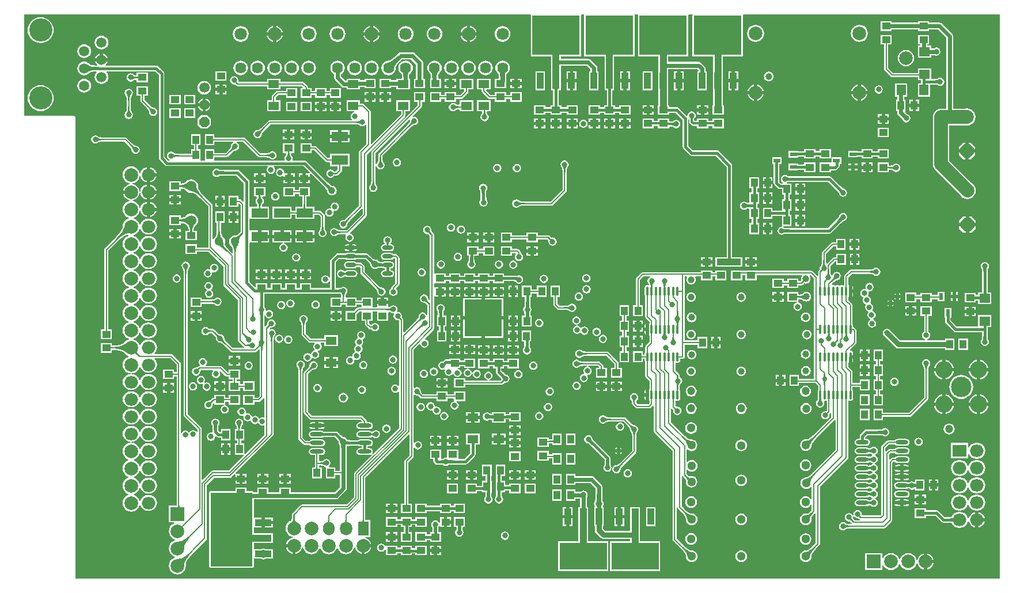
<source format=gbl>
G04*
G04 #@! TF.GenerationSoftware,Altium Limited,Altium Designer,21.9.1 (22)*
G04*
G04 Layer_Physical_Order=4*
G04 Layer_Color=1930808*
%FSLAX44Y44*%
%MOMM*%
G71*
G04*
G04 #@! TF.SameCoordinates,E6CF621C-C939-4E50-91FD-6E13A024CA84*
G04*
G04*
G04 #@! TF.FilePolarity,Positive*
G04*
G01*
G75*
%ADD12C,0.2000*%
%ADD14C,0.5000*%
%ADD16C,0.7000*%
%ADD83R,1.2500X1.0000*%
%ADD87R,0.6000X1.0000*%
%ADD88R,1.0000X1.2500*%
%ADD89R,1.0000X0.6000*%
%ADD95R,2.0000X2.0000*%
%ADD96R,2.4000X1.4000*%
%ADD101O,1.8500X0.6000*%
%ADD112R,1.6000X1.2000*%
%ADD115C,0.6000*%
%ADD116C,0.8000*%
%ADD118C,1.0000*%
%ADD119C,0.3000*%
%ADD120C,0.4000*%
%ADD122C,2.0000*%
%ADD123R,2.0000X1.8000*%
%ADD124O,2.0000X1.8000*%
%ADD125R,5.5000X5.5000*%
%ADD126C,1.5000*%
%ADD127C,2.0000*%
%ADD128P,2.1648X8X112.5*%
%ADD129R,1.6000X2.0000*%
%ADD130O,1.8000X2.0000*%
%ADD131O,1.7000X2.0000*%
%ADD132R,2.0000X2.0000*%
%ADD133C,3.0000*%
%ADD134C,2.5000*%
%ADD135P,1.6236X8X112.5*%
%ADD136C,1.5240*%
%ADD137C,5.0000*%
%ADD138C,1.3000*%
%ADD139C,1.6240*%
%ADD140C,1.8000*%
%ADD141C,0.8000*%
%ADD142C,0.6000*%
%ADD143C,1.0000*%
%ADD144C,0.9000*%
%ADD145C,1.2000*%
%ADD146C,3.4000*%
%ADD147R,1.0000X2.4000*%
%ADD148R,7.0000X4.0000*%
G04:AMPARAMS|DCode=149|XSize=1.55mm|YSize=0.6mm|CornerRadius=0.3mm|HoleSize=0mm|Usage=FLASHONLY|Rotation=0.000|XOffset=0mm|YOffset=0mm|HoleType=Round|Shape=RoundedRectangle|*
%AMROUNDEDRECTD149*
21,1,1.5500,0.0000,0,0,0.0*
21,1,0.9500,0.6000,0,0,0.0*
1,1,0.6000,0.4750,0.0000*
1,1,0.6000,-0.4750,0.0000*
1,1,0.6000,-0.4750,0.0000*
1,1,0.6000,0.4750,0.0000*
%
%ADD149ROUNDEDRECTD149*%
%ADD150O,2.0000X0.6000*%
%ADD151O,0.3500X1.4000*%
%ADD152R,1.5500X1.3500*%
%ADD153R,1.3500X1.5500*%
%ADD154R,4.0000X7.0000*%
%ADD155R,2.4000X1.0000*%
%ADD156R,7.0000X3.1750*%
%ADD157R,6.2000X10.8500*%
G36*
X1436941Y-436392D02*
Y-479393D01*
X1436941Y-833441D01*
X974305Y-833441D01*
X78059Y-833441D01*
Y-155000D01*
X77826Y-153829D01*
X77163Y-152837D01*
X76171Y-152174D01*
X75000Y-151941D01*
X3059D01*
Y-3059D01*
X746864D01*
X747573Y-4153D01*
X747594Y-4329D01*
X747461Y-5000D01*
Y-36750D01*
X747500Y-36947D01*
Y-65000D01*
X777523D01*
Y-73750D01*
Y-87000D01*
X777500D01*
Y-115000D01*
X780422D01*
Y-136750D01*
X776250D01*
Y-139671D01*
X768875D01*
Y-136750D01*
X752375D01*
Y-150750D01*
X768875D01*
Y-147828D01*
X776250D01*
Y-150750D01*
X792750D01*
Y-147828D01*
X800125D01*
Y-150750D01*
X816625D01*
Y-136750D01*
X800125D01*
Y-139671D01*
X792750D01*
Y-136750D01*
X788578D01*
Y-115000D01*
X791500D01*
Y-109842D01*
X791644Y-108750D01*
Y-78848D01*
X829888D01*
X834985Y-83945D01*
Y-87000D01*
X833083D01*
Y-115000D01*
X847083D01*
Y-87000D01*
X845181D01*
Y-81833D01*
X844793Y-79882D01*
X843688Y-78228D01*
X835605Y-70145D01*
X833951Y-69040D01*
X832000Y-68652D01*
X791644D01*
Y-65000D01*
X821500D01*
Y-36947D01*
X821539Y-36750D01*
Y-5000D01*
X821406Y-4329D01*
X821427Y-4153D01*
X822136Y-3059D01*
X825364D01*
X826073Y-4153D01*
X826094Y-4329D01*
X825961Y-5000D01*
Y-36750D01*
X826083Y-37365D01*
Y-65000D01*
X856023D01*
Y-105001D01*
X856083Y-105460D01*
Y-115000D01*
X859172D01*
Y-136750D01*
X855000D01*
Y-139671D01*
X849250D01*
Y-136750D01*
X832750D01*
Y-150750D01*
X849250D01*
Y-147828D01*
X855000D01*
Y-150750D01*
X871500D01*
Y-147828D01*
X877500D01*
Y-150750D01*
X894000D01*
Y-136750D01*
X877500D01*
Y-139671D01*
X871500D01*
Y-136750D01*
X867328D01*
Y-115000D01*
X870083D01*
Y-105459D01*
X870144Y-105001D01*
Y-65000D01*
X900083D01*
Y-21000D01*
X900039D01*
Y-5000D01*
X899906Y-4329D01*
X899927Y-4153D01*
X900636Y-3059D01*
X904364D01*
X905073Y-4153D01*
X905094Y-4329D01*
X904961Y-5000D01*
Y-36750D01*
X905111Y-37505D01*
Y-65000D01*
X935301D01*
Y-78250D01*
Y-87000D01*
X935111D01*
Y-115000D01*
X935301D01*
Y-136750D01*
X934111D01*
Y-150750D01*
X941902D01*
X942361Y-150810D01*
X942820Y-150750D01*
X950611D01*
Y-147828D01*
X960061D01*
X970672Y-158439D01*
Y-197750D01*
X970672Y-197750D01*
X970982Y-199311D01*
X971866Y-200634D01*
X981366Y-210134D01*
X981366Y-210134D01*
X982689Y-211018D01*
X984250Y-211328D01*
X1019311D01*
X1035422Y-227439D01*
Y-360190D01*
X1027750D01*
X1027291Y-360250D01*
X1018750D01*
Y-374250D01*
X1027291D01*
X1027750Y-374310D01*
X1050000D01*
X1050459Y-374250D01*
X1058250D01*
Y-360250D01*
X1050459D01*
X1050000Y-360190D01*
X1043578D01*
Y-225750D01*
X1043268Y-224189D01*
X1042384Y-222866D01*
X1042384Y-222866D01*
X1023884Y-204366D01*
X1022561Y-203482D01*
X1021000Y-203172D01*
X1021000Y-203172D01*
X985939D01*
X978828Y-196061D01*
Y-158367D01*
X980098Y-157637D01*
X980346Y-157781D01*
X980484Y-160091D01*
Y-161552D01*
X980755Y-162918D01*
X981529Y-164076D01*
X983727Y-166273D01*
X984884Y-167047D01*
X986250Y-167318D01*
X991750D01*
Y-170750D01*
X1008250D01*
Y-167318D01*
X1014750D01*
Y-170750D01*
X1031250D01*
Y-156750D01*
X1014750D01*
Y-160181D01*
X1008250D01*
Y-156750D01*
X991750D01*
Y-160181D01*
X988820D01*
X987640Y-158948D01*
X987660Y-157899D01*
X987739Y-156805D01*
X987744Y-156767D01*
X988378Y-156344D01*
X989704Y-154359D01*
X990170Y-152018D01*
X989704Y-149677D01*
X988378Y-147692D01*
X986393Y-146366D01*
X984052Y-145900D01*
X981711Y-146366D01*
X979726Y-147692D01*
X978400Y-149677D01*
X977935Y-152018D01*
X978022Y-152459D01*
X976852Y-153084D01*
X964634Y-140866D01*
X963311Y-139982D01*
X961750Y-139671D01*
X961750Y-139671D01*
X950611D01*
Y-136750D01*
X949421D01*
Y-83348D01*
X992124D01*
X994152Y-85376D01*
Y-87000D01*
X992250D01*
Y-115000D01*
X1006250D01*
Y-87000D01*
X1004348D01*
Y-83265D01*
X1003960Y-81314D01*
X1002855Y-79660D01*
X997840Y-74645D01*
X996186Y-73540D01*
X994235Y-73152D01*
X949421D01*
Y-65000D01*
X979111D01*
Y-21000D01*
X979039D01*
Y-5000D01*
X978906Y-4329D01*
X978927Y-4153D01*
X979636Y-3059D01*
X984614D01*
X985323Y-4153D01*
X985344Y-4329D01*
X985211Y-5000D01*
Y-36750D01*
X985250Y-36947D01*
Y-65000D01*
X1015689D01*
Y-87000D01*
X1015250D01*
Y-115000D01*
X1015689D01*
Y-136750D01*
X1014750D01*
Y-150750D01*
X1031250D01*
Y-136750D01*
X1029810D01*
Y-65000D01*
X1059250D01*
Y-36947D01*
X1059289Y-36750D01*
Y-5000D01*
X1059156Y-4329D01*
X1059177Y-4153D01*
X1059886Y-3059D01*
X1436941D01*
X1436941Y-436392D01*
D02*
G37*
G36*
X985906Y-155622D02*
X985832Y-155836D01*
X985766Y-156163D01*
X985710Y-156599D01*
X985622Y-157806D01*
X985552Y-161552D01*
X982552D01*
X982548Y-160449D01*
X982272Y-155836D01*
X982198Y-155622D01*
X982115Y-155518D01*
X985989D01*
X985906Y-155622D01*
D02*
G37*
%LPC*%
G36*
X1333250Y-13500D02*
X1316750D01*
Y-15402D01*
X1278250D01*
Y-13500D01*
X1261750D01*
Y-27500D01*
X1278250D01*
Y-25598D01*
X1316750D01*
Y-27500D01*
X1333250D01*
Y-25598D01*
X1346388D01*
X1358152Y-37362D01*
Y-142147D01*
X1350750D01*
X1347617Y-142559D01*
X1344698Y-143768D01*
X1342191Y-145691D01*
X1340268Y-148198D01*
X1339059Y-151117D01*
X1338646Y-154250D01*
Y-223750D01*
X1339059Y-226883D01*
X1340268Y-229802D01*
X1342191Y-232309D01*
X1378257Y-268374D01*
X1378331Y-268554D01*
X1380335Y-271165D01*
X1382946Y-273169D01*
X1385987Y-274428D01*
X1389250Y-274858D01*
X1392513Y-274428D01*
X1395554Y-273169D01*
X1398165Y-271165D01*
X1400169Y-268554D01*
X1401428Y-265513D01*
X1401858Y-262250D01*
X1401428Y-258987D01*
X1400169Y-255946D01*
X1398165Y-253335D01*
X1395554Y-251331D01*
X1395374Y-251257D01*
X1362854Y-218736D01*
Y-166354D01*
X1385306D01*
X1385487Y-166428D01*
X1388750Y-166858D01*
X1392013Y-166428D01*
X1395054Y-165169D01*
X1397665Y-163165D01*
X1399669Y-160554D01*
X1400928Y-157513D01*
X1401358Y-154250D01*
X1400928Y-150987D01*
X1399669Y-147946D01*
X1397665Y-145335D01*
X1395054Y-143331D01*
X1392013Y-142072D01*
X1388750Y-141642D01*
X1385487Y-142072D01*
X1385306Y-142147D01*
X1368348D01*
Y-35250D01*
X1367960Y-33299D01*
X1366855Y-31645D01*
X1352105Y-16895D01*
X1350451Y-15790D01*
X1348500Y-15402D01*
X1333250D01*
Y-13500D01*
D02*
G37*
G36*
X516000Y-20226D02*
Y-29500D01*
X525274D01*
X525191Y-28867D01*
X523982Y-25948D01*
X522058Y-23442D01*
X519552Y-21518D01*
X516633Y-20309D01*
X516000Y-20226D01*
D02*
G37*
G36*
X511000Y-20226D02*
X510367Y-20309D01*
X507448Y-21518D01*
X504941Y-23442D01*
X503018Y-25948D01*
X501809Y-28867D01*
X501726Y-29500D01*
X511000D01*
Y-20226D01*
D02*
G37*
G36*
X658500Y-20226D02*
Y-29500D01*
X667774D01*
X667691Y-28867D01*
X666482Y-25948D01*
X664558Y-23442D01*
X662052Y-21518D01*
X659133Y-20309D01*
X658500Y-20226D01*
D02*
G37*
G36*
X653500Y-20226D02*
X652867Y-20309D01*
X649948Y-21518D01*
X647441Y-23442D01*
X645518Y-25948D01*
X644309Y-28867D01*
X644225Y-29500D01*
X653500D01*
Y-20226D01*
D02*
G37*
G36*
X373500Y-20226D02*
Y-29500D01*
X382774D01*
X382691Y-28867D01*
X381482Y-25948D01*
X379558Y-23442D01*
X377052Y-21518D01*
X374133Y-20309D01*
X373500Y-20226D01*
D02*
G37*
G36*
X368500D02*
X367867Y-20309D01*
X364948Y-21518D01*
X362441Y-23442D01*
X360518Y-25948D01*
X359309Y-28867D01*
X359226Y-29500D01*
X368500D01*
Y-20226D01*
D02*
G37*
G36*
X706000Y-20401D02*
X702998Y-20796D01*
X700200Y-21955D01*
X697798Y-23798D01*
X695955Y-26200D01*
X694796Y-28998D01*
X694401Y-32000D01*
X694796Y-35002D01*
X695955Y-37800D01*
X697798Y-40202D01*
X700200Y-42045D01*
X702998Y-43204D01*
X706000Y-43599D01*
X709002Y-43204D01*
X711799Y-42045D01*
X714202Y-40202D01*
X716045Y-37800D01*
X717204Y-35002D01*
X717599Y-32000D01*
X717204Y-28998D01*
X716045Y-26200D01*
X714202Y-23798D01*
X711799Y-21955D01*
X709002Y-20796D01*
X706000Y-20401D01*
D02*
G37*
G36*
X606000D02*
X602998Y-20796D01*
X600200Y-21955D01*
X597798Y-23798D01*
X595955Y-26200D01*
X594796Y-28998D01*
X594401Y-32000D01*
X594796Y-35002D01*
X595955Y-37800D01*
X597798Y-40202D01*
X600200Y-42045D01*
X602998Y-43204D01*
X606000Y-43599D01*
X609002Y-43204D01*
X611800Y-42045D01*
X614202Y-40202D01*
X616045Y-37800D01*
X617204Y-35002D01*
X617599Y-32000D01*
X617204Y-28998D01*
X616045Y-26200D01*
X614202Y-23798D01*
X611800Y-21955D01*
X609002Y-20796D01*
X606000Y-20401D01*
D02*
G37*
G36*
X563500D02*
X560498Y-20796D01*
X557700Y-21955D01*
X555298Y-23798D01*
X553455Y-26200D01*
X552296Y-28998D01*
X551901Y-32000D01*
X552296Y-35002D01*
X553455Y-37800D01*
X555298Y-40202D01*
X557700Y-42045D01*
X560498Y-43204D01*
X563500Y-43599D01*
X566502Y-43204D01*
X569300Y-42045D01*
X571702Y-40202D01*
X573545Y-37800D01*
X574704Y-35002D01*
X575099Y-32000D01*
X574704Y-28998D01*
X573545Y-26200D01*
X571702Y-23798D01*
X569300Y-21955D01*
X566502Y-20796D01*
X563500Y-20401D01*
D02*
G37*
G36*
X463500D02*
X460498Y-20796D01*
X457700Y-21955D01*
X455298Y-23798D01*
X453455Y-26200D01*
X452296Y-28998D01*
X451901Y-32000D01*
X452296Y-35002D01*
X453455Y-37800D01*
X455298Y-40202D01*
X457700Y-42045D01*
X460498Y-43204D01*
X463500Y-43599D01*
X466502Y-43204D01*
X469300Y-42045D01*
X471702Y-40202D01*
X473545Y-37800D01*
X474704Y-35002D01*
X475099Y-32000D01*
X474704Y-28998D01*
X473545Y-26200D01*
X471702Y-23798D01*
X469300Y-21955D01*
X466502Y-20796D01*
X463500Y-20401D01*
D02*
G37*
G36*
X421000D02*
X417998Y-20796D01*
X415200Y-21955D01*
X412798Y-23798D01*
X410955Y-26200D01*
X409796Y-28998D01*
X409401Y-32000D01*
X409796Y-35002D01*
X410955Y-37800D01*
X412798Y-40202D01*
X415200Y-42045D01*
X417998Y-43204D01*
X421000Y-43599D01*
X424002Y-43204D01*
X426800Y-42045D01*
X429202Y-40202D01*
X431045Y-37800D01*
X432204Y-35002D01*
X432599Y-32000D01*
X432204Y-28998D01*
X431045Y-26200D01*
X429202Y-23798D01*
X426800Y-21955D01*
X424002Y-20796D01*
X421000Y-20401D01*
D02*
G37*
G36*
X321000D02*
X317998Y-20796D01*
X315200Y-21955D01*
X312798Y-23798D01*
X310955Y-26200D01*
X309796Y-28998D01*
X309401Y-32000D01*
X309796Y-35002D01*
X310955Y-37800D01*
X312798Y-40202D01*
X315200Y-42045D01*
X317998Y-43204D01*
X321000Y-43599D01*
X324002Y-43204D01*
X326800Y-42045D01*
X329202Y-40202D01*
X331045Y-37800D01*
X332204Y-35002D01*
X332599Y-32000D01*
X332204Y-28998D01*
X331045Y-26200D01*
X329202Y-23798D01*
X326800Y-21955D01*
X324002Y-20796D01*
X321000Y-20401D01*
D02*
G37*
G36*
X525274Y-34500D02*
X516000D01*
Y-43774D01*
X516633Y-43691D01*
X519552Y-42482D01*
X522058Y-40559D01*
X523982Y-38052D01*
X525191Y-35133D01*
X525274Y-34500D01*
D02*
G37*
G36*
X667774Y-34500D02*
X658500D01*
Y-43774D01*
X659133Y-43691D01*
X662052Y-42482D01*
X664558Y-40559D01*
X666482Y-38052D01*
X667691Y-35133D01*
X667774Y-34500D01*
D02*
G37*
G36*
X382774Y-34500D02*
X373500D01*
Y-43774D01*
X374133Y-43691D01*
X377052Y-42482D01*
X379558Y-40559D01*
X381482Y-38052D01*
X382691Y-35133D01*
X382774Y-34500D01*
D02*
G37*
G36*
X368500D02*
X359226D01*
X359309Y-35133D01*
X360518Y-38052D01*
X362441Y-40559D01*
X364948Y-42482D01*
X367867Y-43691D01*
X368500Y-43774D01*
Y-34500D01*
D02*
G37*
G36*
X653500Y-34500D02*
X644225D01*
X644309Y-35133D01*
X645518Y-38052D01*
X647441Y-40559D01*
X649948Y-42482D01*
X652867Y-43691D01*
X653500Y-43774D01*
Y-34500D01*
D02*
G37*
G36*
X511000Y-34500D02*
X501726D01*
X501809Y-35133D01*
X503018Y-38052D01*
X504941Y-40559D01*
X507448Y-42482D01*
X510367Y-43691D01*
X511000Y-43774D01*
Y-34500D01*
D02*
G37*
G36*
X1230500Y-18642D02*
X1227237Y-19072D01*
X1224196Y-20331D01*
X1221585Y-22335D01*
X1219581Y-24946D01*
X1218322Y-27987D01*
X1217892Y-31250D01*
X1218322Y-34513D01*
X1219581Y-37554D01*
X1221585Y-40165D01*
X1224196Y-42169D01*
X1227237Y-43428D01*
X1230500Y-43858D01*
X1233763Y-43428D01*
X1236804Y-42169D01*
X1239415Y-40165D01*
X1241419Y-37554D01*
X1242678Y-34513D01*
X1243108Y-31250D01*
X1242678Y-27987D01*
X1241419Y-24946D01*
X1239415Y-22335D01*
X1236804Y-20331D01*
X1233763Y-19072D01*
X1230500Y-18642D01*
D02*
G37*
G36*
X1078000D02*
X1074737Y-19072D01*
X1071696Y-20331D01*
X1069085Y-22335D01*
X1067081Y-24946D01*
X1065822Y-27987D01*
X1065392Y-31250D01*
X1065822Y-34513D01*
X1067081Y-37554D01*
X1069085Y-40165D01*
X1071696Y-42169D01*
X1074737Y-43428D01*
X1078000Y-43858D01*
X1081263Y-43428D01*
X1084304Y-42169D01*
X1086915Y-40165D01*
X1088919Y-37554D01*
X1090178Y-34513D01*
X1090608Y-31250D01*
X1090178Y-27987D01*
X1088919Y-24946D01*
X1086915Y-22335D01*
X1084304Y-20331D01*
X1081263Y-19072D01*
X1078000Y-18642D01*
D02*
G37*
G36*
X26900Y-7358D02*
X23176Y-7724D01*
X19594Y-8811D01*
X16293Y-10575D01*
X13400Y-12950D01*
X11026Y-15843D01*
X9262Y-19143D01*
X8175Y-22725D01*
X7808Y-26450D01*
X8175Y-30174D01*
X9262Y-33756D01*
X11026Y-37057D01*
X13400Y-39950D01*
X16293Y-42324D01*
X19594Y-44088D01*
X23176Y-45175D01*
X26900Y-45542D01*
X30625Y-45175D01*
X34207Y-44088D01*
X37507Y-42324D01*
X40400Y-39950D01*
X42775Y-37057D01*
X44539Y-33756D01*
X45625Y-30174D01*
X45992Y-26450D01*
X45625Y-22725D01*
X44539Y-19143D01*
X42775Y-15843D01*
X40400Y-12950D01*
X37507Y-10575D01*
X34207Y-8811D01*
X30625Y-7724D01*
X26900Y-7358D01*
D02*
G37*
G36*
X116400Y-34564D02*
X113790Y-34907D01*
X111357Y-35915D01*
X109268Y-37518D01*
X107665Y-39607D01*
X106657Y-42039D01*
X106314Y-44650D01*
X106657Y-47260D01*
X107665Y-49693D01*
X109268Y-51782D01*
X111357Y-53385D01*
X113790Y-54393D01*
X116400Y-54736D01*
X119011Y-54393D01*
X121443Y-53385D01*
X123532Y-51782D01*
X125135Y-49693D01*
X126143Y-47260D01*
X126486Y-44650D01*
X126143Y-42039D01*
X125135Y-39607D01*
X123532Y-37518D01*
X121443Y-35915D01*
X119011Y-34907D01*
X116400Y-34564D01*
D02*
G37*
G36*
X1333250Y-33500D02*
X1316750D01*
Y-47500D01*
X1319902D01*
Y-49250D01*
X1316750D01*
Y-66750D01*
X1336250D01*
Y-63098D01*
X1340330D01*
X1341159Y-63652D01*
X1343500Y-64118D01*
X1345841Y-63652D01*
X1347826Y-62326D01*
X1349152Y-60341D01*
X1349617Y-58000D01*
X1349152Y-55659D01*
X1347826Y-53674D01*
X1345841Y-52348D01*
X1343500Y-51883D01*
X1341159Y-52348D01*
X1340330Y-52902D01*
X1336250D01*
Y-49250D01*
X1330098D01*
Y-47500D01*
X1333250D01*
Y-33500D01*
D02*
G37*
G36*
X91000Y-47264D02*
X88390Y-47607D01*
X85957Y-48615D01*
X83868Y-50218D01*
X82265Y-52307D01*
X81257Y-54739D01*
X80914Y-57350D01*
X81257Y-59960D01*
X82265Y-62393D01*
X83868Y-64482D01*
X85957Y-66085D01*
X88390Y-67093D01*
X91000Y-67436D01*
X93611Y-67093D01*
X96043Y-66085D01*
X98132Y-64482D01*
X99735Y-62393D01*
X100743Y-59960D01*
X101086Y-57350D01*
X100743Y-54739D01*
X99735Y-52307D01*
X98132Y-50218D01*
X96043Y-48615D01*
X93611Y-47607D01*
X91000Y-47264D01*
D02*
G37*
G36*
X118900Y-60803D02*
Y-67550D01*
X125647D01*
X124698Y-65259D01*
X123175Y-63274D01*
X121191Y-61752D01*
X118900Y-60803D01*
D02*
G37*
G36*
X113900Y-60803D02*
X111609Y-61752D01*
X109625Y-63274D01*
X108102Y-65259D01*
X107153Y-67550D01*
X113900D01*
Y-60803D01*
D02*
G37*
G36*
X125647Y-72550D02*
X116400D01*
X107153D01*
X108102Y-74841D01*
X109625Y-76825D01*
X110328Y-77365D01*
X109882Y-78624D01*
X108294Y-78583D01*
X104218Y-78206D01*
X102556Y-77935D01*
X101110Y-77608D01*
X99909Y-77238D01*
X99122Y-76908D01*
X98132Y-75618D01*
X96043Y-74015D01*
X93611Y-73007D01*
X91000Y-72664D01*
X88390Y-73007D01*
X85957Y-74015D01*
X83868Y-75618D01*
X82265Y-77707D01*
X81257Y-80140D01*
X80914Y-82750D01*
X81257Y-85360D01*
X82265Y-87793D01*
X83868Y-89882D01*
X85957Y-91485D01*
X88390Y-92493D01*
X91000Y-92836D01*
X93611Y-92493D01*
X96043Y-91485D01*
X98132Y-89882D01*
X99122Y-88592D01*
X99909Y-88262D01*
X101110Y-87892D01*
X102556Y-87565D01*
X104199Y-87297D01*
X108969Y-86947D01*
X109441Y-88186D01*
X109268Y-88318D01*
X107665Y-90407D01*
X106657Y-92839D01*
X106314Y-95450D01*
X106657Y-98061D01*
X107665Y-100493D01*
X109268Y-102582D01*
X111357Y-104185D01*
X113790Y-105193D01*
X116400Y-105536D01*
X119011Y-105193D01*
X121443Y-104185D01*
X123532Y-102582D01*
X125135Y-100493D01*
X126143Y-98061D01*
X126486Y-95450D01*
X126143Y-92839D01*
X125135Y-90407D01*
X123532Y-88318D01*
X123158Y-88031D01*
X123566Y-86828D01*
X195061D01*
X200672Y-92439D01*
Y-214250D01*
X200672Y-214250D01*
X200982Y-215811D01*
X201866Y-217134D01*
X209866Y-225134D01*
X211189Y-226018D01*
X212750Y-226328D01*
X360903D01*
X361288Y-227598D01*
X361174Y-227674D01*
X359848Y-229659D01*
X359383Y-232000D01*
X359848Y-234341D01*
X361174Y-236326D01*
X363159Y-237652D01*
X365500Y-238118D01*
X367841Y-237652D01*
X369826Y-236326D01*
X371152Y-234341D01*
X371618Y-232000D01*
X371152Y-229659D01*
X369826Y-227674D01*
X369712Y-227598D01*
X370097Y-226328D01*
X413311D01*
X423112Y-236130D01*
X422436Y-237250D01*
X421610Y-237250D01*
X417000D01*
Y-241750D01*
X422750D01*
Y-238476D01*
X422750Y-237564D01*
X423870Y-236888D01*
X443772Y-256789D01*
X445428Y-258577D01*
X446965Y-260435D01*
X447493Y-261168D01*
X447880Y-261782D01*
X448111Y-262234D01*
X448194Y-262466D01*
X448190Y-262500D01*
X448430Y-264327D01*
X449136Y-266030D01*
X450257Y-267493D01*
X451720Y-268615D01*
X453423Y-269320D01*
X455250Y-269560D01*
X457077Y-269320D01*
X458780Y-268615D01*
X460242Y-267493D01*
X461365Y-266030D01*
X462070Y-264327D01*
X462310Y-262500D01*
X462070Y-260673D01*
X461365Y-258970D01*
X460242Y-257508D01*
X458780Y-256385D01*
X457077Y-255680D01*
X455250Y-255440D01*
X455216Y-255444D01*
X454984Y-255362D01*
X454532Y-255130D01*
X453918Y-254743D01*
X453212Y-254234D01*
X449340Y-250822D01*
X417884Y-219366D01*
X416561Y-218482D01*
X415000Y-218172D01*
X415000Y-218172D01*
X397734D01*
X397190Y-216902D01*
X397617Y-214750D01*
X397152Y-212409D01*
X395826Y-210424D01*
X395617Y-210285D01*
X395474Y-210042D01*
X395295Y-209627D01*
X395116Y-209062D01*
X394950Y-208355D01*
X394936Y-208270D01*
X395853Y-207000D01*
X399750D01*
Y-193000D01*
X383250D01*
Y-207000D01*
X387138D01*
X388064Y-208270D01*
X388050Y-208355D01*
X387884Y-209062D01*
X387705Y-209627D01*
X387526Y-210042D01*
X387383Y-210285D01*
X387174Y-210424D01*
X385848Y-212409D01*
X385382Y-214750D01*
X385810Y-216902D01*
X385266Y-218172D01*
X282250D01*
Y-213059D01*
X300250D01*
X300250Y-213059D01*
X301420Y-212826D01*
X302413Y-212163D01*
X307501Y-207075D01*
X308348Y-206296D01*
X309988Y-204945D01*
X310667Y-204462D01*
X311285Y-204078D01*
X311811Y-203806D01*
X312231Y-203638D01*
X312504Y-203568D01*
X312750Y-203618D01*
X315091Y-203152D01*
X317076Y-201826D01*
X318402Y-199841D01*
X318867Y-197500D01*
X318402Y-195159D01*
X317076Y-193174D01*
X315091Y-191848D01*
X314994Y-191829D01*
X315119Y-190559D01*
X324733D01*
X346837Y-212663D01*
X346837Y-212663D01*
X347830Y-213326D01*
X349000Y-213559D01*
X357267D01*
X358418Y-213607D01*
X360532Y-213811D01*
X361355Y-213950D01*
X362062Y-214116D01*
X362627Y-214295D01*
X363042Y-214474D01*
X363285Y-214617D01*
X363424Y-214826D01*
X365409Y-216152D01*
X367750Y-216618D01*
X370091Y-216152D01*
X372076Y-214826D01*
X373402Y-212841D01*
X373868Y-210500D01*
X373402Y-208159D01*
X372076Y-206174D01*
X370091Y-204848D01*
X367750Y-204382D01*
X365409Y-204848D01*
X363424Y-206174D01*
X363285Y-206383D01*
X363042Y-206527D01*
X362627Y-206705D01*
X362062Y-206884D01*
X361355Y-207050D01*
X360552Y-207186D01*
X357215Y-207441D01*
X350267D01*
X328163Y-185337D01*
X327170Y-184674D01*
X326000Y-184441D01*
X326000Y-184441D01*
X282250D01*
Y-179250D01*
X268250D01*
Y-195750D01*
X282250D01*
Y-190559D01*
X310381D01*
X310506Y-191829D01*
X310409Y-191848D01*
X308424Y-193174D01*
X307098Y-195159D01*
X306632Y-197500D01*
X306681Y-197747D01*
X306611Y-198019D01*
X306444Y-198439D01*
X306172Y-198965D01*
X305788Y-199583D01*
X305317Y-200246D01*
X303138Y-202786D01*
X298983Y-206941D01*
X282250D01*
Y-201750D01*
X268250D01*
Y-218172D01*
X262250D01*
Y-201750D01*
X258309D01*
Y-195750D01*
X262250D01*
Y-179250D01*
X248250D01*
Y-195750D01*
X252191D01*
Y-201750D01*
X248250D01*
Y-208191D01*
X228983D01*
X227832Y-208143D01*
X225718Y-207939D01*
X224895Y-207800D01*
X224188Y-207634D01*
X223623Y-207455D01*
X223208Y-207276D01*
X222965Y-207133D01*
X222826Y-206924D01*
X220841Y-205598D01*
X218500Y-205133D01*
X216159Y-205598D01*
X214174Y-206924D01*
X212848Y-208909D01*
X212383Y-211250D01*
X212848Y-213591D01*
X214174Y-215576D01*
X216159Y-216902D01*
X216033Y-218172D01*
X214439D01*
X208828Y-212561D01*
Y-90750D01*
X208518Y-89189D01*
X207634Y-87866D01*
X199634Y-79866D01*
X198311Y-78982D01*
X196750Y-78672D01*
X196750Y-78672D01*
X122856D01*
X122425Y-77402D01*
X123175Y-76825D01*
X124698Y-74841D01*
X125647Y-72550D01*
D02*
G37*
G36*
X1299000Y-55646D02*
X1295867Y-56059D01*
X1292948Y-57268D01*
X1290441Y-59191D01*
X1288518Y-61698D01*
X1287309Y-64617D01*
X1286896Y-67750D01*
X1287309Y-70883D01*
X1288518Y-73802D01*
X1290441Y-76308D01*
X1292948Y-78232D01*
X1295867Y-79441D01*
X1299000Y-79854D01*
X1302133Y-79441D01*
X1305052Y-78232D01*
X1307558Y-76308D01*
X1309482Y-73802D01*
X1310691Y-70883D01*
X1311104Y-67750D01*
X1310691Y-64617D01*
X1309482Y-61698D01*
X1307558Y-59191D01*
X1305052Y-57268D01*
X1302133Y-56059D01*
X1299000Y-55646D01*
D02*
G37*
G36*
X681000Y-71288D02*
X678227Y-71653D01*
X675644Y-72723D01*
X673426Y-74426D01*
X671723Y-76644D01*
X670653Y-79228D01*
X670288Y-82000D01*
X670653Y-84772D01*
X671723Y-87356D01*
X673426Y-89574D01*
X675644Y-91277D01*
X678227Y-92347D01*
X681000Y-92712D01*
X683772Y-92347D01*
X686356Y-91277D01*
X688574Y-89574D01*
X690276Y-87356D01*
X691347Y-84772D01*
X691712Y-82000D01*
X691347Y-79228D01*
X690276Y-76644D01*
X688574Y-74426D01*
X686356Y-72723D01*
X683772Y-71653D01*
X681000Y-71288D01*
D02*
G37*
G36*
X656000D02*
X653227Y-71653D01*
X650644Y-72723D01*
X648426Y-74426D01*
X646723Y-76644D01*
X645653Y-79228D01*
X645288Y-82000D01*
X645653Y-84772D01*
X646723Y-87356D01*
X648426Y-89574D01*
X650644Y-91277D01*
X653227Y-92347D01*
X656000Y-92712D01*
X658772Y-92347D01*
X661356Y-91277D01*
X663574Y-89574D01*
X665276Y-87356D01*
X666347Y-84772D01*
X666712Y-82000D01*
X666347Y-79228D01*
X665276Y-76644D01*
X663574Y-74426D01*
X661356Y-72723D01*
X658772Y-71653D01*
X656000Y-71288D01*
D02*
G37*
G36*
X631000D02*
X628228Y-71653D01*
X625644Y-72723D01*
X623426Y-74426D01*
X621723Y-76644D01*
X620653Y-79228D01*
X620288Y-82000D01*
X620653Y-84772D01*
X621723Y-87356D01*
X623426Y-89574D01*
X625644Y-91277D01*
X628228Y-92347D01*
X631000Y-92712D01*
X633772Y-92347D01*
X636356Y-91277D01*
X638574Y-89574D01*
X640276Y-87356D01*
X641347Y-84772D01*
X641712Y-82000D01*
X641347Y-79228D01*
X640276Y-76644D01*
X638574Y-74426D01*
X636356Y-72723D01*
X633772Y-71653D01*
X631000Y-71288D01*
D02*
G37*
G36*
X513500D02*
X510728Y-71653D01*
X508144Y-72723D01*
X505926Y-74426D01*
X504223Y-76644D01*
X503153Y-79228D01*
X502788Y-82000D01*
X503153Y-84772D01*
X504223Y-87356D01*
X505926Y-89574D01*
X508144Y-91277D01*
X510728Y-92347D01*
X513500Y-92712D01*
X516272Y-92347D01*
X518856Y-91277D01*
X521074Y-89574D01*
X522777Y-87356D01*
X523847Y-84772D01*
X524212Y-82000D01*
X523847Y-79228D01*
X522777Y-76644D01*
X521074Y-74426D01*
X518856Y-72723D01*
X516272Y-71653D01*
X513500Y-71288D01*
D02*
G37*
G36*
X488500D02*
X485728Y-71653D01*
X483144Y-72723D01*
X480926Y-74426D01*
X479223Y-76644D01*
X478153Y-79228D01*
X477788Y-82000D01*
X478153Y-84772D01*
X479223Y-87356D01*
X480926Y-89574D01*
X483144Y-91277D01*
X485728Y-92347D01*
X488500Y-92712D01*
X491272Y-92347D01*
X493856Y-91277D01*
X496074Y-89574D01*
X497777Y-87356D01*
X498847Y-84772D01*
X499212Y-82000D01*
X498847Y-79228D01*
X497777Y-76644D01*
X496074Y-74426D01*
X493856Y-72723D01*
X491272Y-71653D01*
X488500Y-71288D01*
D02*
G37*
G36*
X421000D02*
X418228Y-71653D01*
X415644Y-72723D01*
X413426Y-74426D01*
X411723Y-76644D01*
X410653Y-79228D01*
X410288Y-82000D01*
X410653Y-84772D01*
X411723Y-87356D01*
X413426Y-89574D01*
X415644Y-91277D01*
X418228Y-92347D01*
X421000Y-92712D01*
X423772Y-92347D01*
X426356Y-91277D01*
X428574Y-89574D01*
X430277Y-87356D01*
X431347Y-84772D01*
X431712Y-82000D01*
X431347Y-79228D01*
X430277Y-76644D01*
X428574Y-74426D01*
X426356Y-72723D01*
X423772Y-71653D01*
X421000Y-71288D01*
D02*
G37*
G36*
X396000D02*
X393228Y-71653D01*
X390644Y-72723D01*
X388426Y-74426D01*
X386723Y-76644D01*
X385653Y-79228D01*
X385288Y-82000D01*
X385653Y-84772D01*
X386723Y-87356D01*
X388426Y-89574D01*
X390644Y-91277D01*
X393228Y-92347D01*
X396000Y-92712D01*
X398772Y-92347D01*
X401356Y-91277D01*
X403574Y-89574D01*
X405277Y-87356D01*
X406347Y-84772D01*
X406712Y-82000D01*
X406347Y-79228D01*
X405277Y-76644D01*
X403574Y-74426D01*
X401356Y-72723D01*
X398772Y-71653D01*
X396000Y-71288D01*
D02*
G37*
G36*
X371000D02*
X368228Y-71653D01*
X365644Y-72723D01*
X363426Y-74426D01*
X361723Y-76644D01*
X360653Y-79228D01*
X360288Y-82000D01*
X360653Y-84772D01*
X361723Y-87356D01*
X363426Y-89574D01*
X365644Y-91277D01*
X368228Y-92347D01*
X371000Y-92712D01*
X373772Y-92347D01*
X376356Y-91277D01*
X378574Y-89574D01*
X380277Y-87356D01*
X381347Y-84772D01*
X381712Y-82000D01*
X381347Y-79228D01*
X380277Y-76644D01*
X378574Y-74426D01*
X376356Y-72723D01*
X373772Y-71653D01*
X371000Y-71288D01*
D02*
G37*
G36*
X346000D02*
X343228Y-71653D01*
X340644Y-72723D01*
X338426Y-74426D01*
X336723Y-76644D01*
X335653Y-79228D01*
X335288Y-82000D01*
X335653Y-84772D01*
X336723Y-87356D01*
X338426Y-89574D01*
X340644Y-91277D01*
X343228Y-92347D01*
X346000Y-92712D01*
X348772Y-92347D01*
X351356Y-91277D01*
X353574Y-89574D01*
X355277Y-87356D01*
X356347Y-84772D01*
X356712Y-82000D01*
X356347Y-79228D01*
X355277Y-76644D01*
X353574Y-74426D01*
X351356Y-72723D01*
X348772Y-71653D01*
X346000Y-71288D01*
D02*
G37*
G36*
X321000D02*
X318228Y-71653D01*
X315644Y-72723D01*
X313426Y-74426D01*
X311723Y-76644D01*
X310653Y-79228D01*
X310288Y-82000D01*
X310653Y-84772D01*
X311723Y-87356D01*
X313426Y-89574D01*
X315644Y-91277D01*
X318228Y-92347D01*
X321000Y-92712D01*
X323772Y-92347D01*
X326356Y-91277D01*
X328574Y-89574D01*
X330277Y-87356D01*
X331347Y-84772D01*
X331712Y-82000D01*
X331347Y-79228D01*
X330277Y-76644D01*
X328574Y-74426D01*
X326356Y-72723D01*
X323772Y-71653D01*
X321000Y-71288D01*
D02*
G37*
G36*
X184730Y-89000D02*
X168230D01*
Y-91915D01*
X167290Y-92768D01*
X166468Y-92689D01*
X165646Y-92550D01*
X164937Y-92384D01*
X164372Y-92205D01*
X163958Y-92027D01*
X163715Y-91883D01*
X163576Y-91674D01*
X161591Y-90348D01*
X159250Y-89882D01*
X156909Y-90348D01*
X154924Y-91674D01*
X153598Y-93659D01*
X153132Y-96000D01*
X153598Y-98341D01*
X154924Y-100326D01*
X156909Y-101652D01*
X159250Y-102118D01*
X161591Y-101652D01*
X163576Y-100326D01*
X163715Y-100117D01*
X163958Y-99974D01*
X164372Y-99795D01*
X164938Y-99615D01*
X165645Y-99450D01*
X166448Y-99314D01*
X167298Y-99249D01*
X168230Y-100112D01*
Y-103000D01*
X184730D01*
Y-89000D01*
D02*
G37*
G36*
X1052250Y-87000D02*
X1047750D01*
Y-98500D01*
X1052250D01*
Y-87000D01*
D02*
G37*
G36*
X1042750D02*
X1038250D01*
Y-98500D01*
X1042750D01*
Y-87000D01*
D02*
G37*
G36*
X972111D02*
X967611D01*
Y-98500D01*
X972111D01*
Y-87000D01*
D02*
G37*
G36*
X962611D02*
X958111D01*
Y-98500D01*
X962611D01*
Y-87000D01*
D02*
G37*
G36*
X893083D02*
X888583D01*
Y-98500D01*
X893083D01*
Y-87000D01*
D02*
G37*
G36*
X883583D02*
X879083D01*
Y-98500D01*
X883583D01*
Y-87000D01*
D02*
G37*
G36*
X814500D02*
X810000D01*
Y-98500D01*
X814500D01*
Y-87000D01*
D02*
G37*
G36*
X805000D02*
X800500D01*
Y-98500D01*
X805000D01*
Y-87000D01*
D02*
G37*
G36*
X563500Y-71288D02*
X560728Y-71653D01*
X558144Y-72723D01*
X555926Y-74426D01*
X554223Y-76644D01*
X553153Y-79228D01*
X552788Y-82000D01*
X553153Y-84772D01*
X554223Y-87356D01*
X555926Y-89574D01*
X557887Y-91079D01*
X558252Y-96824D01*
X557383Y-97750D01*
X550000D01*
Y-99652D01*
X542000D01*
Y-97750D01*
X525500D01*
Y-111750D01*
X542000D01*
Y-109848D01*
X550000D01*
Y-113750D01*
X570000D01*
Y-97750D01*
X569534D01*
X568650Y-96837D01*
X568735Y-94215D01*
X568972Y-91683D01*
X569066Y-91116D01*
X571074Y-89574D01*
X572777Y-87356D01*
X573847Y-84772D01*
X574212Y-82000D01*
X573847Y-79228D01*
X572777Y-76644D01*
X571074Y-74426D01*
X568856Y-72723D01*
X566272Y-71653D01*
X563500Y-71288D01*
D02*
G37*
G36*
X300250Y-86750D02*
X283750D01*
Y-100750D01*
X300250D01*
Y-86750D01*
D02*
G37*
G36*
X1097250Y-87440D02*
X1095423Y-87680D01*
X1093720Y-88385D01*
X1092258Y-89508D01*
X1091135Y-90970D01*
X1090430Y-92673D01*
X1090190Y-94500D01*
X1090430Y-96327D01*
X1091135Y-98030D01*
X1092258Y-99492D01*
X1093720Y-100615D01*
X1095423Y-101320D01*
X1097250Y-101560D01*
X1099077Y-101320D01*
X1100780Y-100615D01*
X1102242Y-99492D01*
X1103364Y-98030D01*
X1104070Y-96327D01*
X1104310Y-94500D01*
X1104070Y-92673D01*
X1103364Y-90970D01*
X1102242Y-89508D01*
X1100780Y-88385D01*
X1099077Y-87680D01*
X1097250Y-87440D01*
D02*
G37*
G36*
X637750Y-97750D02*
X632000D01*
Y-102250D01*
X637750D01*
Y-97750D01*
D02*
G37*
G36*
X734250D02*
X728500D01*
Y-102250D01*
X734250D01*
Y-97750D01*
D02*
G37*
G36*
X723500D02*
X717750D01*
Y-102250D01*
X723500D01*
Y-97750D01*
D02*
G37*
G36*
X627000D02*
X621250D01*
Y-102250D01*
X627000D01*
Y-97750D01*
D02*
G37*
G36*
X1278250Y-33500D02*
X1261750D01*
Y-47500D01*
X1266941D01*
Y-83500D01*
X1266941Y-83500D01*
X1267174Y-84670D01*
X1267837Y-85663D01*
X1276837Y-94663D01*
X1276837Y-94663D01*
X1277829Y-95326D01*
X1279000Y-95559D01*
X1279000Y-95559D01*
X1316750D01*
Y-100250D01*
X1321422D01*
Y-104750D01*
X1316750D01*
Y-124250D01*
X1334250D01*
Y-106578D01*
X1339894D01*
X1342992Y-106640D01*
X1344589Y-106759D01*
X1345108Y-106827D01*
X1345379Y-106880D01*
X1346909Y-107902D01*
X1349250Y-108368D01*
X1351591Y-107902D01*
X1353576Y-106576D01*
X1354902Y-104591D01*
X1355368Y-102250D01*
X1354902Y-99909D01*
X1353576Y-97924D01*
X1351591Y-96598D01*
X1349250Y-96132D01*
X1346909Y-96598D01*
X1344924Y-97924D01*
X1344843Y-98046D01*
X1344810Y-98054D01*
X1339516Y-98422D01*
X1336250D01*
Y-82750D01*
X1316750D01*
Y-89441D01*
X1280267D01*
X1273059Y-82233D01*
Y-47500D01*
X1278250D01*
Y-33500D01*
D02*
G37*
G36*
X300250Y-106750D02*
X294500D01*
Y-111250D01*
X300250D01*
Y-106750D01*
D02*
G37*
G36*
X289500D02*
X283750D01*
Y-111250D01*
X289500D01*
Y-106750D01*
D02*
G37*
G36*
X734250Y-107250D02*
X728500D01*
Y-111750D01*
X734250D01*
Y-107250D01*
D02*
G37*
G36*
X723500D02*
X717750D01*
Y-111750D01*
X723500D01*
Y-107250D01*
D02*
G37*
G36*
X706000Y-71288D02*
X703227Y-71653D01*
X700644Y-72723D01*
X698426Y-74426D01*
X696723Y-76644D01*
X695653Y-79228D01*
X695288Y-82000D01*
X695653Y-84772D01*
X696723Y-87356D01*
X698426Y-89574D01*
X700363Y-91061D01*
X700763Y-96821D01*
X699897Y-97750D01*
X694750D01*
Y-111750D01*
X711250D01*
Y-97750D01*
X711250D01*
X711104Y-97600D01*
X711208Y-94019D01*
X711412Y-91596D01*
X711473Y-91186D01*
X713574Y-89574D01*
X715276Y-87356D01*
X716347Y-84772D01*
X716712Y-82000D01*
X716347Y-79228D01*
X715276Y-76644D01*
X713574Y-74426D01*
X711356Y-72723D01*
X708772Y-71653D01*
X706000Y-71288D01*
D02*
G37*
G36*
X637750Y-107250D02*
X632000D01*
Y-111750D01*
X637750D01*
Y-107250D01*
D02*
G37*
G36*
X627000D02*
X621250D01*
Y-111750D01*
X627000D01*
Y-107250D01*
D02*
G37*
G36*
X606000Y-71288D02*
X603228Y-71653D01*
X600644Y-72723D01*
X598426Y-74426D01*
X596723Y-76644D01*
X595653Y-79228D01*
X595288Y-82000D01*
X595653Y-84772D01*
X596723Y-87356D01*
X598426Y-89574D01*
X600238Y-90965D01*
X600398Y-91804D01*
X600705Y-96825D01*
X599835Y-97750D01*
X599250D01*
Y-111750D01*
X615750D01*
Y-97750D01*
X612060D01*
X611172Y-96842D01*
X611181Y-96384D01*
X611428Y-93091D01*
X611588Y-91874D01*
X611762Y-90965D01*
X613574Y-89574D01*
X615276Y-87356D01*
X616347Y-84772D01*
X616712Y-82000D01*
X616347Y-79228D01*
X615276Y-76644D01*
X613574Y-74426D01*
X611356Y-72723D01*
X608772Y-71653D01*
X606000Y-71288D01*
D02*
G37*
G36*
X573250Y-58902D02*
X556500D01*
X554549Y-59290D01*
X552895Y-60395D01*
X549124Y-64167D01*
X545988Y-67050D01*
X542886Y-69565D01*
X541610Y-70457D01*
X540500Y-71129D01*
X539815Y-71462D01*
X538500Y-71288D01*
X535728Y-71653D01*
X533144Y-72723D01*
X530926Y-74426D01*
X529223Y-76644D01*
X528153Y-79228D01*
X527788Y-82000D01*
X528153Y-84772D01*
X529223Y-87356D01*
X530926Y-89574D01*
X533144Y-91277D01*
X535728Y-92347D01*
X538500Y-92712D01*
X541272Y-92347D01*
X543856Y-91277D01*
X546074Y-89574D01*
X547777Y-87356D01*
X548847Y-84772D01*
X549212Y-82000D01*
X549039Y-80685D01*
X549371Y-80000D01*
X550043Y-78890D01*
X550915Y-77643D01*
X556569Y-71141D01*
X558612Y-69098D01*
X571138D01*
X578902Y-76862D01*
Y-97750D01*
X575750D01*
Y-111750D01*
X592250D01*
Y-97750D01*
X589098D01*
Y-74750D01*
X588710Y-72799D01*
X587605Y-71145D01*
X576855Y-60395D01*
X575201Y-59290D01*
X573250Y-58902D01*
D02*
G37*
G36*
X463500Y-71288D02*
X460728Y-71653D01*
X458144Y-72723D01*
X455926Y-74426D01*
X454223Y-76644D01*
X453153Y-79228D01*
X452788Y-82000D01*
X453153Y-84772D01*
X454223Y-87356D01*
X455926Y-89574D01*
X458144Y-91277D01*
X458402Y-91383D01*
Y-96500D01*
X458790Y-98451D01*
X459895Y-100105D01*
X469145Y-109355D01*
X470799Y-110460D01*
X472750Y-110848D01*
X476500D01*
Y-113750D01*
X496500D01*
Y-109848D01*
X503000D01*
Y-111750D01*
X519500D01*
Y-97750D01*
X503000D01*
Y-99652D01*
X496500D01*
Y-97750D01*
X476500D01*
Y-100652D01*
X474861D01*
X468598Y-94388D01*
Y-91383D01*
X468856Y-91277D01*
X471074Y-89574D01*
X472776Y-87356D01*
X473847Y-84772D01*
X474212Y-82000D01*
X473847Y-79228D01*
X472776Y-76644D01*
X471074Y-74426D01*
X468856Y-72723D01*
X466272Y-71653D01*
X463500Y-71288D01*
D02*
G37*
G36*
X1052250Y-103500D02*
X1047750D01*
Y-115000D01*
X1052250D01*
Y-103500D01*
D02*
G37*
G36*
X1042750D02*
X1038250D01*
Y-115000D01*
X1042750D01*
Y-103500D01*
D02*
G37*
G36*
X972111D02*
X967611D01*
Y-115000D01*
X972111D01*
Y-103500D01*
D02*
G37*
G36*
X962611D02*
X958111D01*
Y-115000D01*
X962611D01*
Y-103500D01*
D02*
G37*
G36*
X926111Y-87000D02*
X912111D01*
Y-115000D01*
X926111D01*
Y-87000D01*
D02*
G37*
G36*
X893083Y-103500D02*
X888583D01*
Y-115000D01*
X893083D01*
Y-103500D01*
D02*
G37*
G36*
X883583D02*
X879083D01*
Y-115000D01*
X883583D01*
Y-103500D01*
D02*
G37*
G36*
X814500D02*
X810000D01*
Y-115000D01*
X814500D01*
Y-103500D01*
D02*
G37*
G36*
X805000D02*
X800500D01*
Y-115000D01*
X805000D01*
Y-103500D01*
D02*
G37*
G36*
X768500Y-87000D02*
X754500D01*
Y-115000D01*
X768500D01*
Y-87000D01*
D02*
G37*
G36*
X404250Y-111750D02*
X387750D01*
Y-115691D01*
X375250D01*
X375250Y-115691D01*
X374080Y-115924D01*
X373087Y-116587D01*
X373087Y-116587D01*
X367587Y-122087D01*
X366924Y-123080D01*
X366691Y-124250D01*
X366691Y-124250D01*
Y-129750D01*
X359750D01*
Y-145750D01*
X379750D01*
Y-129750D01*
X372809D01*
Y-125517D01*
X376517Y-121809D01*
X387750D01*
Y-125750D01*
X404250D01*
Y-111750D01*
D02*
G37*
G36*
X1233000Y-106476D02*
Y-115750D01*
X1242275D01*
X1242191Y-115118D01*
X1240982Y-112198D01*
X1239059Y-109692D01*
X1236552Y-107768D01*
X1233633Y-106559D01*
X1233000Y-106476D01*
D02*
G37*
G36*
X1228000D02*
X1227367Y-106559D01*
X1224448Y-107768D01*
X1221942Y-109692D01*
X1220018Y-112198D01*
X1218809Y-115118D01*
X1218726Y-115750D01*
X1228000D01*
Y-106476D01*
D02*
G37*
G36*
X1080500D02*
Y-115750D01*
X1089774D01*
X1089691Y-115118D01*
X1088482Y-112198D01*
X1086559Y-109692D01*
X1084052Y-107768D01*
X1081133Y-106559D01*
X1080500Y-106476D01*
D02*
G37*
G36*
X1075500D02*
X1074867Y-106559D01*
X1071948Y-107768D01*
X1069442Y-109692D01*
X1067518Y-112198D01*
X1066309Y-115118D01*
X1066226Y-115750D01*
X1075500D01*
Y-106476D01*
D02*
G37*
G36*
X91000Y-98064D02*
X88390Y-98407D01*
X85957Y-99415D01*
X83868Y-101018D01*
X82265Y-103107D01*
X81257Y-105540D01*
X80914Y-108150D01*
X81257Y-110760D01*
X82265Y-113193D01*
X83868Y-115282D01*
X85957Y-116885D01*
X88390Y-117893D01*
X91000Y-118236D01*
X93611Y-117893D01*
X96043Y-116885D01*
X98132Y-115282D01*
X99735Y-113193D01*
X100743Y-110760D01*
X101086Y-108150D01*
X100743Y-105540D01*
X99735Y-103107D01*
X98132Y-101018D01*
X96043Y-99415D01*
X93611Y-98407D01*
X91000Y-98064D01*
D02*
G37*
G36*
X1259000Y-107633D02*
X1256659Y-108098D01*
X1254674Y-109424D01*
X1253348Y-111409D01*
X1252883Y-113750D01*
X1253348Y-116091D01*
X1254674Y-118076D01*
X1256659Y-119402D01*
X1259000Y-119868D01*
X1261341Y-119402D01*
X1263326Y-118076D01*
X1264652Y-116091D01*
X1265118Y-113750D01*
X1264652Y-111409D01*
X1263326Y-109424D01*
X1261341Y-108098D01*
X1259000Y-107633D01*
D02*
G37*
G36*
X300250Y-116250D02*
X294500D01*
Y-120750D01*
X300250D01*
Y-116250D01*
D02*
G37*
G36*
X289500D02*
X283750D01*
Y-120750D01*
X289500D01*
Y-116250D01*
D02*
G37*
G36*
X267370Y-101134D02*
X264759Y-101477D01*
X262327Y-102485D01*
X260238Y-104088D01*
X258635Y-106177D01*
X257627Y-108610D01*
X257284Y-111220D01*
X257627Y-113830D01*
X258635Y-116263D01*
X260238Y-118352D01*
X262327Y-119955D01*
X264759Y-120963D01*
X267370Y-121306D01*
X269981Y-120963D01*
X272413Y-119955D01*
X274502Y-118352D01*
X276105Y-116263D01*
X277113Y-113830D01*
X277456Y-111220D01*
X277113Y-108610D01*
X276105Y-106177D01*
X274502Y-104088D01*
X272413Y-102485D01*
X269981Y-101477D01*
X267370Y-101134D01*
D02*
G37*
G36*
X662750Y-97750D02*
X642750D01*
Y-113750D01*
X649691D01*
Y-115733D01*
X643733Y-121691D01*
X637750D01*
Y-117750D01*
X621250D01*
Y-121691D01*
X615750D01*
Y-117750D01*
X599250D01*
Y-131750D01*
X615750D01*
Y-127809D01*
X621250D01*
Y-131750D01*
X637750D01*
Y-127809D01*
X645000D01*
X645000Y-127809D01*
X646171Y-127576D01*
X647163Y-126913D01*
X654913Y-119163D01*
X655576Y-118170D01*
X655809Y-117000D01*
X655809Y-117000D01*
Y-113750D01*
X662750D01*
Y-97750D01*
D02*
G37*
G36*
X542000Y-117750D02*
X536250D01*
Y-122250D01*
X542000D01*
Y-117750D01*
D02*
G37*
G36*
X531250D02*
X525500D01*
Y-122250D01*
X531250D01*
Y-117750D01*
D02*
G37*
G36*
X519500D02*
X513750D01*
Y-122250D01*
X519500D01*
Y-117750D01*
D02*
G37*
G36*
X508750D02*
X503000D01*
Y-122250D01*
X508750D01*
Y-117750D01*
D02*
G37*
G36*
X311500Y-94132D02*
X309159Y-94598D01*
X307174Y-95924D01*
X305848Y-97909D01*
X305382Y-100250D01*
X305848Y-102591D01*
X307174Y-104576D01*
X309159Y-105902D01*
X311500Y-106368D01*
X312450Y-106179D01*
X314090Y-107666D01*
X314337Y-107913D01*
X315329Y-108576D01*
X316500Y-108809D01*
X359750D01*
Y-113750D01*
X379750D01*
Y-108809D01*
X410733D01*
X412501Y-110577D01*
X412015Y-111750D01*
X409167D01*
Y-125750D01*
X425667D01*
Y-121809D01*
X430583D01*
Y-125750D01*
X447083D01*
Y-121809D01*
X452000D01*
Y-125750D01*
X468500D01*
Y-111750D01*
X452000D01*
Y-115691D01*
X447083D01*
Y-111750D01*
X430583D01*
Y-115691D01*
X425667D01*
Y-111750D01*
X420475D01*
Y-111167D01*
X420243Y-109996D01*
X419580Y-109004D01*
X419580Y-109004D01*
X414163Y-103587D01*
X413170Y-102924D01*
X412000Y-102691D01*
X412000Y-102691D01*
X379750D01*
Y-97750D01*
X359750D01*
Y-102691D01*
X318286D01*
X317350Y-101594D01*
X317618Y-100250D01*
X317152Y-97909D01*
X315826Y-95924D01*
X313841Y-94598D01*
X311500Y-94132D01*
D02*
G37*
G36*
X1242275Y-120750D02*
X1233000D01*
Y-130024D01*
X1233633Y-129941D01*
X1236552Y-128732D01*
X1239059Y-126809D01*
X1240982Y-124302D01*
X1242191Y-121383D01*
X1242275Y-120750D01*
D02*
G37*
G36*
X1228000D02*
X1218726D01*
X1218809Y-121383D01*
X1220018Y-124302D01*
X1221942Y-126809D01*
X1224448Y-128732D01*
X1227367Y-129941D01*
X1228000Y-130024D01*
Y-120750D01*
D02*
G37*
G36*
X1089774D02*
X1080500D01*
Y-130024D01*
X1081133Y-129941D01*
X1084052Y-128732D01*
X1086559Y-126809D01*
X1088482Y-124302D01*
X1089691Y-121383D01*
X1089774Y-120750D01*
D02*
G37*
G36*
X1075500D02*
X1066226D01*
X1066309Y-121383D01*
X1067518Y-124302D01*
X1069442Y-126809D01*
X1071948Y-128732D01*
X1074867Y-129941D01*
X1075500Y-130024D01*
Y-120750D01*
D02*
G37*
G36*
X688500Y-97750D02*
X668500D01*
Y-113750D01*
X675441D01*
Y-116000D01*
X675441Y-116000D01*
X675674Y-117170D01*
X676337Y-118163D01*
X685087Y-126912D01*
X685087Y-126913D01*
X686079Y-127576D01*
X687250Y-127809D01*
X694750D01*
Y-131750D01*
X711250D01*
Y-127809D01*
X717750D01*
Y-131750D01*
X734250D01*
Y-117750D01*
X717750D01*
Y-121691D01*
X711250D01*
Y-117750D01*
X694750D01*
Y-121691D01*
X688517D01*
X681845Y-115020D01*
X682251Y-113750D01*
X688500D01*
Y-97750D01*
D02*
G37*
G36*
X542000Y-127250D02*
X536250D01*
Y-131750D01*
X542000D01*
Y-127250D01*
D02*
G37*
G36*
X531250D02*
X525500D01*
Y-131750D01*
X531250D01*
Y-127250D01*
D02*
G37*
G36*
X519500D02*
X513750D01*
Y-131750D01*
X519500D01*
Y-127250D01*
D02*
G37*
G36*
X508750D02*
X503000D01*
Y-131750D01*
X508750D01*
Y-127250D01*
D02*
G37*
G36*
X269870Y-126973D02*
Y-133720D01*
X276617D01*
X275668Y-131429D01*
X274145Y-129445D01*
X272161Y-127922D01*
X269870Y-126973D01*
D02*
G37*
G36*
X264870Y-126973D02*
X262579Y-127922D01*
X260595Y-129445D01*
X259072Y-131429D01*
X258123Y-133720D01*
X264870D01*
Y-126973D01*
D02*
G37*
G36*
X1318250Y-128750D02*
X1313750D01*
Y-134500D01*
X1318250D01*
Y-128750D01*
D02*
G37*
G36*
X1308750D02*
X1304250D01*
Y-134500D01*
X1308750D01*
Y-128750D01*
D02*
G37*
G36*
X254250Y-121500D02*
X237750D01*
Y-135500D01*
X254250D01*
Y-121500D01*
D02*
G37*
G36*
X232750D02*
X216250D01*
Y-135500D01*
X232750D01*
Y-121500D01*
D02*
G37*
G36*
X468500Y-131750D02*
X462750D01*
Y-136250D01*
X468500D01*
Y-131750D01*
D02*
G37*
G36*
X457750D02*
X452000D01*
Y-136250D01*
X457750D01*
Y-131750D01*
D02*
G37*
G36*
X447083D02*
X441333D01*
Y-136250D01*
X447083D01*
Y-131750D01*
D02*
G37*
G36*
X436333D02*
X430583D01*
Y-136250D01*
X436333D01*
Y-131750D01*
D02*
G37*
G36*
X662750Y-129750D02*
X642750D01*
Y-135153D01*
X641480Y-136287D01*
X640468Y-136189D01*
X639645Y-136050D01*
X638938Y-135884D01*
X638373Y-135705D01*
X637958Y-135526D01*
X637715Y-135383D01*
X637576Y-135174D01*
X635591Y-133848D01*
X633250Y-133383D01*
X630909Y-133848D01*
X628924Y-135174D01*
X627598Y-137159D01*
X627132Y-139500D01*
X627598Y-141841D01*
X628924Y-143826D01*
X630909Y-145152D01*
X633250Y-145618D01*
X635591Y-145152D01*
X637576Y-143826D01*
X637715Y-143617D01*
X637958Y-143474D01*
X638372Y-143295D01*
X638938Y-143116D01*
X639645Y-142950D01*
X640448Y-142814D01*
X641818Y-142709D01*
X642750Y-143572D01*
Y-145750D01*
X662750D01*
Y-129750D01*
D02*
G37*
G36*
X1008250Y-136750D02*
X1002500D01*
Y-141250D01*
X1008250D01*
Y-136750D01*
D02*
G37*
G36*
X997500D02*
X991750D01*
Y-141250D01*
X997500D01*
Y-136750D01*
D02*
G37*
G36*
X928361D02*
X922611D01*
Y-141250D01*
X928361D01*
Y-136750D01*
D02*
G37*
G36*
X917611D02*
X911861D01*
Y-141250D01*
X917611D01*
Y-136750D01*
D02*
G37*
G36*
X1318250Y-139500D02*
X1313750D01*
Y-145250D01*
X1318250D01*
Y-139500D01*
D02*
G37*
G36*
X1308750D02*
X1304250D01*
Y-145250D01*
X1308750D01*
Y-139500D01*
D02*
G37*
G36*
X276617Y-138720D02*
X269870D01*
Y-145467D01*
X272161Y-144518D01*
X274145Y-142995D01*
X275668Y-141011D01*
X276617Y-138720D01*
D02*
G37*
G36*
X264870D02*
X258123D01*
X259072Y-141011D01*
X260595Y-142995D01*
X262579Y-144518D01*
X264870Y-145467D01*
Y-138720D01*
D02*
G37*
G36*
X26900Y-107358D02*
X23176Y-107725D01*
X19594Y-108811D01*
X16293Y-110575D01*
X13400Y-112950D01*
X11026Y-115843D01*
X9262Y-119143D01*
X8175Y-122725D01*
X7808Y-126450D01*
X8175Y-130174D01*
X9262Y-133756D01*
X11026Y-137057D01*
X13400Y-139950D01*
X16293Y-142324D01*
X19594Y-144088D01*
X23176Y-145175D01*
X26900Y-145541D01*
X30625Y-145175D01*
X34207Y-144088D01*
X37507Y-142324D01*
X40400Y-139950D01*
X42775Y-137057D01*
X44539Y-133756D01*
X45625Y-130174D01*
X45992Y-126450D01*
X45625Y-122725D01*
X44539Y-119143D01*
X42775Y-115843D01*
X40400Y-112950D01*
X37507Y-110575D01*
X34207Y-108811D01*
X30625Y-107725D01*
X26900Y-107358D01*
D02*
G37*
G36*
X468500Y-141250D02*
X462750D01*
Y-145750D01*
X468500D01*
Y-141250D01*
D02*
G37*
G36*
X457750D02*
X452000D01*
Y-145750D01*
X457750D01*
Y-141250D01*
D02*
G37*
G36*
X447083Y-141250D02*
X441333D01*
Y-145750D01*
X447083D01*
Y-141250D01*
D02*
G37*
G36*
X436333D02*
X430583D01*
Y-145750D01*
X436333D01*
Y-141250D01*
D02*
G37*
G36*
X425667Y-131750D02*
X409167D01*
Y-145750D01*
X425667D01*
Y-131750D01*
D02*
G37*
G36*
X404250D02*
X387750D01*
Y-145750D01*
X404250D01*
Y-131750D01*
D02*
G37*
G36*
X1008250Y-146250D02*
X1002500D01*
Y-150750D01*
X1008250D01*
Y-146250D01*
D02*
G37*
G36*
X997500D02*
X991750D01*
Y-150750D01*
X997500D01*
Y-146250D01*
D02*
G37*
G36*
X928361D02*
X922611D01*
Y-150750D01*
X928361D01*
Y-146250D01*
D02*
G37*
G36*
X917611D02*
X911861D01*
Y-150750D01*
X917611D01*
Y-146250D01*
D02*
G37*
G36*
X184730Y-109000D02*
X168230D01*
Y-123000D01*
X173421D01*
Y-130230D01*
X173421Y-130230D01*
X173654Y-131400D01*
X174317Y-132393D01*
X182925Y-141001D01*
X183704Y-141848D01*
X185055Y-143488D01*
X185538Y-144167D01*
X185922Y-144785D01*
X186194Y-145311D01*
X186362Y-145731D01*
X186432Y-146004D01*
X186383Y-146250D01*
X186848Y-148591D01*
X188174Y-150576D01*
X190159Y-151902D01*
X192500Y-152368D01*
X194841Y-151902D01*
X196826Y-150576D01*
X198152Y-148591D01*
X198617Y-146250D01*
X198152Y-143909D01*
X196826Y-141924D01*
X194841Y-140598D01*
X192500Y-140133D01*
X192253Y-140182D01*
X191981Y-140112D01*
X191561Y-139944D01*
X191035Y-139672D01*
X190417Y-139288D01*
X189754Y-138817D01*
X187214Y-136638D01*
X179539Y-128963D01*
Y-123000D01*
X184730D01*
Y-109000D01*
D02*
G37*
G36*
X1274000Y-150000D02*
X1268250D01*
Y-154500D01*
X1274000D01*
Y-150000D01*
D02*
G37*
G36*
X1263250D02*
X1257500D01*
Y-154500D01*
X1263250D01*
Y-150000D01*
D02*
G37*
G36*
X254250Y-141500D02*
X237750D01*
Y-155500D01*
X254250D01*
Y-141500D01*
D02*
G37*
G36*
X232750D02*
X216250D01*
Y-155500D01*
X232750D01*
Y-141500D01*
D02*
G37*
G36*
X156500Y-112633D02*
X154159Y-113098D01*
X152174Y-114424D01*
X150848Y-116409D01*
X150382Y-118750D01*
X150848Y-121091D01*
X152174Y-123076D01*
X152383Y-123215D01*
X152527Y-123458D01*
X152705Y-123873D01*
X152884Y-124438D01*
X153050Y-125145D01*
X153186Y-125948D01*
X153441Y-129285D01*
Y-140517D01*
X153393Y-141668D01*
X153189Y-143782D01*
X153050Y-144605D01*
X152884Y-145312D01*
X152705Y-145877D01*
X152526Y-146292D01*
X152383Y-146535D01*
X152174Y-146674D01*
X150848Y-148659D01*
X150382Y-151000D01*
X150848Y-153341D01*
X152174Y-155326D01*
X154159Y-156652D01*
X156500Y-157118D01*
X158841Y-156652D01*
X160826Y-155326D01*
X162152Y-153341D01*
X162617Y-151000D01*
X162152Y-148659D01*
X160826Y-146674D01*
X160617Y-146535D01*
X160473Y-146292D01*
X160295Y-145878D01*
X160116Y-145312D01*
X159950Y-144605D01*
X159814Y-143802D01*
X159559Y-140465D01*
Y-129233D01*
X159607Y-128082D01*
X159811Y-125968D01*
X159950Y-125145D01*
X160116Y-124438D01*
X160295Y-123873D01*
X160474Y-123458D01*
X160617Y-123215D01*
X160826Y-123076D01*
X162152Y-121091D01*
X162617Y-118750D01*
X162152Y-116409D01*
X160826Y-114424D01*
X158841Y-113098D01*
X156500Y-112633D01*
D02*
G37*
G36*
X950611Y-156750D02*
X934111D01*
Y-160181D01*
X928361D01*
Y-156750D01*
X911861D01*
Y-170750D01*
X928361D01*
Y-167318D01*
X934111D01*
Y-170750D01*
X950611D01*
Y-168978D01*
X951881Y-168087D01*
X953463Y-168152D01*
X955352Y-168346D01*
X956038Y-168465D01*
X956578Y-168597D01*
X956932Y-168718D01*
X956945Y-168724D01*
X957012Y-168826D01*
X958997Y-170152D01*
X961338Y-170618D01*
X963679Y-170152D01*
X965664Y-168826D01*
X966990Y-166841D01*
X967456Y-164500D01*
X966990Y-162159D01*
X965664Y-160174D01*
X963679Y-158848D01*
X961338Y-158383D01*
X958997Y-158848D01*
X957012Y-160174D01*
X956945Y-160276D01*
X956932Y-160282D01*
X956578Y-160403D01*
X956038Y-160535D01*
X955387Y-160648D01*
X951881Y-160888D01*
X950611Y-159940D01*
Y-156750D01*
D02*
G37*
G36*
X688500Y-129750D02*
X668500D01*
Y-145750D01*
X675368D01*
X676222Y-146690D01*
X676189Y-147032D01*
X676050Y-147855D01*
X675884Y-148562D01*
X675705Y-149127D01*
X675526Y-149542D01*
X675383Y-149785D01*
X675174Y-149924D01*
X673848Y-151909D01*
X673382Y-154250D01*
X673848Y-156591D01*
X675174Y-158576D01*
X677159Y-159902D01*
X679500Y-160368D01*
X681841Y-159902D01*
X683826Y-158576D01*
X685152Y-156591D01*
X685618Y-154250D01*
X685152Y-151909D01*
X683826Y-149924D01*
X683617Y-149785D01*
X683474Y-149542D01*
X683295Y-149128D01*
X683116Y-148562D01*
X682950Y-147855D01*
X682814Y-147052D01*
X682786Y-146681D01*
X683649Y-145750D01*
X688500D01*
Y-129750D01*
D02*
G37*
G36*
X792750Y-156750D02*
X787000D01*
Y-161250D01*
X792750D01*
Y-156750D01*
D02*
G37*
G36*
X782000D02*
X776250D01*
Y-161250D01*
X782000D01*
Y-156750D01*
D02*
G37*
G36*
X768875Y-156750D02*
X763125D01*
Y-161250D01*
X768875D01*
Y-156750D01*
D02*
G37*
G36*
X894000D02*
X888250D01*
Y-161250D01*
X894000D01*
Y-156750D01*
D02*
G37*
G36*
X816625D02*
X810875D01*
Y-161250D01*
X816625D01*
Y-156750D01*
D02*
G37*
G36*
X849250D02*
X843500D01*
Y-161250D01*
X849250D01*
Y-156750D01*
D02*
G37*
G36*
X871500D02*
X865750D01*
Y-161250D01*
X871500D01*
Y-156750D01*
D02*
G37*
G36*
X838500D02*
X832750D01*
Y-161250D01*
X838500D01*
Y-156750D01*
D02*
G37*
G36*
X860750D02*
X855000D01*
Y-161250D01*
X860750D01*
Y-156750D01*
D02*
G37*
G36*
X805875D02*
X800125D01*
Y-161250D01*
X805875D01*
Y-156750D01*
D02*
G37*
G36*
X883250D02*
X877500D01*
Y-161250D01*
X883250D01*
Y-156750D01*
D02*
G37*
G36*
X758125D02*
X752375D01*
Y-161250D01*
X758125D01*
Y-156750D01*
D02*
G37*
G36*
X1300750Y-104750D02*
X1283250D01*
Y-124250D01*
X1286152D01*
Y-128750D01*
X1284250D01*
Y-145250D01*
X1286152D01*
Y-147750D01*
X1286540Y-149701D01*
X1287645Y-151355D01*
X1293654Y-157363D01*
X1293848Y-158341D01*
X1295174Y-160326D01*
X1297159Y-161652D01*
X1299500Y-162118D01*
X1301841Y-161652D01*
X1303826Y-160326D01*
X1305152Y-158341D01*
X1305618Y-156000D01*
X1305152Y-153659D01*
X1303826Y-151674D01*
X1301841Y-150348D01*
X1300863Y-150154D01*
X1297230Y-146520D01*
X1297756Y-145250D01*
X1298250D01*
Y-128750D01*
X1296348D01*
Y-124250D01*
X1300750D01*
Y-104750D01*
D02*
G37*
G36*
X1274000Y-159500D02*
X1268250D01*
Y-164000D01*
X1274000D01*
Y-159500D01*
D02*
G37*
G36*
X1263250D02*
X1257500D01*
Y-164000D01*
X1263250D01*
Y-159500D01*
D02*
G37*
G36*
X592250Y-117750D02*
X575750D01*
Y-131750D01*
X581441D01*
Y-136733D01*
X513837Y-204337D01*
X513174Y-205329D01*
X512941Y-206500D01*
X512941Y-206500D01*
Y-247767D01*
X512893Y-248918D01*
X512689Y-251032D01*
X512550Y-251855D01*
X512384Y-252562D01*
X512205Y-253127D01*
X512026Y-253542D01*
X511883Y-253785D01*
X511674Y-253924D01*
X510348Y-255909D01*
X509883Y-258250D01*
X510348Y-260591D01*
X511674Y-262576D01*
X513659Y-263902D01*
X516000Y-264368D01*
X518341Y-263902D01*
X520326Y-262576D01*
X521652Y-260591D01*
X522118Y-258250D01*
X521652Y-255909D01*
X520326Y-253924D01*
X520117Y-253785D01*
X519973Y-253542D01*
X519795Y-253127D01*
X519616Y-252562D01*
X519450Y-251855D01*
X519314Y-251052D01*
X519059Y-247715D01*
Y-207767D01*
X569025Y-157801D01*
X570196Y-158426D01*
X569883Y-160000D01*
X569931Y-160247D01*
X569861Y-160519D01*
X569694Y-160939D01*
X569422Y-161465D01*
X569038Y-162083D01*
X568567Y-162746D01*
X566388Y-165286D01*
X524337Y-207337D01*
X523674Y-208330D01*
X523441Y-209500D01*
X523441Y-209500D01*
Y-214517D01*
X523393Y-215668D01*
X523189Y-217782D01*
X523050Y-218605D01*
X522884Y-219312D01*
X522705Y-219877D01*
X522526Y-220292D01*
X522383Y-220535D01*
X522174Y-220674D01*
X520848Y-222659D01*
X520382Y-225000D01*
X520848Y-227341D01*
X522174Y-229326D01*
X524159Y-230652D01*
X526500Y-231117D01*
X528841Y-230652D01*
X530826Y-229326D01*
X532152Y-227341D01*
X532617Y-225000D01*
X532152Y-222659D01*
X530826Y-220674D01*
X530617Y-220535D01*
X530474Y-220292D01*
X530295Y-219877D01*
X530116Y-219312D01*
X529950Y-218605D01*
X529814Y-217802D01*
X529559Y-214465D01*
Y-210767D01*
X570751Y-169575D01*
X571598Y-168796D01*
X573237Y-167445D01*
X573917Y-166962D01*
X574535Y-166578D01*
X575061Y-166306D01*
X575481Y-166138D01*
X575754Y-166068D01*
X576000Y-166117D01*
X578341Y-165652D01*
X580326Y-164326D01*
X581652Y-162341D01*
X582118Y-160000D01*
X581652Y-157659D01*
X580326Y-155674D01*
X578341Y-154348D01*
X576000Y-153883D01*
X574426Y-154195D01*
X573801Y-153025D01*
X586663Y-140163D01*
X587326Y-139171D01*
X587559Y-138000D01*
X587559Y-138000D01*
Y-131750D01*
X592250D01*
Y-117750D01*
D02*
G37*
G36*
X824750Y-157882D02*
X822409Y-158348D01*
X820424Y-159674D01*
X819098Y-161659D01*
X818633Y-164000D01*
X819098Y-166341D01*
X820424Y-168326D01*
X822409Y-169652D01*
X824750Y-170117D01*
X827091Y-169652D01*
X829076Y-168326D01*
X830402Y-166341D01*
X830868Y-164000D01*
X830402Y-161659D01*
X829076Y-159674D01*
X827091Y-158348D01*
X824750Y-157882D01*
D02*
G37*
G36*
X792750Y-166250D02*
X787000D01*
Y-170750D01*
X792750D01*
Y-166250D01*
D02*
G37*
G36*
X782000D02*
X776250D01*
Y-170750D01*
X782000D01*
Y-166250D01*
D02*
G37*
G36*
X894000Y-166250D02*
X888250D01*
Y-170750D01*
X894000D01*
Y-166250D01*
D02*
G37*
G36*
X883250D02*
X877500D01*
Y-170750D01*
X883250D01*
Y-166250D01*
D02*
G37*
G36*
X871500D02*
X865750D01*
Y-170750D01*
X871500D01*
Y-166250D01*
D02*
G37*
G36*
X860750D02*
X855000D01*
Y-170750D01*
X860750D01*
Y-166250D01*
D02*
G37*
G36*
X849250D02*
X843500D01*
Y-170750D01*
X849250D01*
Y-166250D01*
D02*
G37*
G36*
X838500D02*
X832750D01*
Y-170750D01*
X838500D01*
Y-166250D01*
D02*
G37*
G36*
X816625D02*
X810875D01*
Y-170750D01*
X816625D01*
Y-166250D01*
D02*
G37*
G36*
X805875D02*
X800125D01*
Y-170750D01*
X805875D01*
Y-166250D01*
D02*
G37*
G36*
X768875D02*
X763125D01*
Y-170750D01*
X768875D01*
Y-166250D01*
D02*
G37*
G36*
X758125D02*
X752375D01*
Y-170750D01*
X758125D01*
Y-166250D01*
D02*
G37*
G36*
X272370Y-151220D02*
X262370D01*
X257370Y-156220D01*
Y-166220D01*
X262370Y-171220D01*
X272370D01*
X277370Y-166220D01*
Y-156220D01*
X272370Y-151220D01*
D02*
G37*
G36*
X425667Y-173000D02*
X419917D01*
Y-177500D01*
X425667D01*
Y-173000D01*
D02*
G37*
G36*
X414917D02*
X409167D01*
Y-177500D01*
X414917D01*
Y-173000D01*
D02*
G37*
G36*
X399750D02*
X394000D01*
Y-177500D01*
X399750D01*
Y-173000D01*
D02*
G37*
G36*
X389000D02*
X383250D01*
Y-177500D01*
X389000D01*
Y-173000D01*
D02*
G37*
G36*
X480750Y-173500D02*
X469250D01*
Y-180000D01*
X480750D01*
Y-173500D01*
D02*
G37*
G36*
X464250D02*
X452750D01*
Y-180000D01*
X464250D01*
Y-173500D01*
D02*
G37*
G36*
X1274000Y-170000D02*
X1257500D01*
Y-184000D01*
X1274000D01*
Y-170000D01*
D02*
G37*
G36*
X425667Y-182500D02*
X419917D01*
Y-187000D01*
X425667D01*
Y-182500D01*
D02*
G37*
G36*
X414917D02*
X409167D01*
Y-187000D01*
X414917D01*
Y-182500D01*
D02*
G37*
G36*
X399750D02*
X394000D01*
Y-187000D01*
X399750D01*
Y-182500D01*
D02*
G37*
G36*
X389000D02*
X383250D01*
Y-187000D01*
X389000D01*
Y-182500D01*
D02*
G37*
G36*
X480750Y-185000D02*
X469250D01*
Y-191500D01*
X480750D01*
Y-185000D01*
D02*
G37*
G36*
X464250D02*
X452750D01*
Y-191500D01*
X464250D01*
Y-185000D01*
D02*
G37*
G36*
X570000Y-129750D02*
X550000D01*
Y-145750D01*
X556941D01*
Y-150483D01*
X513329Y-194095D01*
X512059Y-193569D01*
Y-146250D01*
X511826Y-145079D01*
X511163Y-144087D01*
X511163Y-144087D01*
X502663Y-135587D01*
X501670Y-134924D01*
X500500Y-134691D01*
X500500Y-134691D01*
X496500D01*
Y-129750D01*
X476500D01*
Y-145750D01*
X487935D01*
X488060Y-147020D01*
X486409Y-147348D01*
X484424Y-148674D01*
X483098Y-150659D01*
X482632Y-153000D01*
X483098Y-155341D01*
X484424Y-157326D01*
X484567Y-157421D01*
X484182Y-158691D01*
X363750D01*
X362579Y-158924D01*
X361587Y-159587D01*
X361587Y-159587D01*
X351249Y-169925D01*
X350402Y-170704D01*
X348762Y-172055D01*
X348083Y-172538D01*
X347465Y-172922D01*
X346939Y-173194D01*
X346519Y-173361D01*
X346246Y-173431D01*
X346000Y-173382D01*
X343659Y-173848D01*
X341674Y-175174D01*
X340348Y-177159D01*
X339883Y-179500D01*
X340348Y-181841D01*
X341674Y-183826D01*
X343659Y-185152D01*
X346000Y-185618D01*
X348341Y-185152D01*
X350326Y-183826D01*
X351652Y-181841D01*
X352118Y-179500D01*
X352068Y-179254D01*
X352138Y-178981D01*
X352306Y-178561D01*
X352578Y-178035D01*
X352962Y-177417D01*
X353433Y-176754D01*
X355612Y-174214D01*
X365017Y-164809D01*
X489267D01*
X490418Y-164857D01*
X492532Y-165061D01*
X493355Y-165200D01*
X494062Y-165366D01*
X494627Y-165545D01*
X495042Y-165724D01*
X495285Y-165867D01*
X495424Y-166076D01*
X497409Y-167402D01*
X499750Y-167868D01*
X502091Y-167402D01*
X504076Y-166076D01*
X504671Y-165185D01*
X505941Y-165570D01*
Y-193483D01*
X495587Y-203837D01*
X494924Y-204830D01*
X494691Y-206000D01*
X494691Y-206000D01*
Y-284733D01*
X477249Y-302175D01*
X476402Y-302954D01*
X474762Y-304305D01*
X474083Y-304788D01*
X473465Y-305172D01*
X472939Y-305444D01*
X472519Y-305611D01*
X472246Y-305681D01*
X472000Y-305632D01*
X469659Y-306098D01*
X467674Y-307424D01*
X466348Y-309409D01*
X465882Y-311750D01*
X466348Y-314091D01*
X467674Y-316076D01*
X469659Y-317402D01*
X472000Y-317868D01*
X474341Y-317402D01*
X476326Y-316076D01*
X477652Y-314091D01*
X478117Y-311750D01*
X478069Y-311504D01*
X478139Y-311231D01*
X478306Y-310811D01*
X478578Y-310285D01*
X478962Y-309667D01*
X479433Y-309004D01*
X481612Y-306464D01*
X499171Y-288904D01*
X500441Y-289431D01*
Y-296733D01*
X476733Y-320441D01*
X468983D01*
X467832Y-320393D01*
X465718Y-320189D01*
X464895Y-320050D01*
X464188Y-319884D01*
X463623Y-319705D01*
X463208Y-319526D01*
X462965Y-319383D01*
X462826Y-319174D01*
X460841Y-317848D01*
X458500Y-317382D01*
X456159Y-317848D01*
X454174Y-319174D01*
X452848Y-321159D01*
X452383Y-323500D01*
X452848Y-325841D01*
X454174Y-327826D01*
X456159Y-329152D01*
X458500Y-329618D01*
X460841Y-329152D01*
X462826Y-327826D01*
X462965Y-327617D01*
X463208Y-327473D01*
X463623Y-327295D01*
X464188Y-327116D01*
X464895Y-326950D01*
X465698Y-326814D01*
X469035Y-326559D01*
X475558D01*
X476237Y-327829D01*
X475348Y-329159D01*
X474883Y-331500D01*
X475348Y-333841D01*
X476674Y-335826D01*
X478659Y-337152D01*
X481000Y-337617D01*
X483341Y-337152D01*
X485326Y-335826D01*
X486652Y-333841D01*
X487118Y-331500D01*
X486652Y-329159D01*
X485326Y-327174D01*
X483341Y-325848D01*
X482034Y-325588D01*
X481616Y-324210D01*
X505663Y-300163D01*
X506326Y-299170D01*
X506559Y-298000D01*
X506559Y-298000D01*
Y-209517D01*
X562163Y-153913D01*
X562163Y-153913D01*
X562826Y-152921D01*
X563059Y-151750D01*
Y-145750D01*
X570000D01*
Y-129750D01*
D02*
G37*
G36*
X1394750Y-192250D02*
X1391250D01*
Y-201750D01*
X1400750D01*
Y-198250D01*
X1394750Y-192250D01*
D02*
G37*
G36*
X1386250D02*
X1382750D01*
X1376750Y-198250D01*
Y-201750D01*
X1386250D01*
Y-192250D01*
D02*
G37*
G36*
X1188657Y-201303D02*
X1172157D01*
Y-204225D01*
X1165750D01*
Y-201303D01*
X1149250D01*
Y-204475D01*
X1140516D01*
Y-203803D01*
X1126516D01*
Y-213803D01*
X1140516D01*
Y-212631D01*
X1149250D01*
Y-215303D01*
X1165750D01*
Y-212381D01*
X1172157D01*
Y-215303D01*
X1188657D01*
Y-201303D01*
D02*
G37*
G36*
X1274000D02*
X1257500D01*
Y-204395D01*
X1250288D01*
Y-201303D01*
X1233788D01*
Y-204395D01*
X1227981D01*
Y-203643D01*
X1213981D01*
Y-213643D01*
X1227981D01*
Y-212551D01*
X1233788D01*
Y-215303D01*
X1250288D01*
Y-212551D01*
X1257500D01*
Y-215303D01*
X1274000D01*
Y-201303D01*
D02*
G37*
G36*
X107500Y-181133D02*
X105159Y-181598D01*
X103174Y-182924D01*
X101848Y-184909D01*
X101382Y-187250D01*
X101848Y-189591D01*
X103174Y-191576D01*
X105159Y-192902D01*
X107500Y-193368D01*
X109841Y-192902D01*
X111826Y-191576D01*
X111965Y-191367D01*
X112208Y-191224D01*
X112622Y-191045D01*
X113188Y-190866D01*
X113895Y-190700D01*
X114698Y-190564D01*
X118035Y-190309D01*
X150233D01*
X157175Y-197251D01*
X157954Y-198098D01*
X159305Y-199738D01*
X159788Y-200417D01*
X160172Y-201035D01*
X160444Y-201561D01*
X160611Y-201981D01*
X160681Y-202254D01*
X160632Y-202500D01*
X161098Y-204841D01*
X162424Y-206826D01*
X164409Y-208152D01*
X166750Y-208618D01*
X169091Y-208152D01*
X171076Y-206826D01*
X172402Y-204841D01*
X172868Y-202500D01*
X172402Y-200159D01*
X171076Y-198174D01*
X169091Y-196848D01*
X166750Y-196383D01*
X166504Y-196432D01*
X166231Y-196362D01*
X165811Y-196194D01*
X165285Y-195922D01*
X164667Y-195538D01*
X164004Y-195067D01*
X161464Y-192888D01*
X153663Y-185087D01*
X152670Y-184424D01*
X151500Y-184191D01*
X151500Y-184191D01*
X117983D01*
X116832Y-184143D01*
X114718Y-183939D01*
X113895Y-183800D01*
X113188Y-183634D01*
X112623Y-183455D01*
X112208Y-183276D01*
X111965Y-183133D01*
X111826Y-182924D01*
X109841Y-181598D01*
X107500Y-181133D01*
D02*
G37*
G36*
X1400750Y-206750D02*
X1391250D01*
Y-216250D01*
X1394750D01*
X1400750Y-210250D01*
Y-206750D01*
D02*
G37*
G36*
X1386250D02*
X1376750D01*
Y-210250D01*
X1382750Y-216250D01*
X1386250D01*
Y-206750D01*
D02*
G37*
G36*
X1203981Y-213143D02*
X1189981D01*
Y-221988D01*
X1188711Y-223027D01*
X1188657Y-223016D01*
Y-221303D01*
X1172157D01*
Y-235303D01*
X1188657D01*
Y-232381D01*
X1194907D01*
X1194907Y-232381D01*
X1196468Y-232071D01*
X1197791Y-231187D01*
X1200134Y-228844D01*
X1200134Y-228844D01*
X1201018Y-227521D01*
X1201328Y-225960D01*
Y-223143D01*
X1203981D01*
Y-213143D01*
D02*
G37*
G36*
X1165750Y-221303D02*
X1149250D01*
Y-223851D01*
X1147277Y-223975D01*
X1140516D01*
Y-222803D01*
X1126516D01*
Y-232803D01*
X1140516D01*
Y-232131D01*
X1146719D01*
X1149250Y-232191D01*
Y-235303D01*
X1165750D01*
Y-221303D01*
D02*
G37*
G36*
X1227981Y-222643D02*
X1223481D01*
Y-225143D01*
X1227981D01*
Y-222643D01*
D02*
G37*
G36*
X1218481D02*
X1213981D01*
Y-225143D01*
X1218481D01*
Y-222643D01*
D02*
G37*
G36*
X1250288Y-221303D02*
X1244538D01*
Y-225803D01*
X1250288D01*
Y-221303D01*
D02*
G37*
G36*
X1239538D02*
X1233788D01*
Y-225803D01*
X1239538D01*
Y-221303D01*
D02*
G37*
G36*
X550750Y-214883D02*
X548409Y-215348D01*
X546424Y-216674D01*
X545098Y-218659D01*
X544632Y-221000D01*
X545098Y-223341D01*
X546424Y-225326D01*
X548409Y-226652D01*
X550750Y-227118D01*
X553091Y-226652D01*
X555076Y-225326D01*
X556402Y-223341D01*
X556867Y-221000D01*
X556402Y-218659D01*
X555076Y-216674D01*
X553091Y-215348D01*
X550750Y-214883D01*
D02*
G37*
G36*
X1227981Y-230143D02*
X1223481D01*
Y-232643D01*
X1227981D01*
Y-230143D01*
D02*
G37*
G36*
X1218481D02*
X1213981D01*
Y-232643D01*
X1218481D01*
Y-230143D01*
D02*
G37*
G36*
X425667Y-193000D02*
X409167D01*
Y-207000D01*
X425667D01*
Y-203059D01*
X429233D01*
X445837Y-219663D01*
X446829Y-220326D01*
X448000Y-220559D01*
X448000Y-220559D01*
X452750D01*
Y-226500D01*
X463691D01*
Y-231233D01*
X460492Y-234433D01*
X459498Y-234411D01*
X458484Y-234329D01*
X458333Y-234307D01*
X457576Y-233174D01*
X455591Y-231848D01*
X453250Y-231382D01*
X450909Y-231848D01*
X448924Y-233174D01*
X447598Y-235159D01*
X447132Y-237500D01*
X447598Y-239841D01*
X448924Y-241826D01*
X450909Y-243152D01*
X453250Y-243617D01*
X455591Y-243152D01*
X457576Y-241826D01*
X458316Y-240718D01*
X460734Y-240559D01*
X461750D01*
X461750Y-240559D01*
X462920Y-240326D01*
X463913Y-239663D01*
X468913Y-234663D01*
X468913Y-234663D01*
X469576Y-233671D01*
X469809Y-232500D01*
X469809Y-232500D01*
Y-226500D01*
X480750D01*
Y-208500D01*
X452750D01*
Y-214441D01*
X449267D01*
X432663Y-197837D01*
X431670Y-197174D01*
X430500Y-196941D01*
X430500Y-196941D01*
X425667D01*
Y-193000D01*
D02*
G37*
G36*
X1274000Y-221303D02*
X1257500D01*
Y-235303D01*
X1274000D01*
Y-233008D01*
X1275270Y-231854D01*
X1275361Y-231858D01*
X1277470Y-232065D01*
X1278285Y-232206D01*
X1278984Y-232373D01*
X1279537Y-232553D01*
X1279936Y-232730D01*
X1280180Y-232879D01*
X1280208Y-232904D01*
X1280392Y-233180D01*
X1282377Y-234506D01*
X1284718Y-234972D01*
X1287059Y-234506D01*
X1289044Y-233180D01*
X1290370Y-231195D01*
X1290836Y-228854D01*
X1290370Y-226513D01*
X1289044Y-224528D01*
X1287059Y-223202D01*
X1284718Y-222736D01*
X1282377Y-223202D01*
X1280392Y-224528D01*
X1280294Y-224675D01*
X1280083Y-224796D01*
X1279660Y-224972D01*
X1279087Y-225148D01*
X1278373Y-225310D01*
X1277563Y-225443D01*
X1275270Y-225613D01*
X1274000Y-224490D01*
Y-221303D01*
D02*
G37*
G36*
X1250288Y-230803D02*
X1244538D01*
Y-235303D01*
X1250288D01*
Y-230803D01*
D02*
G37*
G36*
X1239538D02*
X1233788D01*
Y-235303D01*
X1239538D01*
Y-230803D01*
D02*
G37*
G36*
X727250Y-223382D02*
X724909Y-223848D01*
X722924Y-225174D01*
X721598Y-227159D01*
X721133Y-229500D01*
X721598Y-231841D01*
X722924Y-233826D01*
X724909Y-235152D01*
X727250Y-235618D01*
X729591Y-235152D01*
X731576Y-233826D01*
X732902Y-231841D01*
X733367Y-229500D01*
X732902Y-227159D01*
X731576Y-225174D01*
X729591Y-223848D01*
X727250Y-223382D01*
D02*
G37*
G36*
X698250D02*
X695909Y-223848D01*
X693924Y-225174D01*
X692598Y-227159D01*
X692132Y-229500D01*
X692598Y-231841D01*
X693924Y-233826D01*
X695909Y-235152D01*
X698250Y-235618D01*
X700591Y-235152D01*
X702576Y-233826D01*
X703902Y-231841D01*
X704368Y-229500D01*
X703902Y-227159D01*
X702576Y-225174D01*
X700591Y-223848D01*
X698250Y-223382D01*
D02*
G37*
G36*
X187900Y-228303D02*
Y-236700D01*
X197166D01*
X197117Y-236328D01*
X196008Y-233653D01*
X194245Y-231355D01*
X191947Y-229592D01*
X189272Y-228483D01*
X187900Y-228303D01*
D02*
G37*
G36*
X357250Y-237250D02*
X351500D01*
Y-241750D01*
X357250D01*
Y-237250D01*
D02*
G37*
G36*
X346500D02*
X340750D01*
Y-241750D01*
X346500D01*
Y-237250D01*
D02*
G37*
G36*
X412000Y-237250D02*
X406250D01*
Y-241750D01*
X412000D01*
Y-237250D01*
D02*
G37*
G36*
X400500D02*
X394750D01*
Y-241750D01*
X400500D01*
Y-237250D01*
D02*
G37*
G36*
X379000Y-229632D02*
X376659Y-230098D01*
X374674Y-231424D01*
X373348Y-233409D01*
X372882Y-235750D01*
X373348Y-238091D01*
X374674Y-240076D01*
X376659Y-241402D01*
X379000Y-241868D01*
X381341Y-241402D01*
X382730Y-240474D01*
X384000Y-241153D01*
Y-241750D01*
X389750D01*
Y-237250D01*
X385820D01*
X385014Y-236268D01*
X385118Y-235750D01*
X384652Y-233409D01*
X383326Y-231424D01*
X381341Y-230098D01*
X379000Y-229632D01*
D02*
G37*
G36*
X1103000Y-242583D02*
X1098500D01*
Y-248333D01*
X1103000D01*
Y-242583D01*
D02*
G37*
G36*
X1093500D02*
X1089000D01*
Y-248333D01*
X1093500D01*
Y-242583D01*
D02*
G37*
G36*
X197166Y-241700D02*
X187900D01*
Y-250097D01*
X189272Y-249917D01*
X191947Y-248808D01*
X194245Y-247045D01*
X196008Y-244747D01*
X197117Y-242072D01*
X197166Y-241700D01*
D02*
G37*
G36*
X357250Y-246750D02*
X351500D01*
Y-251250D01*
X357250D01*
Y-246750D01*
D02*
G37*
G36*
X346500D02*
X340750D01*
Y-251250D01*
X346500D01*
Y-246750D01*
D02*
G37*
G36*
X422750Y-246750D02*
X417000D01*
Y-251250D01*
X422750D01*
Y-246750D01*
D02*
G37*
G36*
X412000D02*
X406250D01*
Y-251250D01*
X412000D01*
Y-246750D01*
D02*
G37*
G36*
X400500D02*
X394750D01*
Y-251250D01*
X400500D01*
Y-246750D01*
D02*
G37*
G36*
X389750D02*
X384000D01*
Y-251250D01*
X389750D01*
Y-246750D01*
D02*
G37*
G36*
X1150750Y-251912D02*
X1146250D01*
Y-257662D01*
X1150750D01*
Y-251912D01*
D02*
G37*
G36*
X1141250D02*
X1136750D01*
Y-257662D01*
X1141250D01*
Y-251912D01*
D02*
G37*
G36*
X1103000Y-253333D02*
X1098500D01*
Y-259083D01*
X1103000D01*
Y-253333D01*
D02*
G37*
G36*
X1093500D02*
X1089000D01*
Y-259083D01*
X1093500D01*
Y-253333D01*
D02*
G37*
G36*
X422750Y-257250D02*
X406250D01*
Y-261191D01*
X400500D01*
Y-257250D01*
X384000D01*
Y-271250D01*
X400500D01*
Y-267309D01*
X406250D01*
Y-271250D01*
X411691D01*
Y-284267D01*
X411643Y-285418D01*
X411587Y-286000D01*
X401250D01*
Y-291941D01*
X396000D01*
Y-286000D01*
X368000D01*
Y-304000D01*
X396000D01*
Y-298059D01*
X401250D01*
Y-304000D01*
X429250D01*
Y-298059D01*
X435983D01*
X438441Y-300517D01*
Y-314267D01*
X438393Y-315418D01*
X438189Y-317532D01*
X438050Y-318355D01*
X437884Y-319062D01*
X437705Y-319627D01*
X437527Y-320042D01*
X437383Y-320285D01*
X437174Y-320424D01*
X435848Y-322409D01*
X435382Y-324750D01*
X435848Y-327091D01*
X437174Y-329076D01*
X439159Y-330402D01*
X441500Y-330868D01*
X443841Y-330402D01*
X445826Y-329076D01*
X447152Y-327091D01*
X447618Y-324750D01*
X447152Y-322409D01*
X445826Y-320424D01*
X445617Y-320285D01*
X445474Y-320042D01*
X445295Y-319627D01*
X445116Y-319062D01*
X444950Y-318355D01*
X444814Y-317552D01*
X444559Y-314215D01*
Y-299250D01*
X444326Y-298079D01*
X443663Y-297087D01*
X443663Y-297087D01*
X439413Y-292837D01*
X438421Y-292174D01*
X437250Y-291941D01*
X437250Y-291941D01*
X429250D01*
Y-286000D01*
X417945D01*
X417809Y-284215D01*
Y-271250D01*
X422750D01*
Y-257250D01*
D02*
G37*
G36*
X187900Y-253703D02*
Y-262100D01*
X197166D01*
X197117Y-261728D01*
X196008Y-259053D01*
X194245Y-256755D01*
X191947Y-254991D01*
X189272Y-253883D01*
X187900Y-253703D01*
D02*
G37*
G36*
X1150750Y-262662D02*
X1146250D01*
Y-268412D01*
X1150750D01*
Y-262662D01*
D02*
G37*
G36*
X1141250D02*
X1136750D01*
Y-268412D01*
X1141250D01*
Y-262662D01*
D02*
G37*
G36*
X1103000Y-265056D02*
X1098500D01*
Y-270805D01*
X1103000D01*
Y-265056D01*
D02*
G37*
G36*
X1093500D02*
X1089000D01*
Y-270805D01*
X1093500D01*
Y-265056D01*
D02*
G37*
G36*
X1116516Y-213303D02*
X1102515D01*
Y-223303D01*
X1104672D01*
Y-251000D01*
X1104672Y-251000D01*
X1104982Y-252561D01*
X1105866Y-253884D01*
X1110866Y-258884D01*
X1112189Y-259768D01*
X1113750Y-260078D01*
X1113750Y-260078D01*
X1116750D01*
Y-268412D01*
X1119672D01*
Y-274802D01*
X1119655Y-275162D01*
X1116750D01*
Y-291662D01*
X1115495Y-291699D01*
X1103000D01*
Y-287528D01*
X1089000D01*
Y-304028D01*
X1103000D01*
Y-299856D01*
X1116750D01*
Y-314137D01*
X1116636Y-314703D01*
X1115908Y-315500D01*
X1114159Y-315848D01*
X1112174Y-317174D01*
X1110848Y-319159D01*
X1110383Y-321500D01*
X1110848Y-323841D01*
X1112174Y-325826D01*
X1114159Y-327152D01*
X1116500Y-327618D01*
X1118841Y-327152D01*
X1120652Y-325942D01*
X1120762Y-325916D01*
X1126047Y-325578D01*
X1186250D01*
X1186250Y-325578D01*
X1187811Y-325268D01*
X1189134Y-324384D01*
X1202979Y-310539D01*
X1204876Y-308762D01*
X1206108Y-307740D01*
X1206526Y-307437D01*
X1206705Y-307327D01*
X1208841Y-306902D01*
X1210826Y-305576D01*
X1212152Y-303591D01*
X1212617Y-301250D01*
X1212152Y-298909D01*
X1210826Y-296924D01*
X1208841Y-295598D01*
X1206500Y-295133D01*
X1204159Y-295598D01*
X1202174Y-296924D01*
X1200848Y-298909D01*
X1200423Y-301045D01*
X1200364Y-301141D01*
X1196865Y-305117D01*
X1184561Y-317422D01*
X1125558D01*
X1122960Y-317336D01*
X1121366Y-317188D01*
X1120856Y-317106D01*
X1120652Y-317058D01*
X1118841Y-315848D01*
X1118970Y-314579D01*
X1130750D01*
Y-298079D01*
X1127828D01*
Y-292857D01*
X1127852Y-291662D01*
X1130750D01*
Y-275162D01*
X1127891D01*
X1127828Y-274160D01*
Y-268412D01*
X1130750D01*
Y-251912D01*
X1124490D01*
X1124104Y-250642D01*
X1125152Y-249942D01*
X1125262Y-249916D01*
X1130548Y-249578D01*
X1184811D01*
X1197211Y-261979D01*
X1198988Y-263877D01*
X1200010Y-265108D01*
X1200313Y-265527D01*
X1200423Y-265705D01*
X1200848Y-267841D01*
X1202174Y-269826D01*
X1204159Y-271152D01*
X1206500Y-271618D01*
X1208841Y-271152D01*
X1210826Y-269826D01*
X1212152Y-267841D01*
X1212617Y-265500D01*
X1212152Y-263159D01*
X1210826Y-261174D01*
X1208841Y-259848D01*
X1206705Y-259423D01*
X1206609Y-259364D01*
X1202633Y-255865D01*
X1189384Y-242616D01*
X1188061Y-241732D01*
X1186500Y-241422D01*
X1186500Y-241422D01*
X1130059D01*
X1127460Y-241336D01*
X1125867Y-241188D01*
X1125357Y-241106D01*
X1125152Y-241058D01*
X1123341Y-239848D01*
X1121000Y-239382D01*
X1118659Y-239848D01*
X1116675Y-241174D01*
X1115348Y-243159D01*
X1114883Y-245500D01*
X1115348Y-247841D01*
X1116675Y-249826D01*
X1117896Y-250642D01*
X1117511Y-251912D01*
X1116750D01*
Y-251922D01*
X1115439D01*
X1112828Y-249311D01*
Y-223303D01*
X1116516D01*
Y-213303D01*
D02*
G37*
G36*
X233000Y-269000D02*
X227250D01*
Y-273500D01*
X233000D01*
Y-269000D01*
D02*
G37*
G36*
X222250D02*
X216500D01*
Y-273500D01*
X222250D01*
Y-269000D01*
D02*
G37*
G36*
X197166Y-267100D02*
X187900D01*
Y-275497D01*
X189272Y-275317D01*
X191947Y-274209D01*
X194245Y-272445D01*
X196008Y-270147D01*
X197117Y-267472D01*
X197166Y-267100D01*
D02*
G37*
G36*
X297500Y-270000D02*
X293000D01*
Y-275750D01*
X297500D01*
Y-270000D01*
D02*
G37*
G36*
X288000D02*
X283500D01*
Y-275750D01*
X288000D01*
Y-270000D01*
D02*
G37*
G36*
X372000Y-264632D02*
X369659Y-265098D01*
X367674Y-266424D01*
X366348Y-268409D01*
X365882Y-270750D01*
X366348Y-273091D01*
X367674Y-275076D01*
X369659Y-276402D01*
X372000Y-276868D01*
X374341Y-276402D01*
X376326Y-275076D01*
X377652Y-273091D01*
X378118Y-270750D01*
X377652Y-268409D01*
X376326Y-266424D01*
X374341Y-265098D01*
X372000Y-264632D01*
D02*
G37*
G36*
X797250Y-217882D02*
X794909Y-218348D01*
X792924Y-219674D01*
X791598Y-221659D01*
X791133Y-224000D01*
X791598Y-226341D01*
X792924Y-228326D01*
X793133Y-228465D01*
X793277Y-228708D01*
X793455Y-229123D01*
X793634Y-229688D01*
X793800Y-230395D01*
X793936Y-231198D01*
X794191Y-234535D01*
Y-260733D01*
X776483Y-278441D01*
X736733D01*
X735582Y-278393D01*
X733468Y-278189D01*
X732645Y-278050D01*
X731938Y-277884D01*
X731373Y-277705D01*
X730958Y-277526D01*
X730715Y-277383D01*
X730576Y-277174D01*
X728591Y-275848D01*
X726250Y-275382D01*
X723909Y-275848D01*
X721924Y-277174D01*
X720598Y-279159D01*
X720133Y-281500D01*
X720598Y-283841D01*
X721924Y-285826D01*
X723909Y-287152D01*
X726250Y-287617D01*
X728591Y-287152D01*
X730576Y-285826D01*
X730715Y-285617D01*
X730958Y-285473D01*
X731373Y-285295D01*
X731938Y-285116D01*
X732645Y-284950D01*
X733448Y-284814D01*
X736785Y-284559D01*
X777750D01*
X777750Y-284559D01*
X778921Y-284326D01*
X779913Y-283663D01*
X799413Y-264163D01*
X799413Y-264163D01*
X800076Y-263171D01*
X800309Y-262000D01*
X800309Y-262000D01*
Y-234483D01*
X800357Y-233332D01*
X800561Y-231218D01*
X800700Y-230395D01*
X800866Y-229688D01*
X801045Y-229123D01*
X801224Y-228708D01*
X801367Y-228465D01*
X801576Y-228326D01*
X802902Y-226341D01*
X803368Y-224000D01*
X802902Y-221659D01*
X801576Y-219674D01*
X799591Y-218348D01*
X797250Y-217882D01*
D02*
G37*
G36*
X1083000Y-242583D02*
X1069000D01*
Y-259083D01*
X1072422D01*
Y-265056D01*
X1069000D01*
Y-279546D01*
X1068087Y-280429D01*
X1067639Y-280415D01*
X1066045Y-280267D01*
X1065535Y-280185D01*
X1065331Y-280137D01*
X1063520Y-278927D01*
X1061179Y-278461D01*
X1058838Y-278927D01*
X1056853Y-280253D01*
X1055527Y-282238D01*
X1055061Y-284579D01*
X1055527Y-286920D01*
X1056853Y-288904D01*
X1058838Y-290231D01*
X1061179Y-290696D01*
X1063520Y-290231D01*
X1065331Y-289021D01*
X1065441Y-288995D01*
X1068074Y-288827D01*
X1069000Y-289695D01*
Y-304028D01*
X1072422D01*
Y-310000D01*
X1069000D01*
Y-326500D01*
X1083000D01*
Y-310000D01*
X1080578D01*
Y-304028D01*
X1083000D01*
Y-287528D01*
X1080578D01*
Y-281556D01*
X1083000D01*
Y-265056D01*
X1080578D01*
Y-259083D01*
X1083000D01*
Y-242583D01*
D02*
G37*
G36*
X1150750Y-275162D02*
X1146250D01*
Y-280912D01*
X1150750D01*
Y-275162D01*
D02*
G37*
G36*
X1141250D02*
X1136750D01*
Y-280912D01*
X1141250D01*
Y-275162D01*
D02*
G37*
G36*
X1103000Y-275805D02*
X1098500D01*
Y-281556D01*
X1103000D01*
Y-275805D01*
D02*
G37*
G36*
X1093500D02*
X1089000D01*
Y-281556D01*
X1093500D01*
Y-275805D01*
D02*
G37*
G36*
X233000Y-278500D02*
X227250D01*
Y-283000D01*
X233000D01*
Y-278500D01*
D02*
G37*
G36*
X222250D02*
X216500D01*
Y-283000D01*
X222250D01*
Y-278500D01*
D02*
G37*
G36*
X677623Y-252516D02*
X675282Y-252981D01*
X673298Y-254307D01*
X671972Y-256292D01*
X671506Y-258633D01*
X671972Y-260974D01*
X673298Y-262959D01*
X673366Y-263005D01*
X673373Y-263031D01*
X673733Y-268325D01*
Y-270214D01*
X673664Y-273441D01*
X673537Y-275035D01*
X673465Y-275553D01*
X673410Y-275820D01*
X672348Y-277409D01*
X671882Y-279750D01*
X672348Y-282091D01*
X673674Y-284076D01*
X675659Y-285402D01*
X678000Y-285868D01*
X680341Y-285402D01*
X682326Y-284076D01*
X683652Y-282091D01*
X684118Y-279750D01*
X683652Y-277409D01*
X682326Y-275424D01*
X682257Y-275378D01*
X682251Y-275352D01*
X681890Y-270059D01*
Y-268169D01*
X681959Y-264942D01*
X682087Y-263347D01*
X682159Y-262830D01*
X682214Y-262563D01*
X683275Y-260974D01*
X683741Y-258633D01*
X683275Y-256292D01*
X681949Y-254307D01*
X679965Y-252981D01*
X677623Y-252516D01*
D02*
G37*
G36*
X297500Y-280750D02*
X293000D01*
Y-286500D01*
X297500D01*
Y-280750D01*
D02*
G37*
G36*
X288000D02*
X283500D01*
Y-286500D01*
X288000D01*
Y-280750D01*
D02*
G37*
G36*
X187900Y-279203D02*
Y-287600D01*
X197166D01*
X197117Y-287228D01*
X196008Y-284553D01*
X194245Y-282255D01*
X191947Y-280492D01*
X189272Y-279383D01*
X187900Y-279203D01*
D02*
G37*
G36*
X459500Y-279883D02*
X457159Y-280348D01*
X455174Y-281674D01*
X453848Y-283659D01*
X453382Y-286000D01*
X453737Y-287783D01*
X452851Y-288838D01*
X452760Y-288883D01*
X451500Y-288633D01*
X449159Y-289098D01*
X447174Y-290424D01*
X445848Y-292409D01*
X445382Y-294750D01*
X445848Y-297091D01*
X447174Y-299076D01*
X449159Y-300402D01*
X451500Y-300868D01*
X453841Y-300402D01*
X455826Y-299076D01*
X457152Y-297091D01*
X457618Y-294750D01*
X457263Y-292967D01*
X458149Y-291912D01*
X458240Y-291867D01*
X459500Y-292118D01*
X461841Y-291652D01*
X463826Y-290326D01*
X465152Y-288341D01*
X465617Y-286000D01*
X465152Y-283659D01*
X463826Y-281674D01*
X461841Y-280348D01*
X459500Y-279883D01*
D02*
G37*
G36*
X1150750Y-285912D02*
X1146250D01*
Y-291662D01*
X1150750D01*
Y-285912D01*
D02*
G37*
G36*
X1141250D02*
X1136750D01*
Y-291662D01*
X1141250D01*
Y-285912D01*
D02*
G37*
G36*
X317500Y-293000D02*
X313000D01*
Y-298750D01*
X317500D01*
Y-293000D01*
D02*
G37*
G36*
X308000D02*
X303500D01*
Y-298750D01*
X308000D01*
Y-293000D01*
D02*
G37*
G36*
X197166Y-292600D02*
X187900D01*
Y-300997D01*
X189272Y-300817D01*
X191947Y-299708D01*
X194245Y-297945D01*
X196008Y-295647D01*
X197117Y-292972D01*
X197166Y-292600D01*
D02*
G37*
G36*
X248250Y-296043D02*
X245608Y-296390D01*
X243146Y-297410D01*
X241032Y-299032D01*
X239762Y-300688D01*
X239731Y-300709D01*
X238637Y-301259D01*
X237343Y-301755D01*
X235849Y-302188D01*
X234270Y-302525D01*
X233829Y-302464D01*
X233000Y-301751D01*
Y-299000D01*
X216500D01*
Y-313000D01*
X233000D01*
Y-310749D01*
X233829Y-310036D01*
X234270Y-309975D01*
X235849Y-310312D01*
X237343Y-310745D01*
X238637Y-311241D01*
X239731Y-311792D01*
X239762Y-311812D01*
X241032Y-313468D01*
X242916Y-314913D01*
X243368Y-315793D01*
X243832Y-316997D01*
X244240Y-318409D01*
X244583Y-320028D01*
X244659Y-320538D01*
X243830Y-321500D01*
X240000D01*
Y-335500D01*
X256500D01*
Y-321500D01*
X252670D01*
X251841Y-320538D01*
X251917Y-320028D01*
X252260Y-318409D01*
X252668Y-316996D01*
X253132Y-315793D01*
X253584Y-314913D01*
X255468Y-313468D01*
X257090Y-311354D01*
X258109Y-308892D01*
X258457Y-306250D01*
X258109Y-303608D01*
X257090Y-301146D01*
X255468Y-299032D01*
X253354Y-297410D01*
X250892Y-296390D01*
X248250Y-296043D01*
D02*
G37*
G36*
X1150750Y-298079D02*
X1146250D01*
Y-303829D01*
X1150750D01*
Y-298079D01*
D02*
G37*
G36*
X1141250D02*
X1136750D01*
Y-303829D01*
X1141250D01*
Y-298079D01*
D02*
G37*
G36*
X317500Y-303750D02*
X313000D01*
Y-309500D01*
X317500D01*
Y-303750D01*
D02*
G37*
G36*
X308000D02*
X303500D01*
Y-309500D01*
X308000D01*
Y-303750D01*
D02*
G37*
G36*
X1395250Y-300250D02*
X1391750D01*
Y-309750D01*
X1401250D01*
Y-306250D01*
X1395250Y-300250D01*
D02*
G37*
G36*
X1386750D02*
X1383250D01*
X1377250Y-306250D01*
Y-309750D01*
X1386750D01*
Y-300250D01*
D02*
G37*
G36*
X1150750Y-308829D02*
X1146250D01*
Y-314579D01*
X1150750D01*
Y-308829D01*
D02*
G37*
G36*
X1141250D02*
X1136750D01*
Y-314579D01*
X1141250D01*
Y-308829D01*
D02*
G37*
G36*
X1103000Y-310000D02*
X1098500D01*
Y-315750D01*
X1103000D01*
Y-310000D01*
D02*
G37*
G36*
X1093500D02*
X1089000D01*
Y-315750D01*
X1093500D01*
Y-310000D01*
D02*
G37*
G36*
X630000Y-310632D02*
X627659Y-311098D01*
X625674Y-312424D01*
X624348Y-314409D01*
X623882Y-316750D01*
X624348Y-319091D01*
X625674Y-321076D01*
X627659Y-322402D01*
X630000Y-322868D01*
X632341Y-322402D01*
X634326Y-321076D01*
X635652Y-319091D01*
X636118Y-316750D01*
X635652Y-314409D01*
X634326Y-312424D01*
X632341Y-311098D01*
X630000Y-310632D01*
D02*
G37*
G36*
X233000Y-319000D02*
X227250D01*
Y-323500D01*
X233000D01*
Y-319000D01*
D02*
G37*
G36*
X222250D02*
X216500D01*
Y-323500D01*
X222250D01*
Y-319000D01*
D02*
G37*
G36*
X1401250Y-314750D02*
X1391750D01*
Y-324250D01*
X1395250D01*
X1401250Y-318250D01*
Y-314750D01*
D02*
G37*
G36*
X1386750D02*
X1377250D01*
Y-318250D01*
X1383250Y-324250D01*
X1386750D01*
Y-314750D01*
D02*
G37*
G36*
X645000Y-313633D02*
X642659Y-314098D01*
X640674Y-315424D01*
X639348Y-317409D01*
X638882Y-319750D01*
X639348Y-322091D01*
X640674Y-324076D01*
X642659Y-325402D01*
X645000Y-325868D01*
X647341Y-325402D01*
X649326Y-324076D01*
X650652Y-322091D01*
X651117Y-319750D01*
X650652Y-317409D01*
X649326Y-315424D01*
X647341Y-314098D01*
X645000Y-313633D01*
D02*
G37*
G36*
X1103000Y-320750D02*
X1098500D01*
Y-326500D01*
X1103000D01*
Y-320750D01*
D02*
G37*
G36*
X1093500D02*
X1089000D01*
Y-326500D01*
X1093500D01*
Y-320750D01*
D02*
G37*
G36*
X429250Y-321000D02*
X417750D01*
Y-327500D01*
X429250D01*
Y-321000D01*
D02*
G37*
G36*
X351500D02*
Y-327500D01*
X363000D01*
Y-321000D01*
X351500D01*
D02*
G37*
G36*
X412750D02*
X401250D01*
Y-327500D01*
X412750D01*
Y-321000D01*
D02*
G37*
G36*
X396000D02*
X384500D01*
Y-327500D01*
X396000D01*
Y-321000D01*
D02*
G37*
G36*
X379500D02*
X368000D01*
Y-327500D01*
X379500D01*
Y-321000D01*
D02*
G37*
G36*
X757750Y-324250D02*
X741250D01*
Y-328191D01*
X720000D01*
Y-324250D01*
X703500D01*
Y-338250D01*
X720000D01*
Y-334309D01*
X741250D01*
Y-338250D01*
X757750D01*
Y-334309D01*
X771982D01*
X772753Y-335135D01*
X773460Y-335983D01*
X773636Y-336226D01*
X773382Y-337500D01*
X773848Y-339841D01*
X775174Y-341826D01*
X777159Y-343152D01*
X779500Y-343618D01*
X781841Y-343152D01*
X783826Y-341826D01*
X785152Y-339841D01*
X785618Y-337500D01*
X785152Y-335159D01*
X783826Y-333174D01*
X781841Y-331848D01*
X779500Y-331382D01*
X778247Y-331632D01*
X776140Y-329815D01*
X775413Y-329087D01*
X774420Y-328424D01*
X773250Y-328191D01*
X773250Y-328191D01*
X757750D01*
Y-324250D01*
D02*
G37*
G36*
X694000Y-324250D02*
X688250D01*
Y-328750D01*
X694000D01*
Y-324250D01*
D02*
G37*
G36*
X683250D02*
X677500D01*
Y-328750D01*
X683250D01*
Y-324250D01*
D02*
G37*
G36*
X670750Y-324250D02*
X665000D01*
Y-328750D01*
X670750D01*
Y-324250D01*
D02*
G37*
G36*
X660000D02*
X654250D01*
Y-328750D01*
X660000D01*
Y-324250D01*
D02*
G37*
G36*
X233000Y-328500D02*
X227250D01*
Y-333000D01*
X233000D01*
Y-328500D01*
D02*
G37*
G36*
X222250D02*
X216500D01*
Y-333000D01*
X222250D01*
Y-328500D01*
D02*
G37*
G36*
X694000Y-333750D02*
X688250D01*
Y-338250D01*
X694000D01*
Y-333750D01*
D02*
G37*
G36*
X683250D02*
X677500D01*
Y-338250D01*
X683250D01*
Y-333750D01*
D02*
G37*
G36*
X670750Y-333750D02*
X665000D01*
Y-338250D01*
X670750D01*
Y-333750D01*
D02*
G37*
G36*
X660000D02*
X654250D01*
Y-338250D01*
X660000D01*
Y-333750D01*
D02*
G37*
G36*
X1210250Y-333250D02*
X1196250D01*
Y-338441D01*
X1191250D01*
X1191250Y-338441D01*
X1190079Y-338674D01*
X1189087Y-339337D01*
X1176337Y-352087D01*
X1175674Y-353079D01*
X1175441Y-354250D01*
X1175441Y-354250D01*
Y-366267D01*
X1175393Y-367418D01*
X1175189Y-369532D01*
X1175050Y-370355D01*
X1174884Y-371062D01*
X1174705Y-371627D01*
X1174526Y-372042D01*
X1174383Y-372285D01*
X1174174Y-372424D01*
X1172848Y-374409D01*
X1172383Y-376750D01*
X1172614Y-377913D01*
X1171514Y-379160D01*
X1170862Y-379812D01*
X1170199Y-380804D01*
X1169966Y-381975D01*
X1169966Y-381975D01*
Y-387380D01*
X1169538Y-387668D01*
X1168696Y-387870D01*
X1162163Y-381337D01*
X1161171Y-380674D01*
X1160000Y-380441D01*
X1160000Y-380441D01*
X1079500D01*
Y-380250D01*
X1063000D01*
Y-380441D01*
X1058250D01*
Y-380250D01*
X1041750D01*
Y-394250D01*
X1058250D01*
Y-386559D01*
X1063000D01*
Y-394250D01*
X1079500D01*
Y-386559D01*
X1145693D01*
X1146319Y-387829D01*
X1145636Y-388720D01*
X1144930Y-390423D01*
X1144690Y-392250D01*
X1144930Y-394077D01*
X1145067Y-394407D01*
X1143953Y-395691D01*
X1141000D01*
Y-391750D01*
X1124500D01*
Y-395691D01*
X1119250D01*
Y-391750D01*
X1102750D01*
Y-405750D01*
X1119250D01*
Y-401809D01*
X1124500D01*
Y-405750D01*
X1141000D01*
Y-401809D01*
X1145250D01*
X1145250Y-401809D01*
X1146421Y-401576D01*
X1147413Y-400913D01*
X1148120Y-400205D01*
X1148911Y-399444D01*
X1149531Y-398907D01*
X1149923Y-399070D01*
X1151750Y-399310D01*
X1153577Y-399070D01*
X1155280Y-398364D01*
X1156742Y-397242D01*
X1157865Y-395780D01*
X1158570Y-394077D01*
X1158810Y-392250D01*
X1158570Y-390423D01*
X1157865Y-388720D01*
X1157382Y-388091D01*
X1157927Y-386905D01*
X1158968Y-386793D01*
X1163691Y-391517D01*
Y-466500D01*
X1163691Y-466500D01*
X1163691Y-466500D01*
Y-539191D01*
X1141750D01*
Y-533250D01*
X1127750D01*
Y-549750D01*
X1141750D01*
Y-545309D01*
X1165733D01*
X1169966Y-549542D01*
Y-555328D01*
X1169493Y-556037D01*
X1169202Y-557500D01*
Y-568000D01*
X1169463Y-569315D01*
X1169408Y-569551D01*
X1169228Y-570113D01*
X1169050Y-570524D01*
X1168902Y-570772D01*
X1168674Y-570924D01*
X1167348Y-572909D01*
X1166882Y-575250D01*
X1167348Y-577591D01*
X1168674Y-579576D01*
X1170659Y-580902D01*
X1173000Y-581367D01*
X1175341Y-580902D01*
X1177326Y-579576D01*
X1178652Y-577591D01*
X1179118Y-575250D01*
X1178652Y-572909D01*
X1179375Y-571824D01*
X1180838Y-571532D01*
X1181396Y-571160D01*
X1182666Y-571838D01*
Y-586008D01*
X1182342Y-586333D01*
X1182254Y-586419D01*
X1181743Y-586880D01*
X1180500Y-586632D01*
X1178159Y-587098D01*
X1176174Y-588424D01*
X1174848Y-590409D01*
X1174382Y-592750D01*
X1174848Y-595091D01*
X1176174Y-597076D01*
X1178159Y-598402D01*
X1180500Y-598867D01*
X1182841Y-598402D01*
X1184826Y-597076D01*
X1186152Y-595091D01*
X1186618Y-592750D01*
X1186297Y-591141D01*
X1187227Y-590098D01*
X1187746Y-589580D01*
X1188329Y-589671D01*
X1189016Y-590035D01*
Y-595908D01*
X1163030Y-621894D01*
X1162356Y-622546D01*
X1159495Y-625009D01*
X1158220Y-625952D01*
X1157015Y-626734D01*
X1155903Y-627344D01*
X1154894Y-627786D01*
X1153997Y-628069D01*
X1153219Y-628207D01*
X1152375Y-628225D01*
X1152372Y-628226D01*
X1152000Y-628177D01*
X1149781Y-628469D01*
X1147713Y-629325D01*
X1145938Y-630688D01*
X1144575Y-632463D01*
X1143719Y-634531D01*
X1143427Y-636750D01*
X1143719Y-638969D01*
X1144575Y-641037D01*
X1145938Y-642812D01*
X1147713Y-644175D01*
X1149781Y-645031D01*
X1152000Y-645323D01*
X1154219Y-645031D01*
X1156287Y-644175D01*
X1158062Y-642812D01*
X1159425Y-641037D01*
X1160281Y-638969D01*
X1160573Y-636750D01*
X1160566Y-636692D01*
X1160612Y-636223D01*
X1160807Y-635421D01*
X1161148Y-634502D01*
X1161646Y-633475D01*
X1162306Y-632350D01*
X1163131Y-631134D01*
X1164110Y-629849D01*
X1166615Y-626979D01*
X1167196Y-626380D01*
X1194096Y-599479D01*
X1194679Y-599571D01*
X1195366Y-599935D01*
Y-644058D01*
X1162000Y-677425D01*
X1161502Y-677910D01*
X1160035Y-679258D01*
X1157309Y-681505D01*
X1156121Y-682351D01*
X1155018Y-683042D01*
X1154027Y-683566D01*
X1153161Y-683926D01*
X1152433Y-684135D01*
X1151674Y-684236D01*
X1151595Y-684263D01*
X1150031Y-684469D01*
X1147963Y-685325D01*
X1146188Y-686688D01*
X1144825Y-688463D01*
X1143969Y-690531D01*
X1143677Y-692750D01*
X1143969Y-694969D01*
X1144825Y-697037D01*
X1146188Y-698812D01*
X1147963Y-700175D01*
X1150031Y-701031D01*
X1152250Y-701323D01*
X1154469Y-701031D01*
X1156537Y-700175D01*
X1158312Y-698812D01*
X1158921Y-698019D01*
X1160191Y-698450D01*
Y-716171D01*
X1158921Y-716423D01*
X1158853Y-716260D01*
X1157491Y-714484D01*
X1155715Y-713122D01*
X1153648Y-712265D01*
X1151429Y-711973D01*
X1149210Y-712265D01*
X1147142Y-713122D01*
X1145366Y-714484D01*
X1144004Y-716260D01*
X1143147Y-718327D01*
X1142855Y-720546D01*
X1143147Y-722765D01*
X1144004Y-724833D01*
X1145366Y-726609D01*
X1147142Y-727971D01*
X1149210Y-728828D01*
X1151429Y-729120D01*
X1153648Y-728828D01*
X1155715Y-727971D01*
X1157491Y-726609D01*
X1158853Y-724833D01*
X1158921Y-724669D01*
X1160191Y-724922D01*
Y-732983D01*
X1160082Y-733092D01*
X1159888Y-733281D01*
X1157664Y-735242D01*
X1156721Y-735969D01*
X1155865Y-736553D01*
X1155123Y-736982D01*
X1154515Y-737259D01*
X1154068Y-737397D01*
X1153806Y-737430D01*
X1153445Y-737395D01*
X1153423Y-737397D01*
X1151750Y-737177D01*
X1149531Y-737469D01*
X1147463Y-738325D01*
X1145688Y-739688D01*
X1144325Y-741463D01*
X1143469Y-743531D01*
X1143177Y-745750D01*
X1143469Y-747969D01*
X1144325Y-750037D01*
X1145688Y-751812D01*
X1147463Y-753175D01*
X1149531Y-754031D01*
X1151750Y-754323D01*
X1153969Y-754031D01*
X1156037Y-753175D01*
X1157812Y-751812D01*
X1159175Y-750037D01*
X1160031Y-747969D01*
X1160323Y-745750D01*
X1160103Y-744077D01*
X1160105Y-744055D01*
X1160070Y-743694D01*
X1160103Y-743432D01*
X1160241Y-742984D01*
X1160518Y-742377D01*
X1160947Y-741635D01*
X1161505Y-740818D01*
X1164232Y-737598D01*
X1164408Y-737418D01*
X1165171Y-736655D01*
X1166118Y-736909D01*
X1166441Y-737137D01*
Y-780733D01*
X1162062Y-785112D01*
X1161433Y-785722D01*
X1158574Y-788201D01*
X1157291Y-789167D01*
X1156072Y-789980D01*
X1154939Y-790630D01*
X1153901Y-791119D01*
X1152965Y-791452D01*
X1152138Y-791642D01*
X1151597Y-791689D01*
X1151500Y-791677D01*
X1149281Y-791969D01*
X1147213Y-792825D01*
X1145438Y-794188D01*
X1144075Y-795963D01*
X1143219Y-798031D01*
X1142927Y-800250D01*
X1143219Y-802469D01*
X1144075Y-804537D01*
X1145438Y-806312D01*
X1147213Y-807675D01*
X1149281Y-808531D01*
X1151500Y-808823D01*
X1153719Y-808531D01*
X1155787Y-807675D01*
X1157562Y-806312D01*
X1158925Y-804537D01*
X1159781Y-802469D01*
X1160073Y-800250D01*
X1160038Y-799981D01*
X1160071Y-799238D01*
X1160228Y-798436D01*
X1160528Y-797521D01*
X1160987Y-796499D01*
X1161610Y-795378D01*
X1162403Y-794166D01*
X1163352Y-792888D01*
X1165818Y-790030D01*
X1166459Y-789367D01*
X1171663Y-784163D01*
X1172326Y-783170D01*
X1172559Y-782000D01*
X1172559Y-782000D01*
Y-697767D01*
X1213288Y-657038D01*
X1213288Y-657038D01*
X1213951Y-656046D01*
X1214184Y-654875D01*
X1214184Y-654875D01*
Y-571838D01*
X1215454Y-571160D01*
X1216012Y-571532D01*
X1217475Y-571824D01*
X1218938Y-571532D01*
X1220179Y-570704D01*
X1221008Y-569463D01*
X1221299Y-568000D01*
Y-557500D01*
X1221008Y-556037D01*
X1220534Y-555328D01*
Y-551392D01*
X1231250D01*
Y-556583D01*
X1245250D01*
Y-540083D01*
X1231250D01*
Y-545275D01*
X1220534D01*
Y-528975D01*
X1220301Y-527804D01*
X1219638Y-526812D01*
X1219638Y-526812D01*
X1214184Y-521358D01*
Y-515838D01*
X1214975Y-515415D01*
Y-506750D01*
X1217475D01*
Y-504250D01*
X1221299D01*
Y-501500D01*
X1221008Y-500037D01*
X1220179Y-498796D01*
X1218938Y-497968D01*
X1217475Y-497677D01*
X1217126Y-497746D01*
X1216500Y-496576D01*
X1225413Y-487663D01*
X1226076Y-486670D01*
X1226309Y-485500D01*
X1226309Y-485500D01*
Y-468500D01*
X1226076Y-467329D01*
X1225413Y-466337D01*
X1225413Y-466337D01*
X1223163Y-464087D01*
X1222170Y-463424D01*
X1221298Y-463251D01*
Y-461000D01*
X1221007Y-459537D01*
X1220534Y-458828D01*
Y-430975D01*
X1220301Y-429804D01*
X1219638Y-428812D01*
X1219638Y-428812D01*
X1214184Y-423358D01*
Y-419338D01*
X1214975Y-418915D01*
Y-410250D01*
Y-401585D01*
X1214184Y-401162D01*
Y-390142D01*
X1219517Y-384809D01*
X1244767D01*
X1245918Y-384857D01*
X1248032Y-385061D01*
X1248855Y-385200D01*
X1249562Y-385366D01*
X1250127Y-385545D01*
X1250542Y-385724D01*
X1250785Y-385867D01*
X1250924Y-386076D01*
X1252909Y-387402D01*
X1255250Y-387868D01*
X1257591Y-387402D01*
X1259576Y-386076D01*
X1260902Y-384091D01*
X1261367Y-381750D01*
X1260902Y-379409D01*
X1259576Y-377424D01*
X1257591Y-376098D01*
X1255250Y-375633D01*
X1252909Y-376098D01*
X1250924Y-377424D01*
X1250785Y-377633D01*
X1250542Y-377776D01*
X1250127Y-377955D01*
X1249562Y-378134D01*
X1248855Y-378300D01*
X1248052Y-378436D01*
X1244715Y-378691D01*
X1218250D01*
X1217079Y-378924D01*
X1216087Y-379587D01*
X1216087Y-379587D01*
X1208962Y-386712D01*
X1208299Y-387705D01*
X1208066Y-388875D01*
X1208066Y-388875D01*
Y-401162D01*
X1206796Y-401840D01*
X1206238Y-401468D01*
X1204775Y-401176D01*
X1203312Y-401468D01*
X1202072Y-402296D01*
X1201129D01*
X1199888Y-401468D01*
X1198425Y-401176D01*
X1196962Y-401468D01*
X1195722Y-402296D01*
X1194779D01*
X1193538Y-401468D01*
X1192075Y-401176D01*
X1191104Y-401370D01*
X1189898Y-400750D01*
X1189699Y-400550D01*
X1189644Y-400182D01*
X1191711Y-398115D01*
X1193032Y-396858D01*
X1194664Y-395497D01*
X1195346Y-395002D01*
X1195964Y-394607D01*
X1196490Y-394323D01*
X1196907Y-394147D01*
X1197109Y-394090D01*
X1197250Y-394118D01*
X1199591Y-393652D01*
X1201576Y-392326D01*
X1202902Y-390341D01*
X1203367Y-388000D01*
X1202902Y-385659D01*
X1201576Y-383674D01*
X1199591Y-382348D01*
X1197250Y-381883D01*
X1194909Y-382348D01*
X1192924Y-383674D01*
X1191598Y-385659D01*
X1191348Y-386915D01*
X1190000Y-387183D01*
X1189326Y-386174D01*
X1189117Y-386035D01*
X1188973Y-385792D01*
X1188795Y-385378D01*
X1188616Y-384812D01*
X1188450Y-384105D01*
X1188314Y-383302D01*
X1188059Y-379965D01*
Y-373517D01*
X1195017Y-366559D01*
X1196750D01*
Y-371750D01*
X1210750D01*
Y-355250D01*
X1196750D01*
Y-360441D01*
X1193750D01*
X1193750Y-360441D01*
X1192579Y-360674D01*
X1191587Y-361337D01*
X1191587Y-361337D01*
X1183141Y-369783D01*
X1182149Y-369610D01*
X1181800Y-369369D01*
X1181559Y-366215D01*
Y-355517D01*
X1192517Y-344559D01*
X1196250D01*
Y-349750D01*
X1210250D01*
Y-333250D01*
D02*
G37*
G36*
X429250Y-332500D02*
X417750D01*
Y-339000D01*
X429250D01*
Y-332500D01*
D02*
G37*
G36*
X412750D02*
X401250D01*
Y-339000D01*
X412750D01*
Y-332500D01*
D02*
G37*
G36*
X363000D02*
X351500D01*
Y-339000D01*
X363000D01*
Y-332500D01*
D02*
G37*
G36*
X1230250Y-333250D02*
X1225750D01*
Y-339000D01*
X1230250D01*
Y-333250D01*
D02*
G37*
G36*
X1220750D02*
X1216250D01*
Y-339000D01*
X1220750D01*
Y-333250D01*
D02*
G37*
G36*
X487600Y-341202D02*
X485350D01*
Y-343800D01*
X491943D01*
X491205Y-342695D01*
X489551Y-341590D01*
X487600Y-341202D01*
D02*
G37*
G36*
X480350D02*
X478100D01*
X476149Y-341590D01*
X474495Y-342695D01*
X473757Y-343800D01*
X480350D01*
Y-341202D01*
D02*
G37*
G36*
X694000Y-344250D02*
X677500D01*
Y-348191D01*
X670750D01*
Y-344250D01*
X654250D01*
Y-358250D01*
X656172D01*
Y-361942D01*
X656086Y-364540D01*
X655938Y-366134D01*
X655856Y-366644D01*
X655808Y-366848D01*
X654598Y-368659D01*
X654132Y-371000D01*
X654598Y-373341D01*
X655924Y-375326D01*
X657909Y-376652D01*
X660250Y-377118D01*
X662591Y-376652D01*
X664576Y-375326D01*
X665902Y-373341D01*
X666367Y-371000D01*
X665902Y-368659D01*
X664692Y-366848D01*
X664666Y-366738D01*
X664328Y-361453D01*
Y-358250D01*
X670750D01*
Y-354309D01*
X677500D01*
Y-358250D01*
X694000D01*
Y-344250D01*
D02*
G37*
G36*
X757750Y-344250D02*
X752000D01*
Y-348750D01*
X757750D01*
Y-344250D01*
D02*
G37*
G36*
X747000D02*
X741250D01*
Y-348750D01*
X747000D01*
Y-344250D01*
D02*
G37*
G36*
X1230250Y-344000D02*
X1225750D01*
Y-349750D01*
X1230250D01*
Y-344000D01*
D02*
G37*
G36*
X1220750D02*
X1216250D01*
Y-349750D01*
X1220750D01*
Y-344000D01*
D02*
G37*
G36*
X537000Y-329383D02*
X534659Y-329848D01*
X532674Y-331174D01*
X531348Y-333159D01*
X530882Y-335500D01*
X531348Y-337841D01*
X532674Y-339826D01*
X532833Y-339932D01*
X532480Y-341098D01*
X532310Y-341202D01*
X532100D01*
X530149Y-341590D01*
X528495Y-342695D01*
X527390Y-344349D01*
X527002Y-346300D01*
X527390Y-348251D01*
X528495Y-349905D01*
X530149Y-351010D01*
X532100Y-351398D01*
X541600D01*
X543551Y-351010D01*
X545205Y-349905D01*
X546310Y-348251D01*
X546698Y-346300D01*
X546310Y-344349D01*
X545205Y-342695D01*
X543551Y-341590D01*
X541685Y-341219D01*
X541685Y-341219D01*
X541539Y-341158D01*
X541167Y-339932D01*
X541326Y-339826D01*
X542652Y-337841D01*
X543118Y-335500D01*
X542652Y-333159D01*
X541326Y-331174D01*
X539341Y-329848D01*
X537000Y-329383D01*
D02*
G37*
G36*
X491943Y-348800D02*
X485350D01*
Y-351398D01*
X487600D01*
X489551Y-351010D01*
X491205Y-349905D01*
X491943Y-348800D01*
D02*
G37*
G36*
X480350D02*
X473757D01*
X474495Y-349905D01*
X476149Y-351010D01*
X478100Y-351398D01*
X480350D01*
Y-348800D01*
D02*
G37*
G36*
X396000Y-332500D02*
X382000D01*
X368000D01*
Y-339000D01*
X383183D01*
X383308Y-340270D01*
X381659Y-340598D01*
X379674Y-341924D01*
X378348Y-343909D01*
X377882Y-346250D01*
X378348Y-348591D01*
X379674Y-350576D01*
X381659Y-351902D01*
X384000Y-352368D01*
X386341Y-351902D01*
X388326Y-350576D01*
X389652Y-348591D01*
X390118Y-346250D01*
X389652Y-343909D01*
X388326Y-341924D01*
X386341Y-340598D01*
X384692Y-340270D01*
X384817Y-339000D01*
X396000D01*
Y-332500D01*
D02*
G37*
G36*
X757750Y-353750D02*
X752000D01*
Y-358250D01*
X757750D01*
Y-353750D01*
D02*
G37*
G36*
X747000D02*
X741250D01*
Y-358250D01*
X747000D01*
Y-353750D01*
D02*
G37*
G36*
X1230750Y-355250D02*
X1226250D01*
Y-361000D01*
X1230750D01*
Y-355250D01*
D02*
G37*
G36*
X1221250D02*
X1216750D01*
Y-361000D01*
X1221250D01*
Y-355250D01*
D02*
G37*
G36*
X1079500Y-360250D02*
X1073750D01*
Y-364750D01*
X1079500D01*
Y-360250D01*
D02*
G37*
G36*
X1068750D02*
X1063000D01*
Y-364750D01*
X1068750D01*
Y-360250D01*
D02*
G37*
G36*
X1014250D02*
X1008500D01*
Y-364750D01*
X1014250D01*
Y-360250D01*
D02*
G37*
G36*
X1003500D02*
X997750D01*
Y-364750D01*
X1003500D01*
Y-360250D01*
D02*
G37*
G36*
X720000Y-344250D02*
X703500D01*
Y-358250D01*
X720000D01*
Y-354309D01*
X725058D01*
X725395Y-354918D01*
X725571Y-355579D01*
X724348Y-357409D01*
X723882Y-359750D01*
X724348Y-362091D01*
X725674Y-364076D01*
X727659Y-365402D01*
X730000Y-365868D01*
X732341Y-365402D01*
X734326Y-364076D01*
X735652Y-362091D01*
X736117Y-359750D01*
X735652Y-357409D01*
X734326Y-355424D01*
X733059Y-354578D01*
Y-353750D01*
X733059Y-353750D01*
X732826Y-352579D01*
X732163Y-351587D01*
X732163Y-351587D01*
X729663Y-349087D01*
X728670Y-348424D01*
X727500Y-348191D01*
X727500Y-348191D01*
X720000D01*
Y-344250D01*
D02*
G37*
G36*
X640250Y-353633D02*
X637909Y-354098D01*
X635924Y-355424D01*
X634598Y-357409D01*
X634132Y-359750D01*
X634598Y-362091D01*
X635924Y-364076D01*
X637909Y-365402D01*
X640250Y-365868D01*
X642591Y-365402D01*
X644576Y-364076D01*
X645902Y-362091D01*
X646367Y-359750D01*
X645902Y-357409D01*
X644576Y-355424D01*
X642591Y-354098D01*
X640250Y-353633D01*
D02*
G37*
G36*
X402750Y-354632D02*
X400409Y-355098D01*
X398424Y-356424D01*
X397098Y-358409D01*
X396632Y-360750D01*
X397098Y-363091D01*
X398424Y-365076D01*
X400409Y-366402D01*
X402750Y-366868D01*
X405091Y-366402D01*
X407076Y-365076D01*
X408402Y-363091D01*
X408868Y-360750D01*
X408402Y-358409D01*
X407076Y-356424D01*
X405091Y-355098D01*
X402750Y-354632D01*
D02*
G37*
G36*
X1230750Y-366000D02*
X1226250D01*
Y-371750D01*
X1230750D01*
Y-366000D01*
D02*
G37*
G36*
X1221250D02*
X1216750D01*
Y-371750D01*
X1221250D01*
Y-366000D01*
D02*
G37*
G36*
X1079500Y-369750D02*
X1073750D01*
Y-374250D01*
X1079500D01*
Y-369750D01*
D02*
G37*
G36*
X1068750D02*
X1063000D01*
Y-374250D01*
X1068750D01*
Y-369750D01*
D02*
G37*
G36*
X1014250D02*
X1008500D01*
Y-374250D01*
X1014250D01*
Y-369750D01*
D02*
G37*
G36*
X1003500D02*
X997750D01*
Y-374250D01*
X1003500D01*
Y-369750D01*
D02*
G37*
G36*
X700750Y-364883D02*
X698409Y-365348D01*
X696424Y-366674D01*
X695098Y-368659D01*
X694632Y-371000D01*
X695098Y-373341D01*
X696424Y-375326D01*
X698409Y-376652D01*
X700750Y-377118D01*
X703091Y-376652D01*
X705076Y-375326D01*
X706402Y-373341D01*
X706868Y-371000D01*
X706402Y-368659D01*
X705076Y-366674D01*
X703091Y-365348D01*
X700750Y-364883D01*
D02*
G37*
G36*
X615500D02*
X613159Y-365348D01*
X611174Y-366674D01*
X609848Y-368659D01*
X609382Y-371000D01*
X609848Y-373341D01*
X611174Y-375326D01*
X613159Y-376652D01*
X615500Y-377118D01*
X617841Y-376652D01*
X619826Y-375326D01*
X621152Y-373341D01*
X621618Y-371000D01*
X621152Y-368659D01*
X619826Y-366674D01*
X617841Y-365348D01*
X615500Y-364883D01*
D02*
G37*
G36*
X721756Y-365211D02*
X719415Y-365676D01*
X717430Y-367002D01*
X716104Y-368987D01*
X715639Y-371328D01*
X716104Y-373669D01*
X717430Y-375654D01*
X719415Y-376980D01*
X721756Y-377446D01*
X724097Y-376980D01*
X726082Y-375654D01*
X727408Y-373669D01*
X727874Y-371328D01*
X727408Y-368987D01*
X726082Y-367002D01*
X724097Y-365676D01*
X721756Y-365211D01*
D02*
G37*
G36*
X282250Y-370132D02*
X279909Y-370598D01*
X277924Y-371924D01*
X276598Y-373909D01*
X276133Y-376250D01*
X276385Y-377518D01*
X275341Y-378348D01*
X273000Y-377882D01*
X270659Y-378348D01*
X268674Y-379674D01*
X267348Y-381659D01*
X266882Y-384000D01*
X267348Y-386341D01*
X268674Y-388326D01*
X270659Y-389652D01*
X273000Y-390117D01*
X275341Y-389652D01*
X277326Y-388326D01*
X278652Y-386341D01*
X279118Y-384000D01*
X278865Y-382732D01*
X279909Y-381902D01*
X282250Y-382368D01*
X284591Y-381902D01*
X286576Y-380576D01*
X287902Y-378591D01*
X288368Y-376250D01*
X287902Y-373909D01*
X286576Y-371924D01*
X284591Y-370598D01*
X282250Y-370132D01*
D02*
G37*
G36*
X1035250Y-380250D02*
X1018750D01*
Y-382191D01*
X1014250D01*
Y-380250D01*
X997750D01*
Y-382191D01*
X912250D01*
X911079Y-382424D01*
X910087Y-383087D01*
X910087Y-383087D01*
X902837Y-390337D01*
X902174Y-391329D01*
X901941Y-392500D01*
X901941Y-392500D01*
Y-430750D01*
X898000D01*
Y-447250D01*
X912000D01*
Y-430750D01*
X908059D01*
Y-393767D01*
X913517Y-388309D01*
X922881D01*
X923006Y-389579D01*
X922909Y-389598D01*
X920924Y-390924D01*
X919598Y-392909D01*
X919132Y-395250D01*
X919598Y-397591D01*
X920924Y-399576D01*
X921063Y-399668D01*
X921179Y-399872D01*
X921353Y-400294D01*
X921503Y-400785D01*
X921405Y-400941D01*
X920383Y-401564D01*
X920238Y-401468D01*
X918775Y-401176D01*
X917312Y-401468D01*
X916071Y-402296D01*
X915242Y-403537D01*
X914951Y-405000D01*
Y-415500D01*
X915242Y-416963D01*
X915716Y-417672D01*
Y-447525D01*
X915716Y-447525D01*
X915949Y-448695D01*
X916612Y-449688D01*
X922066Y-455142D01*
Y-457162D01*
X921275Y-457584D01*
Y-466250D01*
Y-474915D01*
X922066Y-475338D01*
Y-485108D01*
X916612Y-490562D01*
X915949Y-491554D01*
X915716Y-492725D01*
X915716Y-492725D01*
Y-499328D01*
X915243Y-500037D01*
X914952Y-501500D01*
Y-503691D01*
X912000D01*
Y-498500D01*
X898000D01*
Y-515000D01*
X912000D01*
Y-509809D01*
X914952D01*
Y-512000D01*
X915243Y-513463D01*
X915716Y-514172D01*
Y-534725D01*
X915716Y-534725D01*
X915949Y-535896D01*
X916612Y-536888D01*
X922066Y-542342D01*
Y-553661D01*
X921275Y-554084D01*
Y-562750D01*
Y-571415D01*
X922066Y-571838D01*
Y-575108D01*
X920483Y-576691D01*
X905017D01*
X902309Y-573983D01*
X902353Y-572781D01*
X902461Y-571645D01*
X902519Y-571296D01*
X902523Y-571279D01*
X903576Y-570576D01*
X904902Y-568591D01*
X905368Y-566250D01*
X904902Y-563909D01*
X903576Y-561924D01*
X901591Y-560598D01*
X899250Y-560132D01*
X896909Y-560598D01*
X894924Y-561924D01*
X893598Y-563909D01*
X893132Y-566250D01*
X893598Y-568591D01*
X894924Y-570576D01*
X895977Y-571279D01*
X895981Y-571296D01*
X896034Y-571612D01*
X896191Y-574157D01*
Y-575250D01*
X896191Y-575250D01*
X896424Y-576421D01*
X897087Y-577413D01*
X901587Y-581913D01*
X901587Y-581913D01*
X902579Y-582576D01*
X903750Y-582809D01*
X903750Y-582809D01*
X921750D01*
X921750Y-582809D01*
X922921Y-582576D01*
X923913Y-581913D01*
X927146Y-578680D01*
X927729Y-578771D01*
X928416Y-579135D01*
Y-615975D01*
X928416Y-615975D01*
X928649Y-617146D01*
X929312Y-618138D01*
X955941Y-644767D01*
Y-775250D01*
X955941Y-775250D01*
X956174Y-776421D01*
X956837Y-777413D01*
X968943Y-789519D01*
X969571Y-790168D01*
X972039Y-793024D01*
X972996Y-794305D01*
X973798Y-795522D01*
X974436Y-796653D01*
X974910Y-797688D01*
X975230Y-798621D01*
X975405Y-799445D01*
X975449Y-800080D01*
X975427Y-800250D01*
X975719Y-802469D01*
X976575Y-804537D01*
X977938Y-806312D01*
X979713Y-807675D01*
X981781Y-808531D01*
X984000Y-808823D01*
X986219Y-808531D01*
X988287Y-807675D01*
X990062Y-806312D01*
X991425Y-804537D01*
X992281Y-802469D01*
X992573Y-800250D01*
X992281Y-798031D01*
X991425Y-795963D01*
X990062Y-794188D01*
X988287Y-792825D01*
X986219Y-791969D01*
X984000Y-791677D01*
X983830Y-791699D01*
X983195Y-791655D01*
X982371Y-791480D01*
X981438Y-791160D01*
X980403Y-790686D01*
X979272Y-790048D01*
X978055Y-789246D01*
X976774Y-788289D01*
X973918Y-785822D01*
X973269Y-785193D01*
X962059Y-773983D01*
Y-728817D01*
X963329Y-728691D01*
X963424Y-729171D01*
X964087Y-730163D01*
X968943Y-735019D01*
X969571Y-735668D01*
X972039Y-738524D01*
X972996Y-739805D01*
X973798Y-741023D01*
X974435Y-742152D01*
X974910Y-743188D01*
X975230Y-744121D01*
X975405Y-744945D01*
X975449Y-745580D01*
X975427Y-745750D01*
X975719Y-747969D01*
X976575Y-750037D01*
X977938Y-751812D01*
X979713Y-753175D01*
X981781Y-754031D01*
X984000Y-754323D01*
X986219Y-754031D01*
X988287Y-753175D01*
X990062Y-751812D01*
X991425Y-750037D01*
X992281Y-747969D01*
X992573Y-745750D01*
X992281Y-743531D01*
X991425Y-741463D01*
X990062Y-739688D01*
X988287Y-738325D01*
X986219Y-737469D01*
X984000Y-737177D01*
X983830Y-737199D01*
X983195Y-737155D01*
X982371Y-736980D01*
X981438Y-736660D01*
X980403Y-736186D01*
X979272Y-735548D01*
X978055Y-734746D01*
X976774Y-733789D01*
X973918Y-731322D01*
X973269Y-730693D01*
X969309Y-726733D01*
Y-681317D01*
X970579Y-681191D01*
X970674Y-681671D01*
X971337Y-682663D01*
X972362Y-683688D01*
X973936Y-685444D01*
X974524Y-686184D01*
X974991Y-686840D01*
X975322Y-687382D01*
X975518Y-687786D01*
X975587Y-687996D01*
X975469Y-688281D01*
X975177Y-690500D01*
X975469Y-692719D01*
X976325Y-694787D01*
X977688Y-696562D01*
X979463Y-697925D01*
X981531Y-698781D01*
X983750Y-699073D01*
X985969Y-698781D01*
X988037Y-697925D01*
X989812Y-696562D01*
X991175Y-694787D01*
X992031Y-692719D01*
X992323Y-690500D01*
X992031Y-688281D01*
X991175Y-686213D01*
X989812Y-684438D01*
X988037Y-683075D01*
X985969Y-682219D01*
X983750Y-681927D01*
X981531Y-682219D01*
X980946Y-682461D01*
X980942Y-682461D01*
X980864Y-682477D01*
X980697Y-682426D01*
X980315Y-682247D01*
X979789Y-681933D01*
X979183Y-681506D01*
X976655Y-679329D01*
X976559Y-679233D01*
Y-673026D01*
X977829Y-672595D01*
X978187Y-673062D01*
X979963Y-674425D01*
X982031Y-675281D01*
X984250Y-675573D01*
X986469Y-675281D01*
X988536Y-674425D01*
X990312Y-673062D01*
X991674Y-671287D01*
X992531Y-669219D01*
X992823Y-667000D01*
X992531Y-664781D01*
X991674Y-662713D01*
X990312Y-660938D01*
X988536Y-659575D01*
X986469Y-658719D01*
X984250Y-658427D01*
X982031Y-658719D01*
X979963Y-659575D01*
X978187Y-660938D01*
X977829Y-661405D01*
X976559Y-660974D01*
Y-643454D01*
X977829Y-643170D01*
X979463Y-644425D01*
X981531Y-645281D01*
X983750Y-645573D01*
X985969Y-645281D01*
X988037Y-644425D01*
X989812Y-643062D01*
X991175Y-641287D01*
X992031Y-639219D01*
X992323Y-637000D01*
X992031Y-634781D01*
X991175Y-632713D01*
X989812Y-630938D01*
X988037Y-629575D01*
X985969Y-628719D01*
X983750Y-628427D01*
X983481Y-628462D01*
X982738Y-628429D01*
X981936Y-628272D01*
X981021Y-627972D01*
X979999Y-627513D01*
X978878Y-626890D01*
X977666Y-626097D01*
X976388Y-625148D01*
X973530Y-622682D01*
X972867Y-622041D01*
X953584Y-602758D01*
Y-583135D01*
X954271Y-582771D01*
X954854Y-582680D01*
X955383Y-583209D01*
X956225Y-584086D01*
X956862Y-584826D01*
X956905Y-584881D01*
X956633Y-586250D01*
X957098Y-588591D01*
X958424Y-590576D01*
X960409Y-591902D01*
X962750Y-592368D01*
X965091Y-591902D01*
X967076Y-590576D01*
X968402Y-588591D01*
X968867Y-586250D01*
X968402Y-583909D01*
X967076Y-581924D01*
X965091Y-580598D01*
X962750Y-580132D01*
X961414Y-580398D01*
X959934Y-579088D01*
Y-571838D01*
X961204Y-571160D01*
X961762Y-571532D01*
X963225Y-571823D01*
X964688Y-571532D01*
X965929Y-570704D01*
X966757Y-569463D01*
X967048Y-568000D01*
Y-557500D01*
X966757Y-556037D01*
X966283Y-555328D01*
Y-552920D01*
X966563Y-549606D01*
X966705Y-548860D01*
X966877Y-548223D01*
X967054Y-547751D01*
X967210Y-547453D01*
X967309Y-547323D01*
X967516Y-547147D01*
X967567Y-547083D01*
X968326Y-546576D01*
X969652Y-544591D01*
X970117Y-542250D01*
X969652Y-539909D01*
X968326Y-537924D01*
X966364Y-536613D01*
X966283Y-535371D01*
Y-534475D01*
X966051Y-533304D01*
X965388Y-532312D01*
X965388Y-532312D01*
X959933Y-526858D01*
Y-515838D01*
X961204Y-515159D01*
X961762Y-515532D01*
X963225Y-515823D01*
X964688Y-515532D01*
X965929Y-514704D01*
X966757Y-513463D01*
X967048Y-512000D01*
Y-509809D01*
X970500D01*
X970500Y-509809D01*
X971671Y-509576D01*
X972663Y-508913D01*
X972913Y-508663D01*
X973576Y-507671D01*
X973809Y-506500D01*
Y-489059D01*
X992750D01*
Y-494250D01*
X1006750D01*
Y-477750D01*
X992750D01*
Y-482941D01*
X973809D01*
Y-410250D01*
Y-388309D01*
X976809D01*
X977436Y-389579D01*
X977135Y-389970D01*
X976430Y-391673D01*
X976190Y-393500D01*
X976430Y-395327D01*
X977135Y-397030D01*
X978258Y-398492D01*
X979720Y-399614D01*
X981423Y-400320D01*
X983250Y-400560D01*
X985077Y-400320D01*
X986780Y-399614D01*
X988242Y-398492D01*
X989364Y-397030D01*
X990070Y-395327D01*
X990310Y-393500D01*
X990070Y-391673D01*
X989364Y-389970D01*
X989064Y-389579D01*
X989691Y-388309D01*
X997750D01*
Y-394250D01*
X1014250D01*
Y-388309D01*
X1018750D01*
Y-394250D01*
X1035250D01*
Y-380250D01*
D02*
G37*
G36*
X424750Y-378750D02*
X419000D01*
Y-383250D01*
X424750D01*
Y-378750D01*
D02*
G37*
G36*
X414000D02*
X408250D01*
Y-383250D01*
X414000D01*
Y-378750D01*
D02*
G37*
G36*
X403167D02*
X397417D01*
Y-383250D01*
X403167D01*
Y-378750D01*
D02*
G37*
G36*
X392417D02*
X386667D01*
Y-383250D01*
X392417D01*
Y-378750D01*
D02*
G37*
G36*
X381583D02*
X375833D01*
Y-383250D01*
X381583D01*
Y-378750D01*
D02*
G37*
G36*
X370833D02*
X365083D01*
Y-383250D01*
X370833D01*
Y-378750D01*
D02*
G37*
G36*
X360000D02*
X354250D01*
Y-383250D01*
X360000D01*
Y-378750D01*
D02*
G37*
G36*
X349250D02*
X343500D01*
Y-383250D01*
X349250D01*
Y-378750D01*
D02*
G37*
G36*
X587250Y-376382D02*
X584909Y-376848D01*
X582924Y-378174D01*
X581598Y-380159D01*
X581132Y-382500D01*
X581598Y-384841D01*
X582924Y-386826D01*
X584909Y-388152D01*
X587250Y-388618D01*
X589591Y-388152D01*
X591576Y-386826D01*
X592902Y-384841D01*
X593368Y-382500D01*
X592902Y-380159D01*
X591576Y-378174D01*
X589591Y-376848D01*
X587250Y-376382D01*
D02*
G37*
G36*
X468750Y-378633D02*
X466409Y-379098D01*
X464424Y-380424D01*
X463098Y-382409D01*
X462632Y-384750D01*
X463098Y-387091D01*
X464424Y-389076D01*
X466409Y-390402D01*
X468750Y-390868D01*
X471091Y-390402D01*
X473076Y-389076D01*
X473215Y-388867D01*
X473458Y-388723D01*
X473873Y-388545D01*
X474438Y-388366D01*
X474880Y-388262D01*
X476149Y-389110D01*
X478100Y-389498D01*
X487600D01*
X489551Y-389110D01*
X491205Y-388005D01*
X492310Y-386351D01*
X492698Y-384400D01*
X492310Y-382449D01*
X491205Y-380795D01*
X489551Y-379690D01*
X487600Y-379302D01*
X478100D01*
X476149Y-379690D01*
X474495Y-380795D01*
X474456Y-380854D01*
X473198Y-380607D01*
X473076Y-380424D01*
X471091Y-379098D01*
X468750Y-378633D01*
D02*
G37*
G36*
X424750Y-388250D02*
X419000D01*
Y-392750D01*
X424750D01*
Y-388250D01*
D02*
G37*
G36*
X414000D02*
X408250D01*
Y-392750D01*
X414000D01*
Y-388250D01*
D02*
G37*
G36*
X403167D02*
X397417D01*
Y-392750D01*
X403167D01*
Y-388250D01*
D02*
G37*
G36*
X392417D02*
X386667D01*
Y-392750D01*
X392417D01*
Y-388250D01*
D02*
G37*
G36*
X381583D02*
X375833D01*
Y-392750D01*
X381583D01*
Y-388250D01*
D02*
G37*
G36*
X370833D02*
X365083D01*
Y-392750D01*
X370833D01*
Y-388250D01*
D02*
G37*
G36*
X360000D02*
X354250D01*
Y-392750D01*
X360000D01*
Y-388250D01*
D02*
G37*
G36*
X349250D02*
X343500D01*
Y-392750D01*
X349250D01*
Y-388250D01*
D02*
G37*
G36*
X829250Y-385132D02*
X826909Y-385598D01*
X824924Y-386924D01*
X823598Y-388909D01*
X823132Y-391250D01*
X823598Y-393591D01*
X824924Y-395576D01*
X826909Y-396902D01*
X829250Y-397368D01*
X831591Y-396902D01*
X833576Y-395576D01*
X834902Y-393591D01*
X835368Y-391250D01*
X834902Y-388909D01*
X833576Y-386924D01*
X831591Y-385598D01*
X829250Y-385132D01*
D02*
G37*
G36*
X226932Y-385572D02*
X224591Y-386038D01*
X222606Y-387364D01*
X221280Y-389348D01*
X220814Y-391689D01*
X221280Y-394031D01*
X222606Y-396015D01*
X224591Y-397341D01*
X226932Y-397807D01*
X229273Y-397341D01*
X231258Y-396015D01*
X232584Y-394031D01*
X233050Y-391689D01*
X232584Y-389348D01*
X231258Y-387364D01*
X229273Y-386038D01*
X226932Y-385572D01*
D02*
G37*
G36*
X766750Y-386133D02*
X764409Y-386598D01*
X762424Y-387924D01*
X761098Y-389909D01*
X760632Y-392250D01*
X761098Y-394591D01*
X762424Y-396576D01*
X764409Y-397902D01*
X766750Y-398368D01*
X769091Y-397902D01*
X771076Y-396576D01*
X772402Y-394591D01*
X772868Y-392250D01*
X772402Y-389909D01*
X771076Y-387924D01*
X769091Y-386598D01*
X766750Y-386133D01*
D02*
G37*
G36*
X160000Y-226592D02*
X156737Y-227022D01*
X153696Y-228281D01*
X151085Y-230285D01*
X149081Y-232896D01*
X147822Y-235937D01*
X147392Y-239200D01*
X147822Y-242463D01*
X149081Y-245504D01*
X151085Y-248115D01*
X153696Y-250119D01*
X156737Y-251378D01*
X157750Y-251512D01*
Y-252793D01*
X156867Y-252909D01*
X153948Y-254118D01*
X151441Y-256042D01*
X149518Y-258548D01*
X148309Y-261467D01*
X148226Y-262100D01*
X160000D01*
Y-267100D01*
X148226D01*
X148309Y-267733D01*
X149518Y-270652D01*
X151441Y-273158D01*
X153948Y-275082D01*
X156867Y-276291D01*
X157750Y-276407D01*
Y-277688D01*
X156737Y-277822D01*
X153696Y-279081D01*
X151085Y-281085D01*
X149081Y-283696D01*
X147822Y-286737D01*
X147392Y-290000D01*
X147822Y-293263D01*
X149081Y-296304D01*
X151085Y-298915D01*
X153696Y-300919D01*
X156524Y-302090D01*
X156638Y-302750D01*
X156524Y-303410D01*
X153696Y-304581D01*
X151085Y-306585D01*
X149081Y-309196D01*
X147822Y-312237D01*
X147392Y-315500D01*
X147552Y-316716D01*
X147426Y-317149D01*
X146807Y-318632D01*
X145945Y-320269D01*
X144836Y-322048D01*
X143503Y-323929D01*
X137896Y-330492D01*
X136584Y-331841D01*
X121262Y-347163D01*
X120598Y-348155D01*
X120366Y-349326D01*
X120366Y-349326D01*
Y-466743D01*
X115174D01*
Y-480743D01*
X131674D01*
Y-466743D01*
X126483D01*
Y-350593D01*
X139924Y-337152D01*
X144205Y-333200D01*
X146317Y-331520D01*
X148329Y-330110D01*
X150217Y-328983D01*
X151970Y-328136D01*
X153581Y-327560D01*
X155042Y-327242D01*
X155287Y-327227D01*
X155892Y-327697D01*
X155732Y-329138D01*
X153696Y-329981D01*
X151085Y-331985D01*
X149081Y-334596D01*
X147822Y-337637D01*
X147392Y-340900D01*
X147822Y-344163D01*
X149081Y-347204D01*
X151085Y-349815D01*
X153696Y-351819D01*
X156423Y-352948D01*
X156423Y-352950D01*
Y-354250D01*
X156423Y-354252D01*
X153696Y-355381D01*
X151085Y-357385D01*
X149081Y-359996D01*
X147822Y-363037D01*
X147392Y-366300D01*
X147822Y-369563D01*
X149081Y-372604D01*
X151085Y-375215D01*
X153696Y-377219D01*
X156423Y-378348D01*
X156423Y-378350D01*
Y-379650D01*
X156423Y-379652D01*
X153696Y-380781D01*
X151085Y-382785D01*
X149081Y-385396D01*
X147822Y-388437D01*
X147392Y-391700D01*
X147822Y-394963D01*
X149081Y-398004D01*
X151085Y-400615D01*
X153696Y-402619D01*
X156524Y-403790D01*
X156638Y-404450D01*
X156524Y-405110D01*
X153696Y-406281D01*
X151085Y-408285D01*
X149081Y-410896D01*
X147822Y-413937D01*
X147392Y-417200D01*
X147822Y-420463D01*
X149081Y-423504D01*
X151085Y-426115D01*
X153696Y-428119D01*
X156423Y-429248D01*
X156423Y-429250D01*
Y-430550D01*
X156423Y-430552D01*
X153696Y-431681D01*
X151085Y-433685D01*
X149081Y-436296D01*
X147822Y-439337D01*
X147392Y-442600D01*
X147822Y-445863D01*
X149081Y-448904D01*
X151085Y-451515D01*
X153696Y-453519D01*
X156423Y-454648D01*
X156423Y-454650D01*
Y-455950D01*
X156423Y-455952D01*
X153696Y-457081D01*
X151085Y-459085D01*
X149081Y-461696D01*
X147822Y-464737D01*
X147392Y-468000D01*
X147822Y-471263D01*
X149081Y-474304D01*
X151085Y-476915D01*
X153696Y-478919D01*
X156464Y-480065D01*
X156522Y-480321D01*
Y-481120D01*
X156464Y-481376D01*
X153696Y-482522D01*
X151085Y-484526D01*
X149613Y-486445D01*
X149019Y-486847D01*
X147484Y-487645D01*
X145710Y-488355D01*
X143694Y-488968D01*
X141438Y-489478D01*
X138967Y-489875D01*
X133224Y-490343D01*
X132581Y-490355D01*
X131674Y-489465D01*
Y-486743D01*
X115174D01*
Y-500743D01*
X131674D01*
Y-497459D01*
X132589Y-496578D01*
X136233Y-496716D01*
X138943Y-497003D01*
X141438Y-497404D01*
X143694Y-497914D01*
X145709Y-498527D01*
X147484Y-499237D01*
X149019Y-500036D01*
X149613Y-500438D01*
X151085Y-502356D01*
X153696Y-504360D01*
X156046Y-505333D01*
Y-506708D01*
X153696Y-507681D01*
X151085Y-509685D01*
X149081Y-512296D01*
X147822Y-515337D01*
X147392Y-518600D01*
X147822Y-521863D01*
X149081Y-524904D01*
X151085Y-527515D01*
X153696Y-529519D01*
X156737Y-530778D01*
X159349Y-531122D01*
X159414Y-531131D01*
X159364Y-531906D01*
X158335Y-532488D01*
X155998Y-532796D01*
X153200Y-533955D01*
X150798Y-535798D01*
X148955Y-538200D01*
X147796Y-540998D01*
X147401Y-544000D01*
X147796Y-547002D01*
X148955Y-549800D01*
X150798Y-552202D01*
X153200Y-554045D01*
X155998Y-555204D01*
X159000Y-555599D01*
X161000D01*
X164002Y-555204D01*
X166800Y-554045D01*
X169202Y-552202D01*
X171045Y-549800D01*
X172023Y-547440D01*
X173377D01*
X174355Y-549800D01*
X176198Y-552202D01*
X178600Y-554045D01*
X181398Y-555204D01*
X184400Y-555599D01*
X186400D01*
X189402Y-555204D01*
X192200Y-554045D01*
X194602Y-552202D01*
X196445Y-549800D01*
X197604Y-547002D01*
X197999Y-544000D01*
X197604Y-540998D01*
X196445Y-538200D01*
X194602Y-535798D01*
X192200Y-533955D01*
X189402Y-532796D01*
X186400Y-532401D01*
X184400D01*
X181398Y-532796D01*
X178600Y-533955D01*
X176198Y-535798D01*
X174355Y-538200D01*
X173377Y-540560D01*
X172023D01*
X171045Y-538200D01*
X169202Y-535798D01*
X166800Y-533955D01*
X164002Y-532796D01*
X161665Y-532488D01*
X160636Y-531906D01*
X160586Y-531131D01*
X160651Y-531122D01*
X163263Y-530778D01*
X166304Y-529519D01*
X168915Y-527515D01*
X170919Y-524904D01*
X172054Y-522164D01*
X173029Y-522024D01*
X173400Y-522094D01*
X174355Y-524400D01*
X176198Y-526802D01*
X178600Y-528645D01*
X181398Y-529804D01*
X184400Y-530199D01*
X186400D01*
X189402Y-529804D01*
X192200Y-528645D01*
X194602Y-526802D01*
X196445Y-524400D01*
X197604Y-521602D01*
X197999Y-518600D01*
X197604Y-515598D01*
X196445Y-512800D01*
X194602Y-510398D01*
X194424Y-510261D01*
X194832Y-509059D01*
X217483D01*
X226941Y-518517D01*
Y-529441D01*
X223250D01*
Y-525500D01*
X206750D01*
Y-539500D01*
X223250D01*
Y-535559D01*
X226941D01*
Y-725400D01*
X215500D01*
Y-750400D01*
X223160D01*
X223413Y-751670D01*
X221696Y-752381D01*
X219085Y-754385D01*
X217081Y-756996D01*
X215822Y-760037D01*
X215392Y-763300D01*
X215822Y-766563D01*
X217081Y-769604D01*
X219085Y-772215D01*
X221696Y-774219D01*
X224423Y-775348D01*
X224423Y-775350D01*
Y-776650D01*
X224423Y-776652D01*
X221696Y-777781D01*
X219085Y-779785D01*
X217081Y-782396D01*
X215822Y-785437D01*
X215392Y-788700D01*
X215822Y-791963D01*
X217081Y-795004D01*
X219085Y-797615D01*
X221696Y-799619D01*
X224423Y-800748D01*
X224423Y-800750D01*
Y-802050D01*
X224423Y-802052D01*
X221696Y-803181D01*
X219085Y-805185D01*
X217081Y-807796D01*
X215822Y-810837D01*
X215392Y-814100D01*
X215822Y-817363D01*
X217081Y-820404D01*
X219085Y-823015D01*
X221696Y-825019D01*
X224737Y-826278D01*
X228000Y-826708D01*
X231263Y-826278D01*
X234304Y-825019D01*
X236915Y-823015D01*
X238919Y-820404D01*
X240178Y-817363D01*
X240608Y-814100D01*
X240292Y-811702D01*
X240428Y-810998D01*
X240948Y-809348D01*
X241701Y-807591D01*
X242693Y-805733D01*
X243928Y-803777D01*
X245394Y-801749D01*
X249124Y-797357D01*
X250598Y-795828D01*
X270163Y-776263D01*
X270163Y-776263D01*
X270826Y-775270D01*
X271059Y-774100D01*
X271059Y-774100D01*
Y-695767D01*
X282017Y-684809D01*
X305224D01*
X305224Y-684809D01*
X306395Y-684576D01*
X307387Y-683913D01*
X311980Y-679320D01*
X313250Y-679846D01*
X313250Y-680273D01*
Y-683750D01*
X319000D01*
Y-679250D01*
X314314D01*
X313846Y-679250D01*
X313320Y-677980D01*
X368663Y-622637D01*
X368663Y-622637D01*
X369326Y-621645D01*
X369559Y-620474D01*
X369559Y-620474D01*
Y-482483D01*
X369607Y-481332D01*
X369811Y-479218D01*
X369950Y-478395D01*
X370116Y-477688D01*
X370295Y-477123D01*
X370474Y-476708D01*
X370617Y-476465D01*
X370826Y-476326D01*
X372152Y-474341D01*
X372617Y-472000D01*
X372152Y-469659D01*
X370826Y-467674D01*
X368841Y-466348D01*
X366500Y-465882D01*
X364333Y-466314D01*
X363624Y-465905D01*
X363139Y-465503D01*
X363149Y-465247D01*
X364072Y-464452D01*
X364537Y-464099D01*
X364924Y-463840D01*
X365195Y-463688D01*
X365244Y-463667D01*
X366250Y-463867D01*
X368591Y-463402D01*
X370576Y-462076D01*
X371902Y-460091D01*
X372368Y-457750D01*
X371902Y-455409D01*
X370576Y-453424D01*
X368591Y-452098D01*
X366250Y-451632D01*
X363909Y-452098D01*
X361924Y-453424D01*
X360598Y-455409D01*
X360132Y-457750D01*
X360333Y-458756D01*
X360312Y-458805D01*
X360160Y-459076D01*
X359936Y-459411D01*
X357906Y-461768D01*
X357098Y-462576D01*
X357050Y-462575D01*
X355828Y-462185D01*
Y-446808D01*
X355838Y-446516D01*
X357098Y-446341D01*
X358424Y-448326D01*
X360409Y-449652D01*
X362750Y-450117D01*
X365091Y-449652D01*
X367076Y-448326D01*
X368402Y-446341D01*
X368868Y-444000D01*
X368402Y-441659D01*
X367076Y-439674D01*
X365091Y-438348D01*
X362750Y-437882D01*
X360409Y-438348D01*
X358834Y-439400D01*
X357685Y-438669D01*
X357868Y-437750D01*
X357402Y-435409D01*
X356192Y-433598D01*
X356166Y-433488D01*
X355828Y-428203D01*
Y-413828D01*
X463302D01*
X465380Y-413923D01*
X466965Y-414083D01*
X467457Y-414169D01*
X467593Y-414204D01*
X467674Y-414326D01*
X467883Y-414465D01*
X468027Y-414708D01*
X468205Y-415122D01*
X468384Y-415688D01*
X468550Y-416395D01*
X468686Y-417198D01*
X468810Y-418818D01*
X467947Y-419750D01*
X453000D01*
Y-433750D01*
X469500D01*
Y-429809D01*
X475000D01*
Y-433750D01*
X491500D01*
Y-429809D01*
X497602D01*
X498500Y-430707D01*
X498500Y-433750D01*
X497309Y-433941D01*
X494500D01*
X494500Y-433941D01*
X493330Y-434174D01*
X492337Y-434837D01*
X492337Y-434837D01*
X487424Y-439750D01*
X475000D01*
Y-453750D01*
X491500D01*
Y-444326D01*
X495767Y-440059D01*
X498500D01*
Y-453750D01*
X503691D01*
Y-458750D01*
X503691Y-458750D01*
X503924Y-459921D01*
X504587Y-460913D01*
X509087Y-465413D01*
X509087Y-465413D01*
X510079Y-466076D01*
X511250Y-466309D01*
X511250Y-466309D01*
X513078D01*
X513924Y-467576D01*
X515909Y-468902D01*
X518250Y-469367D01*
X520591Y-468902D01*
X522576Y-467576D01*
X523902Y-465591D01*
X524368Y-463250D01*
X523902Y-460909D01*
X522576Y-458924D01*
X520591Y-457598D01*
X518250Y-457132D01*
X515909Y-457598D01*
X513924Y-458924D01*
X513515Y-459536D01*
X511991Y-459665D01*
X509809Y-457483D01*
Y-453750D01*
X515000D01*
Y-440059D01*
X521500D01*
Y-453750D01*
X538000D01*
Y-441519D01*
X538935Y-440614D01*
X539270Y-440489D01*
X539812Y-440616D01*
X540377Y-440795D01*
X540792Y-440974D01*
X541035Y-441117D01*
X541174Y-441326D01*
X543159Y-442652D01*
X545500Y-443117D01*
X546039Y-443010D01*
X546744Y-444066D01*
X546348Y-444659D01*
X545882Y-447000D01*
X546348Y-449341D01*
X547674Y-451326D01*
X549659Y-452652D01*
X552000Y-453117D01*
X552930Y-452933D01*
X553941Y-453799D01*
Y-549182D01*
X552671Y-549567D01*
X552576Y-549424D01*
X550591Y-548098D01*
X548250Y-547632D01*
X545909Y-548098D01*
X543924Y-549424D01*
X542598Y-551409D01*
X542132Y-553750D01*
X542598Y-556091D01*
X543924Y-558076D01*
X545909Y-559402D01*
X548250Y-559868D01*
X550591Y-559402D01*
X552576Y-558076D01*
X552671Y-557933D01*
X553941Y-558318D01*
Y-611483D01*
X515106Y-650318D01*
X514120Y-649509D01*
X514275Y-649276D01*
X514960Y-648251D01*
X515348Y-646300D01*
X514960Y-644349D01*
X513855Y-642695D01*
X512201Y-641590D01*
X510250Y-641202D01*
X507328D01*
Y-638698D01*
X510250D01*
X512201Y-638310D01*
X513855Y-637205D01*
X514960Y-635551D01*
X515348Y-633600D01*
X514960Y-631649D01*
X513855Y-629995D01*
X512201Y-628890D01*
X510250Y-628502D01*
X496250D01*
X494299Y-628890D01*
X493354Y-629522D01*
X485073D01*
X483583Y-629491D01*
X480906Y-629288D01*
X479897Y-629146D01*
X479082Y-628980D01*
X478503Y-628811D01*
X478201Y-628679D01*
X478115Y-628470D01*
X476992Y-627008D01*
X475530Y-625886D01*
X473827Y-625180D01*
X472401Y-624992D01*
X472387Y-624987D01*
X472144Y-624948D01*
X471916Y-624861D01*
X471467Y-624621D01*
X470921Y-624267D01*
X466242Y-620224D01*
X464034Y-618016D01*
X462711Y-617132D01*
X461150Y-616822D01*
X461150Y-616822D01*
X443146D01*
X442201Y-616190D01*
X440250Y-615802D01*
X426250D01*
X424299Y-616190D01*
X422645Y-617295D01*
X421540Y-618949D01*
X421152Y-620900D01*
X421540Y-622851D01*
X422645Y-624505D01*
X424299Y-625610D01*
X426250Y-625998D01*
X440250D01*
X442201Y-625610D01*
X443146Y-624978D01*
X459461D01*
X460572Y-626089D01*
X462245Y-627899D01*
X463768Y-629754D01*
X464286Y-630481D01*
X464661Y-631088D01*
X464880Y-631529D01*
X464951Y-631743D01*
X464961Y-631836D01*
X464940Y-632000D01*
X465180Y-633827D01*
X465886Y-635530D01*
X466495Y-636324D01*
X466902Y-644823D01*
Y-674441D01*
X460250D01*
Y-669250D01*
X451106D01*
X450721Y-667980D01*
X451326Y-667576D01*
X452652Y-665591D01*
X453117Y-663250D01*
X452652Y-660909D01*
X451326Y-658924D01*
X449341Y-657598D01*
X447000Y-657132D01*
X444659Y-657598D01*
X442674Y-658924D01*
X442437Y-659279D01*
X442337Y-659373D01*
X442118Y-659514D01*
X441740Y-659688D01*
X441205Y-659869D01*
X440519Y-660037D01*
X439735Y-660176D01*
X437579Y-660348D01*
X436309Y-659175D01*
Y-651398D01*
X440250D01*
X442201Y-651010D01*
X443855Y-649905D01*
X444960Y-648251D01*
X445348Y-646300D01*
X444960Y-644349D01*
X443855Y-642695D01*
X442201Y-641590D01*
X440250Y-641202D01*
X426250D01*
X424299Y-641590D01*
X422645Y-642695D01*
X421540Y-644349D01*
X421152Y-646300D01*
X421540Y-648251D01*
X422645Y-649905D01*
X424299Y-651010D01*
X426250Y-651398D01*
X430191D01*
Y-663500D01*
Y-669250D01*
X426250D01*
Y-685750D01*
X440250D01*
Y-669250D01*
X436309D01*
Y-667476D01*
X437218Y-666589D01*
X437791Y-666603D01*
X439916Y-666788D01*
X440752Y-666916D01*
X441470Y-667069D01*
X442042Y-667235D01*
X442458Y-667400D01*
X442613Y-667484D01*
X442674Y-667576D01*
X444659Y-668902D01*
X445104Y-668990D01*
X446250Y-669250D01*
X446250Y-669250D01*
Y-685750D01*
X460250D01*
Y-680559D01*
X466902D01*
Y-698138D01*
X459388Y-705652D01*
X394500D01*
Y-699250D01*
X378000D01*
Y-705652D01*
X361750D01*
Y-699250D01*
X345250D01*
Y-705652D01*
X340339D01*
X339942Y-705058D01*
X339280Y-704616D01*
X338500Y-704461D01*
X329750D01*
Y-699250D01*
X313250D01*
Y-704461D01*
X276500D01*
X275720Y-704616D01*
X275058Y-705058D01*
X274616Y-705720D01*
X274461Y-706500D01*
Y-736500D01*
X274250D01*
Y-810500D01*
X274461D01*
Y-815000D01*
X274616Y-815780D01*
X275058Y-816442D01*
X275720Y-816884D01*
X276500Y-817039D01*
X338500D01*
X339280Y-816884D01*
X339942Y-816442D01*
X340384Y-815780D01*
X340539Y-815000D01*
Y-803500D01*
X350155D01*
X350466Y-803738D01*
X352412Y-804544D01*
X354500Y-804819D01*
X356588Y-804544D01*
X358535Y-803738D01*
X358845Y-803500D01*
X368250D01*
Y-789500D01*
X357902D01*
X356588Y-788956D01*
X354500Y-788681D01*
X352412Y-788956D01*
X351098Y-789500D01*
X340539D01*
Y-780560D01*
X354250D01*
X354709Y-780500D01*
X368250D01*
Y-766500D01*
X354709D01*
X354250Y-766440D01*
X340539D01*
Y-757500D01*
X351750D01*
Y-750500D01*
Y-743500D01*
X340539D01*
Y-715848D01*
X461500D01*
X462349Y-715679D01*
X463000Y-715809D01*
X464170Y-715576D01*
X465163Y-714913D01*
X465826Y-713921D01*
X465897Y-713562D01*
X475605Y-703855D01*
X476710Y-702201D01*
X477098Y-700250D01*
Y-678250D01*
Y-642454D01*
X477163Y-638512D01*
X477206Y-637893D01*
X484223Y-637678D01*
X493354D01*
X494299Y-638310D01*
X496250Y-638698D01*
X499172D01*
Y-641202D01*
X496250D01*
X494299Y-641590D01*
X492645Y-642695D01*
X491540Y-644349D01*
X491152Y-646300D01*
X491540Y-648251D01*
X492645Y-649905D01*
X494299Y-651010D01*
X496250Y-651398D01*
X510250D01*
X512201Y-651010D01*
X513226Y-650325D01*
X513459Y-650170D01*
X514268Y-651156D01*
X488387Y-677037D01*
X487724Y-678029D01*
X487491Y-679200D01*
X487491Y-679200D01*
Y-713183D01*
X476483Y-724191D01*
X411250D01*
X411250Y-724191D01*
X410079Y-724424D01*
X409087Y-725087D01*
X397287Y-736887D01*
X396624Y-737879D01*
X396391Y-739050D01*
X396391Y-739050D01*
Y-740469D01*
X396386Y-740867D01*
X396186Y-743999D01*
X396023Y-745226D01*
X395819Y-746263D01*
X395588Y-747076D01*
X395443Y-747430D01*
X393146Y-748381D01*
X390535Y-750385D01*
X388531Y-752996D01*
X387272Y-756037D01*
X386842Y-759300D01*
X387272Y-762563D01*
X388531Y-765604D01*
X390535Y-768215D01*
X393146Y-770219D01*
X396187Y-771478D01*
X397200Y-771612D01*
Y-772893D01*
X396317Y-773009D01*
X393398Y-774218D01*
X390891Y-776142D01*
X388968Y-778648D01*
X387759Y-781567D01*
X387676Y-782200D01*
X399450D01*
Y-784700D01*
X401950D01*
Y-796474D01*
X402583Y-796391D01*
X405502Y-795182D01*
X408008Y-793259D01*
X409932Y-790752D01*
X411141Y-787833D01*
X411257Y-786950D01*
X412538D01*
X412672Y-787963D01*
X413931Y-791004D01*
X415935Y-793615D01*
X418546Y-795619D01*
X421587Y-796878D01*
X424850Y-797308D01*
X428113Y-796878D01*
X431154Y-795619D01*
X433765Y-793615D01*
X435769Y-791004D01*
X436898Y-788277D01*
X436900Y-788277D01*
X438200D01*
X438202Y-788277D01*
X439331Y-791004D01*
X441335Y-793615D01*
X443946Y-795619D01*
X446987Y-796878D01*
X450250Y-797308D01*
X453513Y-796878D01*
X456554Y-795619D01*
X459165Y-793615D01*
X461169Y-791004D01*
X462298Y-788277D01*
X462300Y-788277D01*
X463600D01*
X463602Y-788277D01*
X464731Y-791004D01*
X466735Y-793615D01*
X469346Y-795619D01*
X472387Y-796878D01*
X475650Y-797308D01*
X478913Y-796878D01*
X481954Y-795619D01*
X484565Y-793615D01*
X486569Y-791004D01*
X487828Y-787963D01*
X487962Y-786950D01*
X489243D01*
X489359Y-787833D01*
X490568Y-790752D01*
X492491Y-793259D01*
X494998Y-795182D01*
X497917Y-796391D01*
X498550Y-796474D01*
Y-784700D01*
X501050D01*
Y-782200D01*
X512824D01*
X512741Y-781567D01*
X511532Y-778648D01*
X509608Y-776142D01*
X507102Y-774218D01*
X504183Y-773009D01*
X504436Y-771800D01*
X511550D01*
Y-746800D01*
X504109D01*
Y-684816D01*
X568018Y-620907D01*
X569191Y-621393D01*
Y-651747D01*
X562369Y-658570D01*
X561706Y-659562D01*
X561473Y-660733D01*
X561473Y-660733D01*
Y-722747D01*
X556281D01*
Y-736747D01*
X572781D01*
Y-722747D01*
X567590D01*
Y-662000D01*
X574413Y-655177D01*
X574413Y-655177D01*
X575076Y-654185D01*
X575309Y-653014D01*
X575309Y-653014D01*
Y-640667D01*
X576579Y-640282D01*
X577234Y-641263D01*
X579219Y-642589D01*
X581560Y-643055D01*
X583901Y-642589D01*
X585886Y-641263D01*
X587212Y-639279D01*
X587677Y-636937D01*
X587212Y-634596D01*
X585886Y-632612D01*
X583901Y-631286D01*
X581560Y-630820D01*
X579219Y-631286D01*
X577234Y-632612D01*
X576579Y-633593D01*
X575309Y-633207D01*
Y-563109D01*
X576579Y-562430D01*
X577659Y-563152D01*
X580000Y-563618D01*
X580695Y-563479D01*
X580709Y-563482D01*
X580813Y-563480D01*
X580821Y-563482D01*
X581024Y-563563D01*
X581372Y-563751D01*
X581833Y-564050D01*
X582356Y-564437D01*
X584446Y-566271D01*
X585337Y-567163D01*
X586330Y-567826D01*
X587500Y-568059D01*
X587500Y-568059D01*
X608750D01*
Y-572000D01*
X625250D01*
Y-568059D01*
X633602D01*
X634500Y-568957D01*
X634500Y-572000D01*
X633549Y-572771D01*
X633159Y-572848D01*
X631174Y-574174D01*
X629848Y-576159D01*
X629383Y-578500D01*
X629848Y-580841D01*
X631174Y-582826D01*
X633159Y-584152D01*
X635500Y-584618D01*
X637841Y-584152D01*
X639826Y-582826D01*
X641152Y-580841D01*
X641618Y-578500D01*
X641152Y-576159D01*
X639826Y-574174D01*
X638473Y-573270D01*
X638858Y-572000D01*
X651000D01*
Y-558000D01*
X634500D01*
Y-561941D01*
X625250D01*
Y-558000D01*
X608750D01*
Y-561941D01*
X588780D01*
X588102Y-561232D01*
X586948Y-559870D01*
X586550Y-559333D01*
X586251Y-558872D01*
X586063Y-558524D01*
X585982Y-558321D01*
X585980Y-558313D01*
X585982Y-558209D01*
X585979Y-558195D01*
X586118Y-557500D01*
X585652Y-555159D01*
X584326Y-553174D01*
X582341Y-551848D01*
X580000Y-551382D01*
X577659Y-551848D01*
X576579Y-552570D01*
X575309Y-551891D01*
Y-496267D01*
X583919Y-487657D01*
X585297Y-488075D01*
X585598Y-489591D01*
X586924Y-491576D01*
X588909Y-492902D01*
X591250Y-493368D01*
X593591Y-492902D01*
X595576Y-491576D01*
X596902Y-489591D01*
X597368Y-487250D01*
X596902Y-484909D01*
X595576Y-482924D01*
X593591Y-481598D01*
X592075Y-481297D01*
X591657Y-479919D01*
X604413Y-467163D01*
X605076Y-466171D01*
X605309Y-465000D01*
Y-432808D01*
X605309Y-432808D01*
Y-419484D01*
X606000Y-418500D01*
X606579Y-418500D01*
X611750D01*
Y-411500D01*
Y-404500D01*
X606579D01*
X606000Y-404500D01*
X605309Y-403516D01*
Y-399484D01*
X606000Y-398500D01*
X606579Y-398500D01*
X622500D01*
Y-395578D01*
X627438D01*
Y-398500D01*
X643938D01*
Y-395578D01*
X649250D01*
Y-398500D01*
X665750D01*
Y-395578D01*
X670312D01*
Y-398500D01*
X686813D01*
Y-395578D01*
X691750D01*
Y-398500D01*
X708250D01*
Y-395578D01*
X719711D01*
X721937Y-395629D01*
X723750Y-395781D01*
X724358Y-395872D01*
X724567Y-395919D01*
X725674Y-397576D01*
X727659Y-398902D01*
X730000Y-399367D01*
X732341Y-398902D01*
X734326Y-397576D01*
X735652Y-395591D01*
X736117Y-393250D01*
X735652Y-390909D01*
X734326Y-388924D01*
X732341Y-387598D01*
X730000Y-387132D01*
X727773Y-387575D01*
X727000Y-387422D01*
X708250D01*
Y-384500D01*
X691750D01*
Y-387422D01*
X686813D01*
Y-384500D01*
X670312D01*
Y-387422D01*
X665750D01*
Y-384500D01*
X649250D01*
Y-387422D01*
X643938D01*
Y-384500D01*
X627438D01*
Y-387422D01*
X622500D01*
Y-384500D01*
X606579D01*
X606000Y-384500D01*
X605309Y-383516D01*
Y-327242D01*
X605076Y-326072D01*
X604413Y-325079D01*
X604413Y-325079D01*
X603735Y-324402D01*
X602994Y-323631D01*
X601953Y-322421D01*
X601600Y-321957D01*
X601340Y-321570D01*
X601189Y-321300D01*
X601168Y-321251D01*
X601367Y-320250D01*
X600902Y-317909D01*
X599576Y-315924D01*
X597591Y-314598D01*
X595250Y-314132D01*
X592909Y-314598D01*
X590924Y-315924D01*
X589598Y-317909D01*
X589132Y-320250D01*
X589598Y-322591D01*
X590924Y-324576D01*
X592909Y-325902D01*
X595250Y-326367D01*
X596265Y-326166D01*
X596311Y-326185D01*
X596581Y-326336D01*
X596914Y-326560D01*
X599191Y-328520D01*
Y-423075D01*
X598730Y-423372D01*
X597289Y-422863D01*
X597166Y-422669D01*
X596936Y-422232D01*
X596814Y-421924D01*
X596779Y-421777D01*
X596777Y-421707D01*
X596867Y-421250D01*
X596402Y-418909D01*
X595076Y-416924D01*
X593091Y-415598D01*
X590750Y-415132D01*
X588409Y-415598D01*
X586424Y-416924D01*
X585098Y-418909D01*
X584632Y-421250D01*
X585098Y-423591D01*
X586424Y-425576D01*
X588409Y-426902D01*
X590750Y-427368D01*
X591207Y-427277D01*
X591277Y-427279D01*
X591424Y-427314D01*
X591732Y-427436D01*
X592169Y-427666D01*
X592711Y-428010D01*
X593309Y-428444D01*
X595656Y-430482D01*
X595691Y-430517D01*
Y-445131D01*
X594421Y-445256D01*
X594402Y-445159D01*
X593076Y-443174D01*
X591091Y-441848D01*
X588750Y-441382D01*
X586409Y-441848D01*
X584424Y-443174D01*
X583098Y-445159D01*
X582632Y-447500D01*
X582706Y-447872D01*
X582702Y-447959D01*
X582641Y-448225D01*
X582491Y-448624D01*
X582234Y-449137D01*
X581863Y-449745D01*
X581402Y-450401D01*
X579230Y-452944D01*
X561232Y-470942D01*
X560059Y-470456D01*
Y-452250D01*
X560059Y-452250D01*
X559826Y-451079D01*
X559163Y-450087D01*
X559163Y-450087D01*
X558211Y-449135D01*
X557781Y-448693D01*
X558118Y-447000D01*
X557652Y-444659D01*
X556326Y-442674D01*
X554341Y-441348D01*
X552000Y-440882D01*
X551462Y-440990D01*
X550756Y-439934D01*
X551152Y-439341D01*
X551618Y-437000D01*
X551152Y-434659D01*
X549826Y-432674D01*
X547841Y-431348D01*
X545500Y-430882D01*
X543159Y-431348D01*
X541174Y-432674D01*
X541035Y-432883D01*
X540792Y-433027D01*
X540378Y-433205D01*
X539812Y-433384D01*
X539270Y-433511D01*
X538933Y-433385D01*
X538000Y-432490D01*
Y-429250D01*
X529750D01*
X521500D01*
Y-433750D01*
X520309Y-433941D01*
X516191D01*
X515000Y-433750D01*
X515000Y-432671D01*
Y-419750D01*
X498500D01*
Y-423691D01*
X491500D01*
Y-419750D01*
X476214D01*
X475189Y-418480D01*
X475311Y-417218D01*
X475450Y-416395D01*
X475616Y-415688D01*
X475795Y-415123D01*
X475974Y-414708D01*
X476117Y-414465D01*
X476326Y-414326D01*
X477652Y-412341D01*
X478117Y-410000D01*
X477652Y-407659D01*
X476326Y-405674D01*
X474341Y-404348D01*
X472000Y-403882D01*
X469659Y-404348D01*
X468192Y-405328D01*
X462659Y-405672D01*
X460578D01*
Y-367689D01*
X465189Y-363078D01*
X475204D01*
X476149Y-363710D01*
X478100Y-364098D01*
X487600D01*
X489551Y-363710D01*
X490496Y-363078D01*
X504311D01*
X507244Y-366012D01*
X509685Y-368618D01*
X510997Y-370197D01*
X511409Y-370762D01*
X511664Y-371170D01*
X511739Y-371325D01*
X511771Y-371463D01*
X511788Y-371501D01*
X511930Y-372577D01*
X512636Y-374280D01*
X513758Y-375742D01*
X515220Y-376865D01*
X516923Y-377570D01*
X518750Y-377810D01*
X520577Y-377570D01*
X522280Y-376865D01*
X523019Y-376297D01*
X523043Y-376290D01*
X523125Y-376244D01*
X523137Y-376240D01*
X529314Y-375852D01*
X530149Y-376410D01*
X532100Y-376798D01*
X532772D01*
Y-379302D01*
X532100D01*
X530149Y-379690D01*
X528495Y-380795D01*
X527390Y-382449D01*
X527002Y-384400D01*
X527390Y-386351D01*
X528495Y-388005D01*
X530149Y-389110D01*
X532100Y-389498D01*
X541600D01*
X543551Y-389110D01*
X545205Y-388005D01*
X546310Y-386351D01*
X546698Y-384400D01*
X546310Y-382449D01*
X545205Y-380795D01*
X543551Y-379690D01*
X541600Y-379302D01*
X540928D01*
Y-376798D01*
X541600D01*
X543551Y-376410D01*
X545205Y-375305D01*
X546310Y-373651D01*
X546698Y-371700D01*
X546310Y-369749D01*
X545205Y-368095D01*
X543551Y-366990D01*
X541600Y-366602D01*
X532100D01*
X530149Y-366990D01*
X529342Y-367529D01*
X527529Y-367397D01*
X526490Y-367259D01*
X525636Y-367097D01*
X525003Y-366925D01*
X524620Y-366773D01*
X524518Y-366712D01*
X524394Y-366582D01*
X524354Y-366554D01*
X523742Y-365758D01*
X522280Y-364636D01*
X520577Y-363930D01*
X518750Y-363690D01*
X518075Y-363778D01*
X518030Y-363769D01*
X517828Y-363765D01*
X517679Y-363724D01*
X517279Y-363544D01*
X516697Y-363203D01*
X516018Y-362735D01*
X512117Y-359349D01*
X508884Y-356116D01*
X507561Y-355232D01*
X506000Y-354922D01*
X506000Y-354922D01*
X490496D01*
X489551Y-354290D01*
X487600Y-353902D01*
X478100D01*
X476149Y-354290D01*
X475204Y-354922D01*
X463500D01*
X461939Y-355232D01*
X460616Y-356116D01*
X453616Y-363116D01*
X452732Y-364439D01*
X452422Y-366000D01*
X452422Y-366000D01*
Y-390533D01*
X451152Y-390659D01*
X449826Y-388674D01*
X447841Y-387348D01*
X445500Y-386883D01*
X443159Y-387348D01*
X441174Y-388674D01*
X439848Y-390659D01*
X439383Y-393000D01*
X439848Y-395341D01*
X441174Y-397326D01*
X443159Y-398652D01*
X445500Y-399118D01*
X447841Y-398652D01*
X449826Y-397326D01*
X451152Y-395341D01*
X452422Y-395467D01*
Y-405672D01*
X424750D01*
Y-398750D01*
X408250D01*
Y-405672D01*
X403167D01*
Y-398750D01*
X386667D01*
Y-405672D01*
X381583D01*
Y-398750D01*
X365083D01*
Y-405672D01*
X360000D01*
Y-398750D01*
X343500D01*
Y-404436D01*
X342230Y-404962D01*
X333828Y-396561D01*
Y-339237D01*
X335000Y-339000D01*
X335098Y-339000D01*
X346500D01*
Y-330000D01*
Y-321000D01*
X335098D01*
X335000Y-321000D01*
X333828Y-320763D01*
Y-304237D01*
X335000Y-304000D01*
X335098Y-304000D01*
X363000D01*
Y-286000D01*
X353168D01*
X352759Y-285559D01*
X352351Y-284730D01*
X352450Y-284146D01*
X352616Y-283438D01*
X352795Y-282873D01*
X352974Y-282458D01*
X353117Y-282215D01*
X353326Y-282076D01*
X354652Y-280091D01*
X355117Y-277750D01*
X354652Y-275409D01*
X353326Y-273424D01*
X353117Y-273285D01*
X352974Y-273042D01*
X352795Y-272628D01*
X352761Y-272520D01*
X353285Y-271574D01*
X353730Y-271250D01*
X357250D01*
Y-257250D01*
X340750D01*
Y-271250D01*
X344270D01*
X344714Y-271574D01*
X345239Y-272520D01*
X345205Y-272628D01*
X345027Y-273042D01*
X344883Y-273285D01*
X344674Y-273424D01*
X343348Y-275409D01*
X342882Y-277750D01*
X343348Y-280091D01*
X344674Y-282076D01*
X344883Y-282215D01*
X345026Y-282458D01*
X345205Y-282872D01*
X345384Y-283438D01*
X345550Y-284145D01*
X345649Y-284730D01*
X345116Y-285701D01*
X344844Y-286000D01*
X335098D01*
X335000Y-286000D01*
X333828Y-285763D01*
Y-249500D01*
X333518Y-247939D01*
X332634Y-246616D01*
X332634Y-246616D01*
X319134Y-233116D01*
X317811Y-232232D01*
X316250Y-231922D01*
X316250Y-231922D01*
X294558D01*
X291960Y-231836D01*
X290366Y-231688D01*
X289856Y-231606D01*
X289652Y-231558D01*
X287841Y-230348D01*
X285500Y-229883D01*
X283159Y-230348D01*
X281174Y-231674D01*
X279848Y-233659D01*
X279382Y-236000D01*
X279848Y-238341D01*
X281174Y-240326D01*
X283159Y-241652D01*
X285500Y-242118D01*
X287841Y-241652D01*
X289652Y-240442D01*
X289762Y-240416D01*
X295047Y-240078D01*
X314561D01*
X325672Y-251189D01*
Y-278186D01*
X324498Y-278673D01*
X321913Y-276087D01*
X320920Y-275424D01*
X319750Y-275191D01*
X319750Y-275191D01*
X317500D01*
Y-270000D01*
X303500D01*
Y-286500D01*
X317500D01*
Y-282002D01*
X318770Y-281596D01*
X320941Y-283767D01*
Y-323233D01*
X320738Y-323436D01*
X320535Y-323634D01*
X319313Y-324760D01*
X317061Y-326628D01*
X316102Y-327316D01*
X315226Y-327868D01*
X314460Y-328273D01*
X314290Y-328342D01*
X313000Y-328172D01*
X310651Y-328482D01*
X308461Y-329389D01*
X306581Y-330831D01*
X305138Y-332711D01*
X304232Y-334901D01*
X303922Y-337250D01*
X304232Y-339599D01*
X305138Y-341789D01*
X306581Y-343669D01*
X307855Y-344646D01*
X308191Y-345365D01*
X308574Y-346444D01*
X308910Y-347705D01*
X309193Y-349145D01*
X309414Y-350740D01*
X309624Y-353752D01*
X308390Y-354314D01*
X303702Y-349626D01*
X301234Y-346972D01*
X300140Y-345624D01*
X299229Y-344360D01*
X298514Y-343204D01*
X297990Y-342167D01*
X297652Y-341265D01*
X297538Y-340760D01*
X298018Y-339599D01*
X298328Y-337250D01*
X298018Y-334901D01*
X297111Y-332711D01*
X295669Y-330831D01*
X293945Y-329509D01*
X293637Y-328907D01*
X293237Y-327868D01*
X292885Y-326641D01*
X292587Y-325229D01*
X292354Y-323657D01*
X292074Y-319892D01*
X292059Y-318963D01*
Y-309500D01*
X297500D01*
Y-293000D01*
X283500D01*
Y-309500D01*
X285941D01*
Y-319114D01*
X285928Y-319974D01*
X285664Y-323760D01*
X285443Y-325355D01*
X285160Y-326795D01*
X284824Y-328056D01*
X284441Y-329135D01*
X284105Y-329854D01*
X282831Y-330831D01*
X281388Y-332711D01*
X280829Y-334063D01*
X279559Y-333810D01*
Y-284001D01*
X279326Y-282831D01*
X278663Y-281838D01*
X278663Y-281838D01*
X265734Y-268909D01*
X264823Y-267967D01*
X261952Y-264620D01*
X260833Y-263101D01*
X259892Y-261648D01*
X259141Y-260285D01*
X258577Y-259019D01*
X258192Y-257857D01*
X258185Y-257820D01*
X258457Y-255751D01*
X258109Y-253109D01*
X257090Y-250647D01*
X255468Y-248533D01*
X253354Y-246911D01*
X250892Y-245892D01*
X248250Y-245544D01*
X245608Y-245892D01*
X243146Y-246911D01*
X241032Y-248533D01*
X239762Y-250189D01*
X239731Y-250210D01*
X238637Y-250760D01*
X237343Y-251256D01*
X235849Y-251689D01*
X234270Y-252026D01*
X233829Y-251965D01*
X233000Y-251252D01*
Y-249000D01*
X216500D01*
Y-263000D01*
X233000D01*
Y-260250D01*
X233829Y-259537D01*
X234270Y-259476D01*
X235849Y-259813D01*
X237343Y-260246D01*
X238637Y-260742D01*
X239731Y-261293D01*
X239762Y-261313D01*
X241032Y-262969D01*
X243146Y-264591D01*
X245608Y-265611D01*
X248250Y-265958D01*
X250319Y-265686D01*
X250355Y-265693D01*
X251518Y-266078D01*
X252784Y-266642D01*
X254146Y-267393D01*
X255599Y-268334D01*
X257118Y-269453D01*
X260466Y-272325D01*
X261408Y-273235D01*
X273441Y-285268D01*
Y-345500D01*
X273441Y-345500D01*
X272874Y-346191D01*
X256500D01*
Y-341500D01*
X240000D01*
Y-355500D01*
X256500D01*
Y-352309D01*
X274033D01*
X295691Y-373967D01*
Y-400500D01*
X295691Y-400500D01*
X295924Y-401670D01*
X296587Y-402663D01*
X316941Y-423017D01*
Y-482250D01*
X316941Y-482250D01*
X317174Y-483420D01*
X317837Y-484413D01*
X325587Y-492163D01*
X325587Y-492163D01*
X326348Y-492671D01*
X326191Y-493804D01*
X326137Y-493941D01*
X309267D01*
X300575Y-485249D01*
X299796Y-484402D01*
X298445Y-482762D01*
X297962Y-482083D01*
X297578Y-481465D01*
X297306Y-480939D01*
X297139Y-480519D01*
X297069Y-480246D01*
X297118Y-480000D01*
X296652Y-477659D01*
X295326Y-475674D01*
X293341Y-474348D01*
X291000Y-473882D01*
X290753Y-473932D01*
X290481Y-473862D01*
X290061Y-473694D01*
X289535Y-473422D01*
X288917Y-473038D01*
X288254Y-472567D01*
X285714Y-470388D01*
X282163Y-466837D01*
X281171Y-466174D01*
X280000Y-465941D01*
X280000Y-465941D01*
X279134D01*
X277792Y-465912D01*
X276041Y-465769D01*
X275393Y-465673D01*
X274868Y-465563D01*
X274502Y-465454D01*
X274323Y-465377D01*
X274266Y-465318D01*
X274247Y-465305D01*
X273826Y-464674D01*
X271841Y-463348D01*
X269500Y-462882D01*
X267159Y-463348D01*
X265174Y-464674D01*
X263848Y-466659D01*
X263382Y-469000D01*
X263848Y-471341D01*
X265174Y-473326D01*
X267159Y-474652D01*
X269500Y-475117D01*
X271841Y-474652D01*
X273826Y-473326D01*
X274247Y-472695D01*
X274266Y-472682D01*
X274323Y-472623D01*
X274502Y-472546D01*
X274868Y-472437D01*
X275393Y-472327D01*
X276024Y-472234D01*
X278734Y-472060D01*
X281425Y-474751D01*
X282204Y-475598D01*
X283555Y-477238D01*
X284038Y-477917D01*
X284422Y-478535D01*
X284694Y-479061D01*
X284862Y-479481D01*
X284932Y-479754D01*
X284883Y-480000D01*
X285348Y-482341D01*
X286674Y-484326D01*
X288659Y-485652D01*
X291000Y-486118D01*
X291246Y-486068D01*
X291519Y-486138D01*
X291939Y-486306D01*
X292465Y-486578D01*
X293083Y-486962D01*
X293746Y-487433D01*
X296286Y-489612D01*
X305837Y-499163D01*
X305837Y-499163D01*
X306829Y-499826D01*
X308000Y-500059D01*
X342000D01*
X342000Y-500059D01*
X343171Y-499826D01*
X344163Y-499163D01*
X347328Y-495997D01*
X347709Y-495649D01*
X348890Y-496117D01*
X348941Y-496785D01*
Y-564483D01*
X346483Y-566941D01*
X341250D01*
Y-563000D01*
X324750D01*
Y-577000D01*
X341250D01*
Y-573059D01*
X347750D01*
X347750Y-573059D01*
X348921Y-572826D01*
X349913Y-572163D01*
X354163Y-567913D01*
X354163Y-567913D01*
X354826Y-566921D01*
X354921Y-566441D01*
X356191Y-566567D01*
Y-595760D01*
X355612Y-596070D01*
X354921Y-596314D01*
X352750Y-595882D01*
X350409Y-596348D01*
X348932Y-597335D01*
X347991Y-597389D01*
X347363Y-596977D01*
X346326Y-595424D01*
X344341Y-594098D01*
X342000Y-593633D01*
X339659Y-594098D01*
X338489Y-594880D01*
X337078Y-594295D01*
X336902Y-593409D01*
X335576Y-591424D01*
X333591Y-590098D01*
X331250Y-589632D01*
X329416Y-589997D01*
X328400Y-589174D01*
X328315Y-589020D01*
X328618Y-587500D01*
X328152Y-585159D01*
X326826Y-583174D01*
X324841Y-581848D01*
X322500Y-581382D01*
X320159Y-581848D01*
X318174Y-583174D01*
X316848Y-585159D01*
X316383Y-587500D01*
X316848Y-589841D01*
X318174Y-591826D01*
X320159Y-593152D01*
X322500Y-593618D01*
X324334Y-593253D01*
X325350Y-594076D01*
X325435Y-594230D01*
X325132Y-595750D01*
X325598Y-598091D01*
X326924Y-600076D01*
X328909Y-601402D01*
X331250Y-601867D01*
X333591Y-601402D01*
X334761Y-600620D01*
X336172Y-601205D01*
X336348Y-602091D01*
X337674Y-604076D01*
X339659Y-605402D01*
X342000Y-605868D01*
X344341Y-605402D01*
X345818Y-604415D01*
X346759Y-604361D01*
X347387Y-604773D01*
X348424Y-606326D01*
X350409Y-607652D01*
X352750Y-608117D01*
X354921Y-607686D01*
X355612Y-607930D01*
X356191Y-608240D01*
Y-621507D01*
X327520Y-650179D01*
X326250Y-649653D01*
Y-634250D01*
X321809D01*
Y-629500D01*
X326250D01*
Y-613000D01*
X322834D01*
X321980Y-612060D01*
X322061Y-611218D01*
X322200Y-610395D01*
X322365Y-609688D01*
X322545Y-609123D01*
X322724Y-608708D01*
X322867Y-608465D01*
X323076Y-608326D01*
X324402Y-606341D01*
X324868Y-604000D01*
X324402Y-601659D01*
X323076Y-599674D01*
X321091Y-598348D01*
X318750Y-597882D01*
X316409Y-598348D01*
X314424Y-599674D01*
X313098Y-601659D01*
X312632Y-604000D01*
X313098Y-606341D01*
X314424Y-608326D01*
X314633Y-608465D01*
X314776Y-608708D01*
X314955Y-609123D01*
X315134Y-609688D01*
X315300Y-610395D01*
X315436Y-611198D01*
X315502Y-612068D01*
X314639Y-613000D01*
X312250D01*
Y-629500D01*
X315691D01*
Y-634250D01*
X312250D01*
Y-650750D01*
X325152D01*
X325678Y-652020D01*
X303507Y-674191D01*
X280000D01*
X278829Y-674424D01*
X277837Y-675087D01*
X264982Y-687942D01*
X263809Y-687456D01*
Y-612750D01*
X263576Y-611579D01*
X262913Y-610587D01*
X262913Y-610587D01*
X243309Y-590983D01*
Y-383483D01*
X243357Y-382332D01*
X243561Y-380218D01*
X243700Y-379395D01*
X243866Y-378688D01*
X244045Y-378123D01*
X244224Y-377708D01*
X244367Y-377465D01*
X244576Y-377326D01*
X245902Y-375341D01*
X246367Y-373000D01*
X245902Y-370659D01*
X244576Y-368674D01*
X242591Y-367348D01*
X240250Y-366882D01*
X237909Y-367348D01*
X235924Y-368674D01*
X234598Y-370659D01*
X234132Y-373000D01*
X234598Y-375341D01*
X235924Y-377326D01*
X236133Y-377465D01*
X236276Y-377708D01*
X236455Y-378122D01*
X236634Y-378688D01*
X236800Y-379395D01*
X236936Y-380198D01*
X237191Y-383535D01*
Y-592250D01*
X237191Y-592250D01*
X237424Y-593420D01*
X238087Y-594413D01*
X257691Y-614017D01*
Y-617305D01*
X256421Y-617690D01*
X255576Y-616424D01*
X253591Y-615098D01*
X251250Y-614632D01*
X248909Y-615098D01*
X246924Y-616424D01*
X246013Y-617788D01*
X244516Y-617833D01*
X244076Y-617174D01*
X242091Y-615848D01*
X239750Y-615382D01*
X237409Y-615848D01*
X235424Y-617174D01*
X234329Y-618814D01*
X233059Y-618428D01*
Y-531750D01*
X233059Y-531750D01*
X233059Y-531750D01*
Y-517250D01*
X233059Y-517250D01*
X232826Y-516079D01*
X232163Y-515087D01*
X232163Y-515087D01*
X220913Y-503837D01*
X219921Y-503174D01*
X218750Y-502941D01*
X218750Y-502941D01*
X194571D01*
X194163Y-501739D01*
X194602Y-501402D01*
X196445Y-499000D01*
X197604Y-496202D01*
X197999Y-493200D01*
X197604Y-490198D01*
X196445Y-487400D01*
X194602Y-484998D01*
X192200Y-483155D01*
X189402Y-481996D01*
X186400Y-481601D01*
X184400D01*
X181398Y-481996D01*
X178600Y-483155D01*
X176198Y-484998D01*
X174355Y-487400D01*
X173352Y-489822D01*
X172023Y-489802D01*
X170919Y-487137D01*
X168915Y-484526D01*
X166304Y-482522D01*
X163536Y-481376D01*
X163478Y-481120D01*
Y-480321D01*
X163536Y-480065D01*
X166304Y-478919D01*
X168915Y-476915D01*
X170919Y-474304D01*
X172054Y-471563D01*
X173029Y-471424D01*
X173400Y-471494D01*
X174355Y-473800D01*
X176198Y-476202D01*
X178600Y-478045D01*
X181398Y-479204D01*
X184400Y-479599D01*
X186400D01*
X189402Y-479204D01*
X192200Y-478045D01*
X194602Y-476202D01*
X196445Y-473800D01*
X197604Y-471002D01*
X197999Y-468000D01*
X197604Y-464998D01*
X196445Y-462200D01*
X194602Y-459798D01*
X192200Y-457955D01*
X189402Y-456796D01*
X186400Y-456401D01*
X184400D01*
X181398Y-456796D01*
X178600Y-457955D01*
X176198Y-459798D01*
X174355Y-462200D01*
X173400Y-464506D01*
X173029Y-464576D01*
X172054Y-464436D01*
X170919Y-461696D01*
X168915Y-459085D01*
X166304Y-457081D01*
X163577Y-455952D01*
X163577Y-455950D01*
Y-454650D01*
X163577Y-454648D01*
X166304Y-453519D01*
X168915Y-451515D01*
X170919Y-448904D01*
X172095Y-446063D01*
X172724Y-445920D01*
X173442Y-445996D01*
X174355Y-448200D01*
X176198Y-450602D01*
X178600Y-452445D01*
X181398Y-453604D01*
X184400Y-453999D01*
X186400D01*
X189402Y-453604D01*
X192200Y-452445D01*
X194602Y-450602D01*
X196445Y-448200D01*
X197604Y-445402D01*
X197999Y-442400D01*
X197604Y-439398D01*
X196445Y-436600D01*
X194602Y-434198D01*
X192200Y-432355D01*
X189402Y-431196D01*
X186400Y-430801D01*
X184400D01*
X181398Y-431196D01*
X178600Y-432355D01*
X176198Y-434198D01*
X174355Y-436600D01*
X173352Y-439022D01*
X172023Y-438961D01*
X170919Y-436296D01*
X168915Y-433685D01*
X166304Y-431681D01*
X163577Y-430552D01*
X163577Y-430550D01*
Y-429250D01*
X163577Y-429248D01*
X166304Y-428119D01*
X168915Y-426115D01*
X170919Y-423504D01*
X172095Y-420663D01*
X172724Y-420520D01*
X173442Y-420596D01*
X174355Y-422800D01*
X176198Y-425202D01*
X178600Y-427045D01*
X181398Y-428204D01*
X184400Y-428599D01*
X186400D01*
X189402Y-428204D01*
X192200Y-427045D01*
X194602Y-425202D01*
X196445Y-422800D01*
X197604Y-420002D01*
X197999Y-417000D01*
X197604Y-413998D01*
X196445Y-411200D01*
X194602Y-408798D01*
X192200Y-406955D01*
X189402Y-405796D01*
X186400Y-405401D01*
X184400D01*
X181398Y-405796D01*
X178600Y-406955D01*
X176198Y-408798D01*
X174355Y-411200D01*
X173352Y-413622D01*
X172023Y-413561D01*
X170919Y-410896D01*
X168915Y-408285D01*
X166304Y-406281D01*
X163476Y-405110D01*
X163362Y-404450D01*
X163476Y-403790D01*
X166304Y-402619D01*
X168915Y-400615D01*
X170919Y-398004D01*
X172075Y-395214D01*
X172866Y-395068D01*
X173424Y-395152D01*
X174355Y-397400D01*
X176198Y-399802D01*
X178600Y-401645D01*
X181398Y-402804D01*
X184400Y-403199D01*
X186400D01*
X189402Y-402804D01*
X192200Y-401645D01*
X194602Y-399802D01*
X196445Y-397400D01*
X197604Y-394602D01*
X197999Y-391600D01*
X197604Y-388598D01*
X196445Y-385800D01*
X194602Y-383398D01*
X192200Y-381555D01*
X189402Y-380396D01*
X186400Y-380001D01*
X184400D01*
X181398Y-380396D01*
X178600Y-381555D01*
X176198Y-383398D01*
X174355Y-385800D01*
X173376Y-388164D01*
X173193Y-388206D01*
X172033Y-388087D01*
X170919Y-385396D01*
X168915Y-382785D01*
X166304Y-380781D01*
X163577Y-379652D01*
X163577Y-379650D01*
Y-378350D01*
X163577Y-378348D01*
X166304Y-377219D01*
X168915Y-375215D01*
X170919Y-372604D01*
X172075Y-369813D01*
X172866Y-369668D01*
X173424Y-369752D01*
X174355Y-372000D01*
X176198Y-374402D01*
X178600Y-376245D01*
X181398Y-377404D01*
X184400Y-377799D01*
X186400D01*
X189402Y-377404D01*
X192200Y-376245D01*
X194602Y-374402D01*
X196445Y-372000D01*
X197604Y-369202D01*
X197999Y-366200D01*
X197604Y-363198D01*
X196445Y-360400D01*
X194602Y-357998D01*
X192200Y-356155D01*
X189402Y-354996D01*
X186400Y-354601D01*
X184400D01*
X181398Y-354996D01*
X178600Y-356155D01*
X176198Y-357998D01*
X174355Y-360400D01*
X173376Y-362764D01*
X173193Y-362806D01*
X172033Y-362687D01*
X170919Y-359996D01*
X168915Y-357385D01*
X166304Y-355381D01*
X163577Y-354252D01*
X163577Y-354250D01*
Y-352950D01*
X163577Y-352948D01*
X166304Y-351819D01*
X168915Y-349815D01*
X170919Y-347204D01*
X172054Y-344464D01*
X173029Y-344324D01*
X173400Y-344394D01*
X174355Y-346700D01*
X176198Y-349102D01*
X178600Y-350945D01*
X181398Y-352104D01*
X184400Y-352499D01*
X186400D01*
X189402Y-352104D01*
X192200Y-350945D01*
X194602Y-349102D01*
X196445Y-346700D01*
X197604Y-343902D01*
X197999Y-340900D01*
X197604Y-337898D01*
X196445Y-335100D01*
X194602Y-332698D01*
X192200Y-330855D01*
X189402Y-329696D01*
X186400Y-329301D01*
X184400D01*
X181398Y-329696D01*
X178600Y-330855D01*
X176198Y-332698D01*
X174355Y-335100D01*
X173400Y-337406D01*
X173029Y-337476D01*
X172054Y-337337D01*
X170919Y-334596D01*
X168915Y-331985D01*
X166304Y-329981D01*
X163577Y-328852D01*
X163577Y-328850D01*
Y-327550D01*
X163577Y-327548D01*
X166304Y-326419D01*
X168915Y-324415D01*
X170919Y-321804D01*
X172075Y-319014D01*
X172866Y-318868D01*
X173424Y-318952D01*
X174355Y-321200D01*
X176198Y-323602D01*
X178600Y-325445D01*
X181398Y-326604D01*
X184400Y-326999D01*
X186400D01*
X189402Y-326604D01*
X192200Y-325445D01*
X194602Y-323602D01*
X196445Y-321200D01*
X197604Y-318402D01*
X197999Y-315400D01*
X197604Y-312398D01*
X196445Y-309600D01*
X194602Y-307198D01*
X192200Y-305355D01*
X189402Y-304196D01*
X186400Y-303801D01*
X184400D01*
X181398Y-304196D01*
X178600Y-305355D01*
X176198Y-307198D01*
X174355Y-309600D01*
X173376Y-311964D01*
X173193Y-312006D01*
X172033Y-311887D01*
X170919Y-309196D01*
X168915Y-306585D01*
X166304Y-304581D01*
X163476Y-303410D01*
X163362Y-302750D01*
X163476Y-302090D01*
X166304Y-300919D01*
X168915Y-298915D01*
X170919Y-296304D01*
X172178Y-293263D01*
X172309Y-292267D01*
X173590D01*
X173683Y-292972D01*
X174792Y-295647D01*
X176555Y-297945D01*
X178853Y-299708D01*
X181528Y-300817D01*
X182900Y-300997D01*
Y-290100D01*
Y-279203D01*
X181528Y-279383D01*
X178853Y-280492D01*
X176555Y-282255D01*
X174792Y-284553D01*
X173683Y-287228D01*
X173604Y-287833D01*
X172323Y-287833D01*
X172178Y-286737D01*
X170919Y-283696D01*
X168915Y-281085D01*
X166304Y-279081D01*
X163263Y-277822D01*
X162250Y-277688D01*
Y-276407D01*
X163133Y-276291D01*
X166052Y-275082D01*
X168559Y-273158D01*
X170482Y-270652D01*
X171691Y-267733D01*
X171981Y-265534D01*
X172064Y-264902D01*
X173345D01*
X173428Y-265534D01*
X173683Y-267472D01*
X174792Y-270147D01*
X176555Y-272445D01*
X178853Y-274209D01*
X181528Y-275317D01*
X182900Y-275497D01*
Y-264600D01*
Y-253703D01*
X181528Y-253883D01*
X178853Y-254991D01*
X176555Y-256755D01*
X174792Y-259053D01*
X173683Y-261728D01*
X173428Y-263666D01*
X173345Y-264298D01*
X172064D01*
X171981Y-263666D01*
X171691Y-261467D01*
X170482Y-258548D01*
X168559Y-256042D01*
X166052Y-254118D01*
X163133Y-252909D01*
X162250Y-252793D01*
Y-251512D01*
X163263Y-251378D01*
X166304Y-250119D01*
X168915Y-248115D01*
X170919Y-245504D01*
X172178Y-242463D01*
X172316Y-241417D01*
X173597D01*
X173683Y-242072D01*
X174792Y-244747D01*
X176555Y-247045D01*
X178853Y-248808D01*
X181528Y-249917D01*
X182900Y-250097D01*
Y-239200D01*
Y-228303D01*
X181528Y-228483D01*
X178853Y-229592D01*
X176555Y-231355D01*
X174792Y-233653D01*
X173683Y-236328D01*
X173597Y-236983D01*
X172316D01*
X172178Y-235937D01*
X170919Y-232896D01*
X168915Y-230285D01*
X166304Y-228281D01*
X163263Y-227022D01*
X160000Y-226592D01*
D02*
G37*
G36*
X1245500Y-398132D02*
X1243159Y-398598D01*
X1241174Y-399924D01*
X1239848Y-401909D01*
X1239382Y-404250D01*
X1239716Y-405929D01*
X1238728Y-407027D01*
X1238000Y-406882D01*
X1235659Y-407348D01*
X1233674Y-408674D01*
X1232348Y-410659D01*
X1231882Y-413000D01*
X1232348Y-415341D01*
X1233674Y-417326D01*
X1235659Y-418652D01*
X1235956Y-418711D01*
X1236541Y-420122D01*
X1235848Y-421159D01*
X1235383Y-423500D01*
X1235848Y-425841D01*
X1237174Y-427826D01*
X1239159Y-429152D01*
X1239456Y-429211D01*
X1240041Y-430622D01*
X1239348Y-431659D01*
X1238883Y-434000D01*
X1239348Y-436341D01*
X1240674Y-438326D01*
X1242659Y-439652D01*
X1243532Y-439826D01*
X1243745Y-440190D01*
X1243983Y-441210D01*
X1242848Y-442909D01*
X1242383Y-445250D01*
X1242848Y-447591D01*
X1244174Y-449576D01*
X1246159Y-450902D01*
X1246489Y-450968D01*
X1246543Y-451113D01*
X1246623Y-452289D01*
X1244924Y-453424D01*
X1243598Y-455409D01*
X1243132Y-457750D01*
X1243598Y-460091D01*
X1244924Y-462076D01*
X1246909Y-463402D01*
X1249250Y-463868D01*
X1251591Y-463402D01*
X1253576Y-462076D01*
X1254902Y-460091D01*
X1255368Y-457750D01*
X1254902Y-455409D01*
X1253576Y-453424D01*
X1251591Y-452098D01*
X1251261Y-452033D01*
X1251207Y-451887D01*
X1251127Y-450711D01*
X1252826Y-449576D01*
X1254152Y-447591D01*
X1254617Y-445250D01*
X1254152Y-442909D01*
X1252826Y-440924D01*
X1250841Y-439598D01*
X1249967Y-439424D01*
X1249755Y-439060D01*
X1249517Y-438040D01*
X1250652Y-436341D01*
X1251117Y-434000D01*
X1250652Y-431659D01*
X1249326Y-429674D01*
X1247341Y-428348D01*
X1247044Y-428289D01*
X1246459Y-426878D01*
X1247152Y-425841D01*
X1247617Y-423500D01*
X1247152Y-421159D01*
X1245826Y-419174D01*
X1243841Y-417848D01*
X1243544Y-417789D01*
X1242959Y-416378D01*
X1243652Y-415341D01*
X1244118Y-413000D01*
X1243784Y-411321D01*
X1244771Y-410223D01*
X1245500Y-410368D01*
X1247841Y-409902D01*
X1249826Y-408576D01*
X1251152Y-406591D01*
X1251618Y-404250D01*
X1251152Y-401909D01*
X1249826Y-399924D01*
X1247841Y-398598D01*
X1245500Y-398132D01*
D02*
G37*
G36*
X770500Y-402500D02*
X756500D01*
Y-407691D01*
X748500D01*
Y-402500D01*
X734500D01*
Y-419000D01*
X738422D01*
Y-428192D01*
X738336Y-430790D01*
X738188Y-432384D01*
X738106Y-432894D01*
X738058Y-433098D01*
X736848Y-434909D01*
X736382Y-437250D01*
X736848Y-439591D01*
X738058Y-441402D01*
X738084Y-441512D01*
X738311Y-445074D01*
X737443Y-446000D01*
X734500D01*
Y-462500D01*
X748500D01*
Y-446000D01*
X747502D01*
X746619Y-445087D01*
X746664Y-443710D01*
X746812Y-442116D01*
X746894Y-441606D01*
X746942Y-441402D01*
X748152Y-439591D01*
X748617Y-437250D01*
X748152Y-434909D01*
X746942Y-433098D01*
X746916Y-432988D01*
X746578Y-427703D01*
Y-419000D01*
X748500D01*
Y-413809D01*
X756500D01*
Y-419000D01*
X770500D01*
Y-402500D01*
D02*
G37*
G36*
X1219975Y-402160D02*
Y-407750D01*
X1221298D01*
Y-405000D01*
X1221007Y-403537D01*
X1220179Y-402296D01*
X1219975Y-402160D01*
D02*
G37*
G36*
X728500Y-402500D02*
X724000D01*
Y-408250D01*
X728500D01*
Y-402500D01*
D02*
G37*
G36*
X719000D02*
X714500D01*
Y-408250D01*
X719000D01*
Y-402500D01*
D02*
G37*
G36*
X708250Y-404500D02*
X702500D01*
Y-409000D01*
X708250D01*
Y-404500D01*
D02*
G37*
G36*
X616750D02*
Y-409000D01*
X622500D01*
Y-404500D01*
X616750D01*
D02*
G37*
G36*
X643938D02*
X638187D01*
Y-409000D01*
X643938D01*
Y-404500D01*
D02*
G37*
G36*
X686813D02*
X681062D01*
Y-409000D01*
X686813D01*
Y-404500D01*
D02*
G37*
G36*
X665750D02*
X660000D01*
Y-409000D01*
X665750D01*
Y-404500D01*
D02*
G37*
G36*
X633187D02*
X627438D01*
Y-409000D01*
X633187D01*
Y-404500D01*
D02*
G37*
G36*
X676062D02*
X670312D01*
Y-409000D01*
X676062D01*
Y-404500D01*
D02*
G37*
G36*
X655000D02*
X649250D01*
Y-409000D01*
X655000D01*
Y-404500D01*
D02*
G37*
G36*
X697500D02*
X691750D01*
Y-409000D01*
X697500D01*
Y-404500D01*
D02*
G37*
G36*
X829500Y-401382D02*
X827159Y-401848D01*
X825174Y-403174D01*
X823848Y-405159D01*
X823382Y-407500D01*
X823848Y-409841D01*
X825174Y-411826D01*
X827159Y-413152D01*
X829500Y-413618D01*
X831841Y-413152D01*
X833826Y-411826D01*
X835152Y-409841D01*
X835618Y-407500D01*
X835152Y-405159D01*
X833826Y-403174D01*
X831841Y-401848D01*
X829500Y-401382D01*
D02*
G37*
G36*
X1152250Y-411440D02*
X1150423Y-411680D01*
X1148720Y-412385D01*
X1147258Y-413508D01*
X1147112Y-413697D01*
X1146717Y-414067D01*
X1146315Y-414335D01*
X1145747Y-414612D01*
X1145011Y-414879D01*
X1144111Y-415120D01*
X1143051Y-415326D01*
X1142270Y-415433D01*
X1141000Y-414631D01*
Y-411750D01*
X1124500D01*
Y-425750D01*
X1138933D01*
X1139059Y-427020D01*
X1137409Y-427348D01*
X1135424Y-428674D01*
X1134098Y-430659D01*
X1133632Y-433000D01*
X1134098Y-435341D01*
X1135424Y-437326D01*
X1137409Y-438652D01*
X1139750Y-439118D01*
X1142091Y-438652D01*
X1144076Y-437326D01*
X1145402Y-435341D01*
X1145867Y-433000D01*
X1145402Y-430659D01*
X1144076Y-428674D01*
X1142091Y-427348D01*
X1140441Y-427020D01*
X1140566Y-425750D01*
X1141000D01*
Y-422868D01*
X1141942Y-422016D01*
X1143239Y-422147D01*
X1144304Y-422334D01*
X1145237Y-422559D01*
X1146011Y-422810D01*
X1146620Y-423074D01*
X1147063Y-423333D01*
X1147254Y-423488D01*
X1147258Y-423492D01*
X1147301Y-423526D01*
X1147494Y-423682D01*
X1147527Y-423699D01*
X1148720Y-424614D01*
X1150423Y-425320D01*
X1152250Y-425560D01*
X1154077Y-425320D01*
X1155780Y-424614D01*
X1157242Y-423492D01*
X1158364Y-422030D01*
X1159070Y-420327D01*
X1159310Y-418500D01*
X1159070Y-416673D01*
X1158364Y-414970D01*
X1157242Y-413508D01*
X1155780Y-412385D01*
X1154077Y-411680D01*
X1152250Y-411440D01*
D02*
G37*
G36*
X1289000Y-413056D02*
Y-415500D01*
X1291444D01*
X1290465Y-414035D01*
X1289000Y-413056D01*
D02*
G37*
G36*
X1284000Y-413055D02*
X1282535Y-414035D01*
X1281556Y-415500D01*
X1284000D01*
Y-413055D01*
D02*
G37*
G36*
X1374990Y-411250D02*
X1372490D01*
Y-415750D01*
X1374990D01*
Y-411250D01*
D02*
G37*
G36*
X1367490D02*
X1364990D01*
Y-415750D01*
X1367490D01*
Y-411250D01*
D02*
G37*
G36*
X1415000Y-367383D02*
X1412659Y-367848D01*
X1410674Y-369174D01*
X1409348Y-371159D01*
X1408882Y-373500D01*
X1409348Y-375841D01*
X1410558Y-377652D01*
X1410584Y-377762D01*
X1410922Y-383047D01*
Y-412000D01*
X1405000D01*
Y-415922D01*
X1401750D01*
Y-413000D01*
X1385250D01*
Y-427000D01*
X1401750D01*
Y-424078D01*
X1405000D01*
Y-429500D01*
X1424500D01*
Y-412000D01*
X1419078D01*
Y-382558D01*
X1419164Y-379960D01*
X1419312Y-378366D01*
X1419394Y-377856D01*
X1419442Y-377652D01*
X1420652Y-375841D01*
X1421118Y-373500D01*
X1420652Y-371159D01*
X1419326Y-369174D01*
X1417341Y-367848D01*
X1415000Y-367383D01*
D02*
G37*
G36*
X1355990Y-411250D02*
X1345990D01*
Y-415941D01*
X1337071D01*
Y-412751D01*
X1320571D01*
Y-415941D01*
X1314380D01*
Y-412500D01*
X1297880D01*
Y-426500D01*
X1314380D01*
Y-422059D01*
X1320571D01*
Y-426751D01*
X1337071D01*
Y-422059D01*
X1345990D01*
Y-425250D01*
X1355990D01*
Y-411250D01*
D02*
G37*
G36*
X1119250Y-411750D02*
X1113500D01*
Y-416250D01*
X1119250D01*
Y-411750D01*
D02*
G37*
G36*
X1108500D02*
X1102750D01*
Y-416250D01*
X1108500D01*
Y-411750D01*
D02*
G37*
G36*
X487600Y-366602D02*
X478100D01*
X476149Y-366990D01*
X474495Y-368095D01*
X473390Y-369749D01*
X473002Y-371700D01*
X473390Y-373651D01*
X474495Y-375305D01*
X476149Y-376410D01*
X478100Y-376798D01*
X487600D01*
X489551Y-376410D01*
X491205Y-375305D01*
X491570Y-374759D01*
X496183D01*
X497191Y-375767D01*
Y-383000D01*
X497191Y-383000D01*
X497424Y-384170D01*
X498087Y-385163D01*
X518514Y-405590D01*
X519300Y-406446D01*
X520640Y-408082D01*
X521113Y-408755D01*
X521484Y-409363D01*
X521741Y-409875D01*
X521891Y-410275D01*
X521952Y-410541D01*
X521956Y-410628D01*
X521883Y-411000D01*
X522348Y-413341D01*
X523674Y-415326D01*
X525659Y-416652D01*
X528000Y-417118D01*
X530341Y-416652D01*
X532326Y-415326D01*
X533652Y-413341D01*
X534118Y-411000D01*
X533652Y-408659D01*
X532326Y-406674D01*
X530341Y-405348D01*
X528000Y-404883D01*
X527859Y-404911D01*
X527657Y-404853D01*
X527240Y-404677D01*
X526714Y-404393D01*
X526096Y-403998D01*
X525429Y-403514D01*
X522894Y-401318D01*
X503309Y-381733D01*
Y-374500D01*
X503309Y-374500D01*
X503076Y-373330D01*
X502413Y-372337D01*
X502413Y-372337D01*
X499613Y-369537D01*
X498620Y-368874D01*
X497450Y-368641D01*
X497450Y-368641D01*
X491570D01*
X491205Y-368095D01*
X489551Y-366990D01*
X487600Y-366602D01*
D02*
G37*
G36*
X541600Y-353902D02*
X532100D01*
X530149Y-354290D01*
X528495Y-355395D01*
X527390Y-357049D01*
X527002Y-359000D01*
X527390Y-360951D01*
X528495Y-362605D01*
X530149Y-363710D01*
X532100Y-364098D01*
X541600D01*
X543551Y-363710D01*
X545205Y-362605D01*
X545570Y-362059D01*
X547733D01*
X548441Y-362767D01*
Y-398483D01*
X543337Y-403587D01*
X542674Y-404580D01*
X542441Y-405750D01*
X542441Y-405750D01*
Y-406078D01*
X541174Y-406924D01*
X539848Y-408909D01*
X539383Y-411250D01*
X539848Y-413591D01*
X541174Y-415576D01*
X543159Y-416902D01*
X545500Y-417368D01*
X547841Y-416902D01*
X549826Y-415576D01*
X551152Y-413591D01*
X551618Y-411250D01*
X551152Y-408909D01*
X549826Y-406924D01*
X549720Y-405855D01*
X553663Y-401913D01*
X553663Y-401913D01*
X554326Y-400920D01*
X554559Y-399750D01*
X554559Y-399750D01*
Y-361500D01*
X554559Y-361500D01*
X554326Y-360330D01*
X553663Y-359337D01*
X551163Y-356837D01*
X550171Y-356174D01*
X549000Y-355941D01*
X549000Y-355941D01*
X545570D01*
X545205Y-355395D01*
X543551Y-354290D01*
X541600Y-353902D01*
D02*
G37*
G36*
X1221298Y-412750D02*
X1219975D01*
Y-418340D01*
X1220179Y-418204D01*
X1221007Y-416963D01*
X1221298Y-415500D01*
Y-412750D01*
D02*
G37*
G36*
X708250Y-414000D02*
X702500D01*
Y-418500D01*
X708250D01*
Y-414000D01*
D02*
G37*
G36*
X697500D02*
X691750D01*
Y-418500D01*
X697500D01*
Y-414000D01*
D02*
G37*
G36*
X686813D02*
X681062D01*
Y-418500D01*
X686813D01*
Y-414000D01*
D02*
G37*
G36*
X676062D02*
X670312D01*
Y-418500D01*
X676062D01*
Y-414000D01*
D02*
G37*
G36*
X665750D02*
X660000D01*
Y-418500D01*
X665750D01*
Y-414000D01*
D02*
G37*
G36*
X655000D02*
X649250D01*
Y-418500D01*
X655000D01*
Y-414000D01*
D02*
G37*
G36*
X643938D02*
X638187D01*
Y-418500D01*
X643938D01*
Y-414000D01*
D02*
G37*
G36*
X633187D02*
X627438D01*
Y-418500D01*
X633187D01*
Y-414000D01*
D02*
G37*
G36*
X622500D02*
X616750D01*
Y-418500D01*
X622500D01*
Y-414000D01*
D02*
G37*
G36*
X728500Y-413250D02*
X724000D01*
Y-419000D01*
X728500D01*
Y-413250D01*
D02*
G37*
G36*
X719000D02*
X714500D01*
Y-419000D01*
X719000D01*
Y-413250D01*
D02*
G37*
G36*
X274000Y-396632D02*
X271659Y-397098D01*
X269674Y-398424D01*
X268348Y-400409D01*
X267882Y-402750D01*
X268348Y-405091D01*
X269674Y-407076D01*
X270851Y-407862D01*
Y-409389D01*
X270424Y-409674D01*
X269098Y-411659D01*
X268633Y-414000D01*
X269098Y-416341D01*
X270424Y-418326D01*
X272409Y-419652D01*
X274750Y-420117D01*
X277091Y-419652D01*
X279076Y-418326D01*
X280402Y-416341D01*
X280868Y-414000D01*
X280402Y-411659D01*
X279076Y-409674D01*
X277899Y-408888D01*
Y-407361D01*
X278326Y-407076D01*
X279652Y-405091D01*
X280117Y-402750D01*
X279652Y-400409D01*
X278326Y-398424D01*
X276341Y-397098D01*
X274000Y-396632D01*
D02*
G37*
G36*
X287000Y-419632D02*
X284659Y-420098D01*
X282674Y-421424D01*
X282535Y-421633D01*
X282292Y-421777D01*
X281877Y-421955D01*
X281312Y-422134D01*
X280605Y-422300D01*
X279802Y-422436D01*
X276465Y-422691D01*
X263750D01*
Y-419750D01*
X247250D01*
Y-433750D01*
X263750D01*
Y-428809D01*
X276517D01*
X277668Y-428857D01*
X279782Y-429061D01*
X280605Y-429200D01*
X281312Y-429366D01*
X281877Y-429545D01*
X282292Y-429724D01*
X282535Y-429867D01*
X282674Y-430076D01*
X284659Y-431402D01*
X287000Y-431867D01*
X289341Y-431402D01*
X291326Y-430076D01*
X292652Y-428091D01*
X293118Y-425750D01*
X292652Y-423409D01*
X291326Y-421424D01*
X289341Y-420098D01*
X287000Y-419632D01*
D02*
G37*
G36*
X1291444Y-420500D02*
X1289000D01*
Y-422944D01*
X1290465Y-421965D01*
X1291444Y-420500D01*
D02*
G37*
G36*
X1284000D02*
X1281556D01*
X1282535Y-421965D01*
X1284000Y-422944D01*
Y-420500D01*
D02*
G37*
G36*
X538000Y-419750D02*
X532250D01*
Y-424250D01*
X538000D01*
Y-419750D01*
D02*
G37*
G36*
X527250D02*
X521500D01*
Y-424250D01*
X527250D01*
Y-419750D01*
D02*
G37*
G36*
X818000Y-412132D02*
X815659Y-412598D01*
X813674Y-413924D01*
X812348Y-415909D01*
X811882Y-418250D01*
X812348Y-420591D01*
X813674Y-422576D01*
X815659Y-423902D01*
X818000Y-424368D01*
X820341Y-423902D01*
X822326Y-422576D01*
X823652Y-420591D01*
X824118Y-418250D01*
X823652Y-415909D01*
X822326Y-413924D01*
X820341Y-412598D01*
X818000Y-412132D01*
D02*
G37*
G36*
X1374990Y-420750D02*
X1372490D01*
Y-425250D01*
X1374990D01*
Y-420750D01*
D02*
G37*
G36*
X1367490D02*
X1364990D01*
Y-425250D01*
X1367490D01*
Y-420750D01*
D02*
G37*
G36*
X1279000Y-423056D02*
Y-425500D01*
X1281444D01*
X1280465Y-424035D01*
X1279000Y-423056D01*
D02*
G37*
G36*
X1274000D02*
X1272535Y-424035D01*
X1271556Y-425500D01*
X1274000D01*
Y-423056D01*
D02*
G37*
G36*
X1119250Y-421250D02*
X1113500D01*
Y-425750D01*
X1119250D01*
Y-421250D01*
D02*
G37*
G36*
X1108500D02*
X1102750D01*
Y-425750D01*
X1108500D01*
Y-421250D01*
D02*
G37*
G36*
X983250Y-411940D02*
X981423Y-412180D01*
X979720Y-412886D01*
X978258Y-414008D01*
X977135Y-415470D01*
X976430Y-417173D01*
X976190Y-419000D01*
X976430Y-420827D01*
X977135Y-422530D01*
X978258Y-423992D01*
X979720Y-425115D01*
X981423Y-425820D01*
X983250Y-426060D01*
X985077Y-425820D01*
X986780Y-425115D01*
X988242Y-423992D01*
X989364Y-422530D01*
X990070Y-420827D01*
X990310Y-419000D01*
X990070Y-417173D01*
X989364Y-415470D01*
X988242Y-414008D01*
X986780Y-412886D01*
X985077Y-412180D01*
X983250Y-411940D01*
D02*
G37*
G36*
X1056750Y-412111D02*
X1054923Y-412351D01*
X1053220Y-413057D01*
X1051758Y-414179D01*
X1050636Y-415641D01*
X1049930Y-417344D01*
X1049690Y-419171D01*
X1049930Y-420999D01*
X1050636Y-422701D01*
X1051758Y-424164D01*
X1053220Y-425286D01*
X1054923Y-425991D01*
X1056750Y-426232D01*
X1058577Y-425991D01*
X1060280Y-425286D01*
X1061742Y-424164D01*
X1062864Y-422701D01*
X1063570Y-420999D01*
X1063810Y-419171D01*
X1063570Y-417344D01*
X1062864Y-415641D01*
X1061742Y-414179D01*
X1060280Y-413057D01*
X1058577Y-412351D01*
X1056750Y-412111D01*
D02*
G37*
G36*
X1281444Y-430500D02*
X1279000D01*
Y-432944D01*
X1280465Y-431965D01*
X1281444Y-430500D01*
D02*
G37*
G36*
X1274000D02*
X1271556D01*
X1272535Y-431965D01*
X1274000Y-432944D01*
Y-430500D01*
D02*
G37*
G36*
X394250Y-422382D02*
X391909Y-422848D01*
X389924Y-424174D01*
X388598Y-426159D01*
X388132Y-428500D01*
X388598Y-430841D01*
X389924Y-432826D01*
X391909Y-434152D01*
X394250Y-434618D01*
X396591Y-434152D01*
X398576Y-432826D01*
X399902Y-430841D01*
X400368Y-428500D01*
X399902Y-426159D01*
X398576Y-424174D01*
X396591Y-422848D01*
X394250Y-422382D01*
D02*
G37*
G36*
X431271Y-423903D02*
X428930Y-424369D01*
X426945Y-425695D01*
X425619Y-427680D01*
X425154Y-430021D01*
X425619Y-432362D01*
X426945Y-434347D01*
X428930Y-435673D01*
X431271Y-436138D01*
X433612Y-435673D01*
X435597Y-434347D01*
X436923Y-432362D01*
X437389Y-430021D01*
X436923Y-427680D01*
X435597Y-425695D01*
X433612Y-424369D01*
X431271Y-423903D01*
D02*
G37*
G36*
X380750Y-424632D02*
X378409Y-425098D01*
X376424Y-426424D01*
X375098Y-428409D01*
X374632Y-430750D01*
X375098Y-433091D01*
X376424Y-435076D01*
X378409Y-436402D01*
X380750Y-436867D01*
X383091Y-436402D01*
X385076Y-435076D01*
X386402Y-433091D01*
X386867Y-430750D01*
X386402Y-428409D01*
X385076Y-426424D01*
X383091Y-425098D01*
X380750Y-424632D01*
D02*
G37*
G36*
X1314380Y-432500D02*
X1308630D01*
Y-437000D01*
X1314380D01*
Y-432500D01*
D02*
G37*
G36*
X1303630D02*
X1297880D01*
Y-437000D01*
X1303630D01*
Y-432500D01*
D02*
G37*
G36*
X1401750Y-433000D02*
X1396000D01*
Y-437500D01*
X1401750D01*
Y-433000D01*
D02*
G37*
G36*
X1391000D02*
X1385250D01*
Y-437500D01*
X1391000D01*
Y-433000D01*
D02*
G37*
G36*
X790500Y-402500D02*
X776500D01*
Y-419000D01*
X780441D01*
Y-429750D01*
X780441Y-429750D01*
X780674Y-430921D01*
X781337Y-431913D01*
X786337Y-436913D01*
X786337Y-436913D01*
X787329Y-437576D01*
X788500Y-437809D01*
X797767D01*
X798918Y-437857D01*
X801032Y-438061D01*
X801855Y-438200D01*
X802562Y-438366D01*
X803127Y-438545D01*
X803542Y-438724D01*
X803785Y-438867D01*
X803924Y-439076D01*
X805909Y-440402D01*
X808250Y-440868D01*
X810591Y-440402D01*
X812576Y-439076D01*
X813902Y-437091D01*
X814368Y-434750D01*
X813902Y-432409D01*
X812576Y-430424D01*
X810591Y-429098D01*
X808250Y-428633D01*
X805909Y-429098D01*
X803924Y-430424D01*
X803785Y-430633D01*
X803542Y-430776D01*
X803128Y-430955D01*
X802562Y-431134D01*
X801855Y-431300D01*
X801052Y-431436D01*
X797715Y-431691D01*
X789767D01*
X786559Y-428483D01*
Y-419000D01*
X790500D01*
Y-402500D01*
D02*
G37*
G36*
X469500Y-439750D02*
X463750D01*
Y-444250D01*
X469500D01*
Y-439750D01*
D02*
G37*
G36*
X458750D02*
X453000D01*
Y-444250D01*
X458750D01*
Y-439750D01*
D02*
G37*
G36*
X263750Y-439750D02*
X258000D01*
Y-444250D01*
X263750D01*
Y-439750D01*
D02*
G37*
G36*
X253000D02*
X247250D01*
Y-444250D01*
X253000D01*
Y-439750D01*
D02*
G37*
G36*
X1314380Y-442000D02*
X1308630D01*
Y-446500D01*
X1314380D01*
Y-442000D01*
D02*
G37*
G36*
X1303630D02*
X1297880D01*
Y-446500D01*
X1303630D01*
Y-442000D01*
D02*
G37*
G36*
X1401750Y-442500D02*
X1396000D01*
Y-447000D01*
X1401750D01*
Y-442500D01*
D02*
G37*
G36*
X1391000D02*
X1385250D01*
Y-447000D01*
X1391000D01*
Y-442500D01*
D02*
G37*
G36*
X707250Y-420321D02*
X680250D01*
Y-447321D01*
X707250D01*
Y-420321D01*
D02*
G37*
G36*
X675250D02*
X648250D01*
Y-447321D01*
X675250D01*
Y-420321D01*
D02*
G37*
G36*
X728500Y-446000D02*
X724000D01*
Y-451750D01*
X728500D01*
Y-446000D01*
D02*
G37*
G36*
X719000D02*
X714500D01*
Y-451750D01*
X719000D01*
Y-446000D01*
D02*
G37*
G36*
X643750D02*
X639250D01*
Y-451750D01*
X643750D01*
Y-446000D01*
D02*
G37*
G36*
X634250D02*
X629750D01*
Y-451750D01*
X634250D01*
Y-446000D01*
D02*
G37*
G36*
X469500Y-449250D02*
X463750D01*
Y-453750D01*
X469500D01*
Y-449250D01*
D02*
G37*
G36*
X458750D02*
X453000D01*
Y-453750D01*
X458750D01*
Y-449250D01*
D02*
G37*
G36*
X263750Y-449250D02*
X258000D01*
Y-453750D01*
X263750D01*
Y-449250D01*
D02*
G37*
G36*
X253000D02*
X247250D01*
Y-453750D01*
X253000D01*
Y-449250D01*
D02*
G37*
G36*
X1151429Y-441611D02*
X1149601Y-441852D01*
X1147898Y-442557D01*
X1146436Y-443679D01*
X1145314Y-445141D01*
X1144609Y-446844D01*
X1144368Y-448671D01*
X1144609Y-450499D01*
X1145314Y-452201D01*
X1146436Y-453664D01*
X1147898Y-454786D01*
X1149601Y-455491D01*
X1151429Y-455732D01*
X1153256Y-455491D01*
X1154959Y-454786D01*
X1156421Y-453664D01*
X1157543Y-452201D01*
X1158248Y-450499D01*
X1158489Y-448671D01*
X1158248Y-446844D01*
X1157543Y-445141D01*
X1156421Y-443679D01*
X1154959Y-442557D01*
X1153256Y-441852D01*
X1151429Y-441611D01*
D02*
G37*
G36*
X983750Y-441940D02*
X981923Y-442180D01*
X980220Y-442886D01*
X978757Y-444007D01*
X977635Y-445470D01*
X976930Y-447173D01*
X976690Y-449000D01*
X976930Y-450827D01*
X977635Y-452530D01*
X978757Y-453992D01*
X980220Y-455115D01*
X981923Y-455820D01*
X983750Y-456060D01*
X985577Y-455820D01*
X987280Y-455115D01*
X988742Y-453992D01*
X989864Y-452530D01*
X990570Y-450827D01*
X990810Y-449000D01*
X990570Y-447173D01*
X989864Y-445470D01*
X988742Y-444007D01*
X987280Y-442886D01*
X985577Y-442180D01*
X983750Y-441940D01*
D02*
G37*
G36*
X912000Y-453333D02*
X907500D01*
Y-459083D01*
X912000D01*
Y-453333D01*
D02*
G37*
G36*
X902500D02*
X898000D01*
Y-459083D01*
X902500D01*
Y-453333D01*
D02*
G37*
G36*
X814750Y-447383D02*
X812409Y-447848D01*
X810424Y-449174D01*
X809098Y-451159D01*
X808632Y-453500D01*
X809098Y-455841D01*
X810424Y-457826D01*
X812409Y-459152D01*
X814750Y-459618D01*
X817091Y-459152D01*
X819076Y-457826D01*
X820402Y-455841D01*
X820867Y-453500D01*
X820402Y-451159D01*
X819076Y-449174D01*
X817091Y-447848D01*
X814750Y-447383D01*
D02*
G37*
G36*
X728500Y-456750D02*
X724000D01*
Y-462500D01*
X728500D01*
Y-456750D01*
D02*
G37*
G36*
X719000D02*
X714500D01*
Y-462500D01*
X719000D01*
Y-456750D01*
D02*
G37*
G36*
X643750Y-456750D02*
X639250D01*
Y-462500D01*
X643750D01*
Y-456750D01*
D02*
G37*
G36*
X634250D02*
X629750D01*
Y-462500D01*
X634250D01*
Y-456750D01*
D02*
G37*
G36*
X760000Y-451132D02*
X757659Y-451598D01*
X755674Y-452924D01*
X754348Y-454909D01*
X753883Y-457250D01*
X754348Y-459591D01*
X755674Y-461576D01*
X757659Y-462902D01*
X760000Y-463368D01*
X762341Y-462902D01*
X764326Y-461576D01*
X765652Y-459591D01*
X766117Y-457250D01*
X765652Y-454909D01*
X764326Y-452924D01*
X762341Y-451598D01*
X760000Y-451132D01*
D02*
G37*
G36*
X916275Y-458160D02*
X916071Y-458296D01*
X915242Y-459537D01*
X914951Y-461000D01*
Y-463750D01*
X916275D01*
Y-458160D01*
D02*
G37*
G36*
X912000Y-464083D02*
X907500D01*
Y-469833D01*
X912000D01*
Y-464083D01*
D02*
G37*
G36*
X902500D02*
X898000D01*
Y-469833D01*
X902500D01*
Y-464083D01*
D02*
G37*
G36*
X728250Y-468000D02*
X723750D01*
Y-473750D01*
X728250D01*
Y-468000D01*
D02*
G37*
G36*
X718750D02*
X714250D01*
Y-473750D01*
X718750D01*
Y-468000D01*
D02*
G37*
G36*
X643750D02*
X639250D01*
Y-473750D01*
X643750D01*
Y-468000D01*
D02*
G37*
G36*
X634250D02*
X629750D01*
Y-473750D01*
X634250D01*
Y-468000D01*
D02*
G37*
G36*
X916275Y-468750D02*
X914951D01*
Y-471500D01*
X915242Y-472963D01*
X916071Y-474203D01*
X916275Y-474340D01*
Y-468750D01*
D02*
G37*
G36*
X815500Y-460882D02*
X813159Y-461348D01*
X811174Y-462674D01*
X809848Y-464659D01*
X809382Y-467000D01*
X809848Y-469341D01*
X811174Y-471326D01*
X813159Y-472652D01*
X815500Y-473117D01*
X817841Y-472652D01*
X819608Y-471471D01*
X819834Y-471328D01*
X821138Y-471648D01*
X821924Y-472826D01*
X823909Y-474152D01*
X826250Y-474618D01*
X828591Y-474152D01*
X830576Y-472826D01*
X831902Y-470841D01*
X832367Y-468500D01*
X831902Y-466159D01*
X830576Y-464174D01*
X828591Y-462848D01*
X826250Y-462383D01*
X823909Y-462848D01*
X822142Y-464029D01*
X821916Y-464172D01*
X820612Y-463852D01*
X819826Y-462674D01*
X817841Y-461348D01*
X815500Y-460882D01*
D02*
G37*
G36*
X844500Y-464132D02*
X842159Y-464598D01*
X840174Y-465924D01*
X838848Y-467909D01*
X838382Y-470250D01*
X838848Y-472591D01*
X840174Y-474576D01*
X842159Y-475902D01*
X844500Y-476368D01*
X846841Y-475902D01*
X848826Y-474576D01*
X850152Y-472591D01*
X850618Y-470250D01*
X850152Y-467909D01*
X848826Y-465924D01*
X846841Y-464598D01*
X844500Y-464132D01*
D02*
G37*
G36*
X707250Y-452321D02*
X680250D01*
Y-479321D01*
X707250D01*
Y-452321D01*
D02*
G37*
G36*
X675250D02*
X648250D01*
Y-479321D01*
X675250D01*
Y-452321D01*
D02*
G37*
G36*
X1057000Y-466940D02*
X1055173Y-467180D01*
X1053470Y-467886D01*
X1052008Y-469008D01*
X1050885Y-470470D01*
X1050180Y-472173D01*
X1049940Y-474000D01*
X1050180Y-475827D01*
X1050885Y-477530D01*
X1052008Y-478993D01*
X1053470Y-480115D01*
X1055173Y-480820D01*
X1057000Y-481060D01*
X1058827Y-480820D01*
X1060530Y-480115D01*
X1061992Y-478993D01*
X1063114Y-477530D01*
X1063820Y-475827D01*
X1064060Y-474000D01*
X1063820Y-472173D01*
X1063114Y-470470D01*
X1061992Y-469008D01*
X1060530Y-467886D01*
X1058827Y-467180D01*
X1057000Y-466940D01*
D02*
G37*
G36*
X983250D02*
X981423Y-467180D01*
X979720Y-467886D01*
X978258Y-469008D01*
X977135Y-470470D01*
X976430Y-472173D01*
X976189Y-474000D01*
X976430Y-475827D01*
X977135Y-477530D01*
X978258Y-478993D01*
X979720Y-480115D01*
X981423Y-480820D01*
X983250Y-481060D01*
X985077Y-480820D01*
X986780Y-480115D01*
X988242Y-478993D01*
X989364Y-477530D01*
X990070Y-475827D01*
X990310Y-474000D01*
X990070Y-472173D01*
X989364Y-470470D01*
X988242Y-469008D01*
X986780Y-467886D01*
X985077Y-467180D01*
X983250Y-466940D01*
D02*
G37*
G36*
X1153250Y-467190D02*
X1151423Y-467430D01*
X1149720Y-468135D01*
X1148258Y-469258D01*
X1147135Y-470720D01*
X1146430Y-472423D01*
X1146190Y-474250D01*
X1146430Y-476077D01*
X1147135Y-477780D01*
X1148258Y-479242D01*
X1149720Y-480364D01*
X1151423Y-481070D01*
X1153250Y-481310D01*
X1155077Y-481070D01*
X1156780Y-480364D01*
X1158242Y-479242D01*
X1159364Y-477780D01*
X1160070Y-476077D01*
X1160310Y-474250D01*
X1160070Y-472423D01*
X1159364Y-470720D01*
X1158242Y-469258D01*
X1156780Y-468135D01*
X1155077Y-467430D01*
X1153250Y-467190D01*
D02*
G37*
G36*
X912000Y-475917D02*
X907500D01*
Y-481667D01*
X912000D01*
Y-475917D01*
D02*
G37*
G36*
X902500D02*
X898000D01*
Y-481667D01*
X902500D01*
Y-475917D01*
D02*
G37*
G36*
X1337071Y-432751D02*
X1320571D01*
Y-446751D01*
X1325691D01*
Y-470127D01*
X1324433Y-470967D01*
X1323107Y-472952D01*
X1322641Y-475293D01*
X1323107Y-477634D01*
X1324433Y-479619D01*
X1326418Y-480945D01*
X1327260Y-481112D01*
X1327135Y-482382D01*
X1290284D01*
X1275326Y-467424D01*
X1273341Y-466098D01*
X1271000Y-465633D01*
X1268659Y-466098D01*
X1266674Y-467424D01*
X1265348Y-469409D01*
X1264883Y-471750D01*
X1265348Y-474091D01*
X1266674Y-476076D01*
X1283424Y-492826D01*
X1285409Y-494152D01*
X1287750Y-494618D01*
X1356250D01*
Y-496750D01*
X1370250D01*
Y-480250D01*
X1356250D01*
Y-482382D01*
X1330383D01*
X1330258Y-481112D01*
X1331100Y-480945D01*
X1333085Y-479619D01*
X1334411Y-477634D01*
X1334876Y-475293D01*
X1334411Y-472952D01*
X1333085Y-470967D01*
X1331809Y-470115D01*
Y-446751D01*
X1337071D01*
Y-432751D01*
D02*
G37*
G36*
X1026750Y-477750D02*
X1022250D01*
Y-483500D01*
X1026750D01*
Y-477750D01*
D02*
G37*
G36*
X1017250D02*
X1012750D01*
Y-483500D01*
X1017250D01*
Y-477750D01*
D02*
G37*
G36*
X728250Y-478750D02*
X723750D01*
Y-484500D01*
X728250D01*
Y-478750D01*
D02*
G37*
G36*
X718750D02*
X714250D01*
Y-484500D01*
X718750D01*
Y-478750D01*
D02*
G37*
G36*
X643750Y-478750D02*
X639250D01*
Y-484500D01*
X643750D01*
Y-478750D01*
D02*
G37*
G36*
X634250D02*
X629750D01*
Y-484500D01*
X634250D01*
Y-478750D01*
D02*
G37*
G36*
X615000Y-429383D02*
X612659Y-429848D01*
X610675Y-431174D01*
X609348Y-433159D01*
X608883Y-435500D01*
X609348Y-437841D01*
X610558Y-439652D01*
X610584Y-439762D01*
X610902Y-444730D01*
X610083Y-446000D01*
X609750D01*
Y-462500D01*
X612672D01*
Y-468000D01*
X609750D01*
Y-484500D01*
X623750D01*
Y-468000D01*
X620829D01*
Y-462500D01*
X623750D01*
Y-446000D01*
X619079D01*
Y-444558D01*
X619164Y-441960D01*
X619313Y-440366D01*
X619394Y-439856D01*
X619442Y-439652D01*
X620652Y-437841D01*
X621118Y-435500D01*
X620652Y-433159D01*
X619326Y-431174D01*
X617341Y-429848D01*
X615000Y-429383D01*
D02*
G37*
G36*
X377500Y-474132D02*
X375159Y-474598D01*
X373174Y-475924D01*
X371848Y-477909D01*
X371382Y-480250D01*
X371848Y-482591D01*
X373174Y-484576D01*
X375159Y-485902D01*
X377500Y-486367D01*
X379841Y-485902D01*
X381826Y-484576D01*
X383152Y-482591D01*
X383618Y-480250D01*
X383152Y-477909D01*
X381826Y-475924D01*
X379841Y-474598D01*
X377500Y-474132D01*
D02*
G37*
G36*
X853500Y-474383D02*
X851159Y-474848D01*
X849174Y-476174D01*
X847848Y-478159D01*
X847383Y-480500D01*
X847848Y-482841D01*
X849174Y-484826D01*
X851159Y-486152D01*
X853500Y-486618D01*
X855841Y-486152D01*
X857826Y-484826D01*
X859152Y-482841D01*
X859617Y-480500D01*
X859152Y-478159D01*
X857826Y-476174D01*
X855841Y-474848D01*
X853500Y-474383D01*
D02*
G37*
G36*
X391000Y-475632D02*
X388659Y-476098D01*
X386674Y-477424D01*
X385348Y-479409D01*
X384883Y-481750D01*
X385348Y-484091D01*
X386674Y-486076D01*
X388659Y-487402D01*
X391000Y-487868D01*
X393341Y-487402D01*
X395326Y-486076D01*
X396652Y-484091D01*
X397118Y-481750D01*
X396652Y-479409D01*
X395326Y-477424D01*
X393341Y-476098D01*
X391000Y-475632D01*
D02*
G37*
G36*
X1365490Y-435250D02*
X1355490D01*
Y-449250D01*
X1356411D01*
Y-454990D01*
X1356411Y-454990D01*
X1356722Y-456550D01*
X1357606Y-457874D01*
X1369116Y-469384D01*
X1369116Y-469384D01*
X1370439Y-470268D01*
X1372000Y-470578D01*
X1410922D01*
Y-475692D01*
X1410836Y-478290D01*
X1410688Y-479884D01*
X1410606Y-480394D01*
X1410558Y-480598D01*
X1409348Y-482409D01*
X1408882Y-484750D01*
X1409348Y-487091D01*
X1410674Y-489076D01*
X1412659Y-490402D01*
X1415000Y-490868D01*
X1417341Y-490402D01*
X1419326Y-489076D01*
X1420652Y-487091D01*
X1421118Y-484750D01*
X1420652Y-482409D01*
X1419442Y-480598D01*
X1419416Y-480488D01*
X1419078Y-475203D01*
Y-463000D01*
X1424500D01*
Y-445500D01*
X1405000D01*
Y-462422D01*
X1373689D01*
X1364568Y-453301D01*
Y-449250D01*
X1365490D01*
Y-435250D01*
D02*
G37*
G36*
X413500Y-445382D02*
X411159Y-445848D01*
X409174Y-447174D01*
X407848Y-449159D01*
X407382Y-451500D01*
X407848Y-453841D01*
X409174Y-455826D01*
X409383Y-455965D01*
X409526Y-456208D01*
X409705Y-456623D01*
X409884Y-457188D01*
X410050Y-457895D01*
X410186Y-458698D01*
X410441Y-462035D01*
Y-474000D01*
X410441Y-474000D01*
X410674Y-475171D01*
X411337Y-476163D01*
X420587Y-485413D01*
X420587Y-485413D01*
X421580Y-486076D01*
X422750Y-486309D01*
X422750Y-486309D01*
X429232D01*
X429571Y-487579D01*
X428348Y-489409D01*
X427882Y-491750D01*
X428348Y-494091D01*
X429674Y-496076D01*
X429877Y-496211D01*
X429609Y-497560D01*
X428159Y-497848D01*
X426174Y-499174D01*
X424848Y-501159D01*
X424593Y-502443D01*
X424362Y-502609D01*
X423202Y-502924D01*
X421591Y-501848D01*
X419250Y-501382D01*
X416909Y-501848D01*
X414924Y-503174D01*
X413598Y-505159D01*
X413133Y-507500D01*
X413598Y-509841D01*
X414924Y-511826D01*
X416909Y-513152D01*
X419250Y-513618D01*
X421591Y-513152D01*
X423576Y-511826D01*
X424902Y-509841D01*
X425157Y-508557D01*
X425388Y-508391D01*
X426548Y-508075D01*
X428159Y-509152D01*
X430500Y-509618D01*
X432841Y-509152D01*
X434826Y-507826D01*
X436152Y-505841D01*
X436618Y-503500D01*
X436152Y-501159D01*
X434826Y-499174D01*
X434623Y-499039D01*
X434891Y-497690D01*
X436341Y-497402D01*
X438326Y-496076D01*
X439652Y-494091D01*
X440117Y-491750D01*
X439652Y-489409D01*
X438429Y-487579D01*
X438768Y-486309D01*
X444250D01*
Y-491250D01*
X464250D01*
Y-475250D01*
X444250D01*
Y-480191D01*
X424017D01*
X416559Y-472733D01*
Y-461983D01*
X416607Y-460832D01*
X416811Y-458718D01*
X416950Y-457895D01*
X417116Y-457188D01*
X417295Y-456623D01*
X417474Y-456208D01*
X417617Y-455965D01*
X417826Y-455826D01*
X419152Y-453841D01*
X419618Y-451500D01*
X419152Y-449159D01*
X417826Y-447174D01*
X415841Y-445848D01*
X413500Y-445382D01*
D02*
G37*
G36*
X912000Y-486667D02*
X907500D01*
Y-492417D01*
X912000D01*
Y-486667D01*
D02*
G37*
G36*
X902500D02*
X898000D01*
Y-492417D01*
X902500D01*
Y-486667D01*
D02*
G37*
G36*
X665750Y-489250D02*
X660000D01*
Y-493750D01*
X665750D01*
Y-489250D01*
D02*
G37*
G36*
X655000D02*
X649250D01*
Y-493750D01*
X655000D01*
Y-489250D01*
D02*
G37*
G36*
X643938D02*
X638187D01*
Y-493750D01*
X643938D01*
Y-489250D01*
D02*
G37*
G36*
X633187D02*
X627438D01*
Y-493750D01*
X633187D01*
Y-489250D01*
D02*
G37*
G36*
X1026750Y-488500D02*
X1022250D01*
Y-494250D01*
X1026750D01*
Y-488500D01*
D02*
G37*
G36*
X1017250D02*
X1012750D01*
Y-494250D01*
X1017250D01*
Y-488500D01*
D02*
G37*
G36*
X730000Y-489750D02*
X724250D01*
Y-494250D01*
X730000D01*
Y-489750D01*
D02*
G37*
G36*
X719250D02*
X713500D01*
Y-494250D01*
X719250D01*
Y-489750D01*
D02*
G37*
G36*
X708250D02*
X702500D01*
Y-494250D01*
X708250D01*
Y-489750D01*
D02*
G37*
G36*
X697500D02*
X691750D01*
Y-494250D01*
X697500D01*
Y-489750D01*
D02*
G37*
G36*
X686813Y-489750D02*
X681062D01*
Y-494250D01*
X686813D01*
Y-489750D01*
D02*
G37*
G36*
X676062D02*
X670312D01*
Y-494250D01*
X676062D01*
Y-489750D01*
D02*
G37*
G36*
X1390250Y-480250D02*
X1376250D01*
Y-496750D01*
X1390250D01*
Y-480250D01*
D02*
G37*
G36*
X1245250Y-496250D02*
X1240750D01*
Y-502000D01*
X1245250D01*
Y-496250D01*
D02*
G37*
G36*
X1235750D02*
X1231250D01*
Y-502000D01*
X1235750D01*
Y-496250D01*
D02*
G37*
G36*
X665750Y-498750D02*
X660000D01*
Y-503250D01*
X665750D01*
Y-498750D01*
D02*
G37*
G36*
X655000D02*
X649250D01*
Y-503250D01*
X655000D01*
Y-498750D01*
D02*
G37*
G36*
X643938D02*
X638187D01*
Y-503250D01*
X643938D01*
Y-498750D01*
D02*
G37*
G36*
X633187D02*
X627438D01*
Y-503250D01*
X633187D01*
Y-498750D01*
D02*
G37*
G36*
X748250Y-468000D02*
X734250D01*
Y-484500D01*
X737922D01*
Y-488192D01*
X737836Y-490790D01*
X737688Y-492384D01*
X737606Y-492894D01*
X737558Y-493098D01*
X736348Y-494909D01*
X735882Y-497250D01*
X736348Y-499591D01*
X737674Y-501576D01*
X739659Y-502902D01*
X742000Y-503368D01*
X744341Y-502902D01*
X746326Y-501576D01*
X747652Y-499591D01*
X748118Y-497250D01*
X747652Y-494909D01*
X746442Y-493098D01*
X746416Y-492988D01*
X746078Y-487703D01*
Y-484500D01*
X748250D01*
Y-468000D01*
D02*
G37*
G36*
X730000Y-499250D02*
X724250D01*
Y-503750D01*
X730000D01*
Y-499250D01*
D02*
G37*
G36*
X719250D02*
X713500D01*
Y-503750D01*
X719250D01*
Y-499250D01*
D02*
G37*
G36*
X708250D02*
X702500D01*
Y-503750D01*
X708250D01*
Y-499250D01*
D02*
G37*
G36*
X697500D02*
X691750D01*
Y-503750D01*
X697500D01*
Y-499250D01*
D02*
G37*
G36*
X686813Y-499250D02*
X681062D01*
Y-503750D01*
X686813D01*
Y-499250D01*
D02*
G37*
G36*
X676062D02*
X670312D01*
Y-503750D01*
X676062D01*
Y-499250D01*
D02*
G37*
G36*
X498250Y-469132D02*
X495909Y-469598D01*
X493924Y-470924D01*
X492598Y-472909D01*
X492132Y-475250D01*
X492598Y-477591D01*
X492965Y-478141D01*
X492615Y-479544D01*
X490924Y-480674D01*
X489598Y-482659D01*
X489132Y-485000D01*
X489598Y-487341D01*
X490648Y-488913D01*
X490564Y-490496D01*
X489924Y-490924D01*
X488598Y-492909D01*
X488132Y-495250D01*
X488598Y-497591D01*
X489113Y-498361D01*
X488565Y-499828D01*
X486924Y-500924D01*
X485598Y-502909D01*
X485132Y-505250D01*
X485239Y-505787D01*
X484096Y-506549D01*
X482000Y-506133D01*
X479659Y-506598D01*
X477674Y-507924D01*
X476348Y-509909D01*
X475882Y-512250D01*
X476348Y-514591D01*
X477674Y-516576D01*
X479659Y-517902D01*
X482000Y-518368D01*
X484341Y-517902D01*
X486326Y-516576D01*
X487652Y-514591D01*
X488117Y-512250D01*
X488011Y-511713D01*
X489154Y-510951D01*
X491250Y-511367D01*
X493591Y-510902D01*
X495576Y-509576D01*
X496902Y-507591D01*
X497368Y-505250D01*
X496902Y-502909D01*
X496387Y-502139D01*
X496935Y-500672D01*
X498576Y-499576D01*
X499902Y-497591D01*
X500368Y-495250D01*
X499902Y-492909D01*
X498852Y-491337D01*
X498936Y-489753D01*
X499576Y-489326D01*
X500902Y-487341D01*
X501367Y-485000D01*
X500902Y-482659D01*
X500535Y-482109D01*
X500885Y-480705D01*
X502576Y-479576D01*
X503902Y-477591D01*
X504367Y-475250D01*
X503902Y-472909D01*
X502576Y-470924D01*
X500591Y-469598D01*
X498250Y-469132D01*
D02*
G37*
G36*
X1151429Y-495986D02*
X1149601Y-496227D01*
X1147898Y-496932D01*
X1146436Y-498054D01*
X1145314Y-499516D01*
X1144609Y-501219D01*
X1144368Y-503046D01*
X1144609Y-504874D01*
X1145314Y-506576D01*
X1146436Y-508039D01*
X1147898Y-509161D01*
X1149601Y-509866D01*
X1151429Y-510107D01*
X1153256Y-509866D01*
X1154959Y-509161D01*
X1156421Y-508039D01*
X1157543Y-506576D01*
X1158248Y-504874D01*
X1158489Y-503046D01*
X1158248Y-501219D01*
X1157543Y-499516D01*
X1156421Y-498054D01*
X1154959Y-496932D01*
X1153256Y-496227D01*
X1151429Y-495986D01*
D02*
G37*
G36*
X320250Y-505750D02*
X314500D01*
Y-510250D01*
X320250D01*
Y-505750D01*
D02*
G37*
G36*
X309500D02*
X303750D01*
Y-510250D01*
X309500D01*
Y-505750D01*
D02*
G37*
G36*
X983958Y-496523D02*
X982131Y-496764D01*
X980428Y-497469D01*
X978966Y-498591D01*
X977844Y-500053D01*
X977138Y-501756D01*
X976898Y-503583D01*
X977138Y-505411D01*
X977844Y-507114D01*
X978966Y-508576D01*
X980428Y-509698D01*
X982131Y-510403D01*
X983958Y-510644D01*
X985786Y-510403D01*
X987488Y-509698D01*
X988951Y-508576D01*
X990073Y-507114D01*
X990778Y-505411D01*
X991019Y-503583D01*
X990778Y-501756D01*
X990073Y-500053D01*
X988951Y-498591D01*
X987488Y-497469D01*
X985786Y-496764D01*
X983958Y-496523D01*
D02*
G37*
G36*
X665750Y-509250D02*
X649250D01*
Y-512172D01*
X643938D01*
Y-509250D01*
X627438D01*
Y-510672D01*
X622750D01*
X622750Y-510672D01*
X621189Y-510982D01*
X619866Y-511866D01*
X618042Y-513690D01*
X617750Y-513632D01*
X615409Y-514098D01*
X613424Y-515424D01*
X612098Y-517409D01*
X611632Y-519750D01*
X612098Y-522091D01*
X613424Y-524076D01*
X615409Y-525402D01*
X617750Y-525868D01*
X620091Y-525402D01*
X620818Y-524916D01*
X621734Y-525832D01*
X621348Y-526409D01*
X620882Y-528750D01*
X621348Y-531091D01*
X622674Y-533076D01*
X624659Y-534402D01*
X627000Y-534868D01*
X629341Y-534402D01*
X631326Y-533076D01*
X632500Y-531318D01*
X633433Y-531332D01*
X633822Y-531452D01*
X634098Y-532841D01*
X635424Y-534826D01*
X637409Y-536152D01*
X639750Y-536618D01*
X642091Y-536152D01*
X644076Y-534826D01*
X645402Y-532841D01*
X645867Y-530500D01*
X645402Y-528159D01*
X644076Y-526174D01*
X642091Y-524848D01*
X640441Y-524520D01*
X640566Y-523250D01*
X643938D01*
Y-520328D01*
X649250D01*
Y-523250D01*
X654184D01*
X654309Y-524520D01*
X652659Y-524848D01*
X650674Y-526174D01*
X649348Y-528159D01*
X648883Y-530500D01*
X649348Y-532841D01*
X650674Y-534826D01*
X652659Y-536152D01*
X655000Y-536618D01*
X657341Y-536152D01*
X659326Y-534826D01*
X660652Y-532841D01*
X660732Y-532438D01*
X662027D01*
X662420Y-534413D01*
X663746Y-536398D01*
X665731Y-537724D01*
X668072Y-538189D01*
X670413Y-537724D01*
X672397Y-536398D01*
X673724Y-534413D01*
X674189Y-532072D01*
X673724Y-529731D01*
X672397Y-527746D01*
X670413Y-526420D01*
X668072Y-525954D01*
X665731Y-526420D01*
X663746Y-527746D01*
X662420Y-529731D01*
X662340Y-530134D01*
X661045D01*
X660652Y-528159D01*
X659326Y-526174D01*
X657341Y-524848D01*
X655691Y-524520D01*
X655816Y-523250D01*
X665750D01*
Y-509250D01*
D02*
G37*
G36*
X730000Y-509750D02*
X713500D01*
Y-512672D01*
X708250D01*
Y-509750D01*
X691750D01*
Y-512672D01*
X686813D01*
Y-509750D01*
X670312D01*
Y-523750D01*
X686813D01*
Y-520828D01*
X691750D01*
Y-523750D01*
X695922D01*
Y-528750D01*
X695922Y-528750D01*
X696232Y-530311D01*
X697116Y-531634D01*
X700961Y-535479D01*
X702738Y-537377D01*
X703760Y-538608D01*
X704063Y-539026D01*
X704173Y-539205D01*
X704393Y-540309D01*
X702961Y-541941D01*
X686361D01*
X686236Y-540671D01*
X687591Y-540402D01*
X689576Y-539076D01*
X690902Y-537091D01*
X691367Y-534750D01*
X690902Y-532409D01*
X689576Y-530424D01*
X687591Y-529098D01*
X685250Y-528633D01*
X682909Y-529098D01*
X680924Y-530424D01*
X679598Y-532409D01*
X679132Y-534750D01*
X679598Y-537091D01*
X680924Y-539076D01*
X682909Y-540402D01*
X684264Y-540671D01*
X684139Y-541941D01*
X651000D01*
Y-538000D01*
X634500D01*
Y-552000D01*
X651000D01*
Y-548059D01*
X704250D01*
X704250Y-548059D01*
X705420Y-547826D01*
X706413Y-547163D01*
X707032Y-546544D01*
X708021Y-545597D01*
X708794Y-544939D01*
X708911Y-544851D01*
X710250Y-545118D01*
X712591Y-544652D01*
X714576Y-543326D01*
X715902Y-541341D01*
X716367Y-539000D01*
X715902Y-536659D01*
X714576Y-534674D01*
X712591Y-533348D01*
X710455Y-532923D01*
X710359Y-532864D01*
X706383Y-529365D01*
X704078Y-527061D01*
Y-523750D01*
X708250D01*
Y-520828D01*
X713500D01*
Y-523750D01*
X730000D01*
Y-509750D01*
D02*
G37*
G36*
X464250Y-507250D02*
X456750D01*
Y-512750D01*
X464250D01*
Y-507250D01*
D02*
G37*
G36*
X451750D02*
X444250D01*
Y-512750D01*
X451750D01*
Y-507250D01*
D02*
G37*
G36*
X1245250Y-507000D02*
X1240750D01*
Y-512750D01*
X1245250D01*
Y-507000D01*
D02*
G37*
G36*
X1235750D02*
X1231250D01*
Y-512750D01*
X1235750D01*
Y-507000D01*
D02*
G37*
G36*
X1221299Y-509250D02*
X1219975D01*
Y-514840D01*
X1220179Y-514704D01*
X1221008Y-513463D01*
X1221299Y-512000D01*
Y-509250D01*
D02*
G37*
G36*
X892000Y-430750D02*
X878000D01*
Y-447250D01*
X881941D01*
Y-453333D01*
X878000D01*
Y-469833D01*
X881941D01*
Y-475917D01*
X878000D01*
Y-492417D01*
X881941D01*
Y-498500D01*
X878000D01*
Y-515000D01*
X892000D01*
Y-498500D01*
X888059D01*
Y-492417D01*
X892000D01*
Y-475917D01*
X888059D01*
Y-469833D01*
X892000D01*
Y-453333D01*
X888059D01*
Y-447250D01*
X892000D01*
Y-430750D01*
D02*
G37*
G36*
X545000Y-504883D02*
X542659Y-505348D01*
X540674Y-506674D01*
X539348Y-508659D01*
X538882Y-511000D01*
X539348Y-513341D01*
X540674Y-515326D01*
X542659Y-516652D01*
X545000Y-517118D01*
X547341Y-516652D01*
X549326Y-515326D01*
X550652Y-513341D01*
X551118Y-511000D01*
X550652Y-508659D01*
X549326Y-506674D01*
X547341Y-505348D01*
X545000Y-504883D01*
D02*
G37*
G36*
X320250Y-515250D02*
X314500D01*
Y-519750D01*
X320250D01*
Y-515250D01*
D02*
G37*
G36*
X309500D02*
X303750D01*
Y-519750D01*
X309500D01*
Y-515250D01*
D02*
G37*
G36*
X265500Y-508633D02*
X263159Y-509098D01*
X261174Y-510424D01*
X259848Y-512409D01*
X259382Y-514750D01*
X259848Y-517091D01*
X261174Y-519076D01*
X261317Y-519171D01*
X260932Y-520441D01*
X260500D01*
X259329Y-520674D01*
X258337Y-521337D01*
X258337Y-521337D01*
X257062Y-522613D01*
X256993Y-522679D01*
X255500Y-522383D01*
X253159Y-522848D01*
X251174Y-524174D01*
X249848Y-526159D01*
X249382Y-528500D01*
X249848Y-530841D01*
X251174Y-532826D01*
X253159Y-534152D01*
X255500Y-534618D01*
X257841Y-534152D01*
X259826Y-532826D01*
X261152Y-530841D01*
X261618Y-528500D01*
X261457Y-527695D01*
X262419Y-526559D01*
X279982D01*
X280321Y-527829D01*
X279098Y-529659D01*
X278633Y-532000D01*
X279098Y-534341D01*
X280424Y-536326D01*
X282409Y-537652D01*
X284750Y-538117D01*
X287091Y-537652D01*
X289076Y-536326D01*
X290402Y-534341D01*
X290868Y-532000D01*
X290402Y-529659D01*
X289686Y-528587D01*
X290249Y-527143D01*
X290706Y-527032D01*
X298587Y-534913D01*
X298587Y-534913D01*
X299580Y-535576D01*
X300750Y-535809D01*
X300750Y-535809D01*
X303750D01*
Y-539750D01*
X308941D01*
Y-543000D01*
X303375D01*
Y-557000D01*
X319875D01*
Y-553059D01*
X324750D01*
Y-557000D01*
X341250D01*
Y-543000D01*
X324750D01*
Y-546941D01*
X319875D01*
Y-543000D01*
X315059D01*
Y-539750D01*
X320250D01*
Y-525750D01*
X303750D01*
Y-529691D01*
X302017D01*
X293663Y-521337D01*
X292670Y-520674D01*
X291500Y-520441D01*
X291500Y-520441D01*
X270068D01*
X269683Y-519171D01*
X269826Y-519076D01*
X271152Y-517091D01*
X271618Y-514750D01*
X271152Y-512409D01*
X269826Y-510424D01*
X267841Y-509098D01*
X265500Y-508633D01*
D02*
G37*
G36*
X464250Y-517750D02*
X456750D01*
Y-523250D01*
X464250D01*
Y-517750D01*
D02*
G37*
G36*
X451750D02*
X444250D01*
Y-523250D01*
X451750D01*
Y-517750D01*
D02*
G37*
G36*
X1408150Y-511554D02*
Y-523350D01*
X1419946D01*
X1419777Y-522065D01*
X1418316Y-518537D01*
X1415992Y-515508D01*
X1412963Y-513184D01*
X1409435Y-511723D01*
X1408150Y-511554D01*
D02*
G37*
G36*
X1403150D02*
X1401865Y-511723D01*
X1398337Y-513184D01*
X1395309Y-515508D01*
X1392984Y-518537D01*
X1391523Y-522065D01*
X1391354Y-523350D01*
X1403150D01*
Y-511554D01*
D02*
G37*
G36*
X1357350D02*
Y-523350D01*
X1369146D01*
X1368977Y-522065D01*
X1367516Y-518537D01*
X1365191Y-515508D01*
X1362163Y-513184D01*
X1358635Y-511723D01*
X1357350Y-511554D01*
D02*
G37*
G36*
X1352350D02*
X1351065Y-511723D01*
X1347537Y-513184D01*
X1344509Y-515508D01*
X1342184Y-518537D01*
X1340723Y-522065D01*
X1340554Y-523350D01*
X1352350D01*
Y-511554D01*
D02*
G37*
G36*
X1245250Y-518167D02*
X1240750D01*
Y-523917D01*
X1245250D01*
Y-518167D01*
D02*
G37*
G36*
X1235750D02*
X1231250D01*
Y-523917D01*
X1235750D01*
Y-518167D01*
D02*
G37*
G36*
X501250Y-512882D02*
X498909Y-513348D01*
X496924Y-514674D01*
X495598Y-516659D01*
X495132Y-519000D01*
X495598Y-521341D01*
X496924Y-523326D01*
X498909Y-524652D01*
X501250Y-525118D01*
X503591Y-524652D01*
X505576Y-523326D01*
X506902Y-521341D01*
X507368Y-519000D01*
X506902Y-516659D01*
X505576Y-514674D01*
X503591Y-513348D01*
X501250Y-512882D01*
D02*
G37*
G36*
X428250Y-513383D02*
X425909Y-513848D01*
X423924Y-515174D01*
X422598Y-517159D01*
X422132Y-519500D01*
X422181Y-519747D01*
X422111Y-520019D01*
X421944Y-520439D01*
X421672Y-520965D01*
X421288Y-521583D01*
X420817Y-522247D01*
X418638Y-524786D01*
X414587Y-528837D01*
X413924Y-529829D01*
X413691Y-531000D01*
X413691Y-531000D01*
Y-588750D01*
X413691Y-588750D01*
X413924Y-589921D01*
X414587Y-590913D01*
X422337Y-598663D01*
X423330Y-599326D01*
X424500Y-599559D01*
X424500Y-599559D01*
X496983D01*
X499256Y-601832D01*
X498730Y-603102D01*
X496250D01*
X494299Y-603490D01*
X492645Y-604595D01*
X491540Y-606249D01*
X491152Y-608200D01*
X491540Y-610151D01*
X492645Y-611805D01*
X494299Y-612910D01*
X496250Y-613298D01*
X510250D01*
X512201Y-612910D01*
X513855Y-611805D01*
X514960Y-610151D01*
X515348Y-608200D01*
X514960Y-606249D01*
X513855Y-604595D01*
X512201Y-603490D01*
X510250Y-603102D01*
X506309D01*
Y-601500D01*
X506309Y-601500D01*
X506076Y-600330D01*
X505413Y-599337D01*
X505413Y-599337D01*
X500413Y-594337D01*
X499421Y-593674D01*
X498250Y-593441D01*
X498250Y-593441D01*
X425767D01*
X419809Y-587483D01*
Y-532267D01*
X423001Y-529075D01*
X423848Y-528296D01*
X425487Y-526945D01*
X426167Y-526462D01*
X426785Y-526078D01*
X427311Y-525806D01*
X427731Y-525639D01*
X428003Y-525569D01*
X428250Y-525618D01*
X430591Y-525152D01*
X432576Y-523826D01*
X433902Y-521841D01*
X434367Y-519500D01*
X433902Y-517159D01*
X432576Y-515174D01*
X430591Y-513848D01*
X428250Y-513383D01*
D02*
G37*
G36*
X751250Y-513632D02*
X748909Y-514098D01*
X746924Y-515424D01*
X745598Y-517409D01*
X745132Y-519750D01*
X745598Y-522091D01*
X746924Y-524076D01*
X748909Y-525402D01*
X751250Y-525868D01*
X753591Y-525402D01*
X755576Y-524076D01*
X756902Y-522091D01*
X757367Y-519750D01*
X756902Y-517409D01*
X755576Y-515424D01*
X753591Y-514098D01*
X751250Y-513632D01*
D02*
G37*
G36*
X332750Y-513633D02*
X330409Y-514098D01*
X328424Y-515424D01*
X327098Y-517409D01*
X326632Y-519750D01*
X327098Y-522091D01*
X328424Y-524076D01*
X330409Y-525402D01*
X332750Y-525868D01*
X335091Y-525402D01*
X337076Y-524076D01*
X338402Y-522091D01*
X338868Y-519750D01*
X338402Y-517409D01*
X337076Y-515424D01*
X335091Y-514098D01*
X332750Y-513633D01*
D02*
G37*
G36*
X543000Y-521632D02*
X540659Y-522098D01*
X538674Y-523424D01*
X537348Y-525409D01*
X536883Y-527750D01*
X537348Y-530091D01*
X538674Y-532076D01*
X540659Y-533402D01*
X543000Y-533867D01*
X545341Y-533402D01*
X547326Y-532076D01*
X548652Y-530091D01*
X549118Y-527750D01*
X548652Y-525409D01*
X547326Y-523424D01*
X545341Y-522098D01*
X543000Y-521632D01*
D02*
G37*
G36*
X1245250Y-528917D02*
X1240750D01*
Y-534667D01*
X1245250D01*
Y-528917D01*
D02*
G37*
G36*
X1235750D02*
X1231250D01*
Y-534667D01*
X1235750D01*
Y-528917D01*
D02*
G37*
G36*
X1152000Y-520690D02*
X1150173Y-520930D01*
X1148470Y-521636D01*
X1147008Y-522758D01*
X1145885Y-524220D01*
X1145180Y-525923D01*
X1144940Y-527750D01*
X1145180Y-529577D01*
X1145885Y-531280D01*
X1147008Y-532742D01*
X1148470Y-533865D01*
X1150173Y-534570D01*
X1152000Y-534810D01*
X1153827Y-534570D01*
X1155530Y-533865D01*
X1156992Y-532742D01*
X1158114Y-531280D01*
X1158820Y-529577D01*
X1159060Y-527750D01*
X1158820Y-525923D01*
X1158114Y-524220D01*
X1156992Y-522758D01*
X1155530Y-521636D01*
X1153827Y-520930D01*
X1152000Y-520690D01*
D02*
G37*
G36*
X605000Y-522632D02*
X602659Y-523098D01*
X600674Y-524424D01*
X599348Y-526409D01*
X598882Y-528750D01*
X599348Y-531091D01*
X600674Y-533076D01*
X602659Y-534402D01*
X605000Y-534868D01*
X607341Y-534402D01*
X609326Y-533076D01*
X610652Y-531091D01*
X611118Y-528750D01*
X610652Y-526409D01*
X609326Y-524424D01*
X607341Y-523098D01*
X605000Y-522632D01*
D02*
G37*
G36*
X1057000Y-521315D02*
X1055173Y-521555D01*
X1053470Y-522261D01*
X1052008Y-523383D01*
X1050885Y-524845D01*
X1050180Y-526548D01*
X1049940Y-528375D01*
X1050180Y-530202D01*
X1050885Y-531905D01*
X1052008Y-533368D01*
X1053470Y-534490D01*
X1055173Y-535195D01*
X1057000Y-535435D01*
X1058827Y-535195D01*
X1060530Y-534490D01*
X1061992Y-533368D01*
X1063114Y-531905D01*
X1063820Y-530202D01*
X1064060Y-528375D01*
X1063820Y-526548D01*
X1063114Y-524845D01*
X1061992Y-523383D01*
X1060530Y-522261D01*
X1058827Y-521555D01*
X1057000Y-521315D01*
D02*
G37*
G36*
X983250D02*
X981422Y-521555D01*
X979720Y-522261D01*
X978257Y-523383D01*
X977135Y-524845D01*
X976430Y-526548D01*
X976189Y-528375D01*
X976430Y-530202D01*
X977135Y-531905D01*
X978257Y-533368D01*
X979720Y-534490D01*
X981422Y-535195D01*
X983250Y-535435D01*
X985077Y-535195D01*
X986780Y-534490D01*
X988242Y-533368D01*
X989364Y-531905D01*
X990070Y-530202D01*
X990310Y-528375D01*
X990070Y-526548D01*
X989364Y-524845D01*
X988242Y-523383D01*
X986780Y-522261D01*
X985077Y-521555D01*
X983250Y-521315D01*
D02*
G37*
G36*
X819000Y-496133D02*
X816659Y-496598D01*
X814674Y-497924D01*
X813348Y-499909D01*
X812882Y-502250D01*
X813348Y-504591D01*
X814674Y-506576D01*
X816659Y-507902D01*
X819000Y-508368D01*
X821341Y-507902D01*
X823326Y-506576D01*
X823465Y-506367D01*
X823708Y-506223D01*
X824122Y-506045D01*
X824688Y-505866D01*
X825395Y-505700D01*
X826198Y-505564D01*
X829535Y-505309D01*
X858483D01*
X870441Y-517267D01*
Y-523250D01*
X865250D01*
Y-537250D01*
X881750D01*
Y-523250D01*
X876559D01*
Y-516000D01*
X876559Y-516000D01*
X876326Y-514829D01*
X875663Y-513837D01*
X875663Y-513837D01*
X861913Y-500087D01*
X860921Y-499424D01*
X859750Y-499191D01*
X859750Y-499191D01*
X829483D01*
X828332Y-499143D01*
X826218Y-498939D01*
X825395Y-498800D01*
X824688Y-498634D01*
X824123Y-498455D01*
X823708Y-498276D01*
X823465Y-498133D01*
X823326Y-497924D01*
X821341Y-496598D01*
X819000Y-496133D01*
D02*
G37*
G36*
X814750Y-510882D02*
X812409Y-511348D01*
X810424Y-512674D01*
X809098Y-514659D01*
X808632Y-517000D01*
X809098Y-519341D01*
X810424Y-521326D01*
X812409Y-522652D01*
X814750Y-523117D01*
X817091Y-522652D01*
X819076Y-521326D01*
X819215Y-521117D01*
X819458Y-520974D01*
X819873Y-520795D01*
X820438Y-520616D01*
X821145Y-520450D01*
X821948Y-520314D01*
X825285Y-520059D01*
X829888D01*
X830013Y-521329D01*
X828659Y-521598D01*
X826674Y-522924D01*
X825348Y-524909D01*
X824882Y-527250D01*
X825348Y-529591D01*
X826093Y-530705D01*
X825744Y-531398D01*
X825369Y-531908D01*
X823159Y-532348D01*
X821174Y-533674D01*
X819848Y-535659D01*
X819382Y-538000D01*
X819848Y-540341D01*
X821174Y-542326D01*
X823159Y-543652D01*
X825500Y-544118D01*
X827841Y-543652D01*
X829826Y-542326D01*
X831152Y-540341D01*
X831618Y-538000D01*
X831152Y-535659D01*
X830407Y-534544D01*
X830756Y-533853D01*
X831131Y-533341D01*
X833341Y-532902D01*
X835326Y-531576D01*
X83665
... [193413 chars truncated]
</source>
